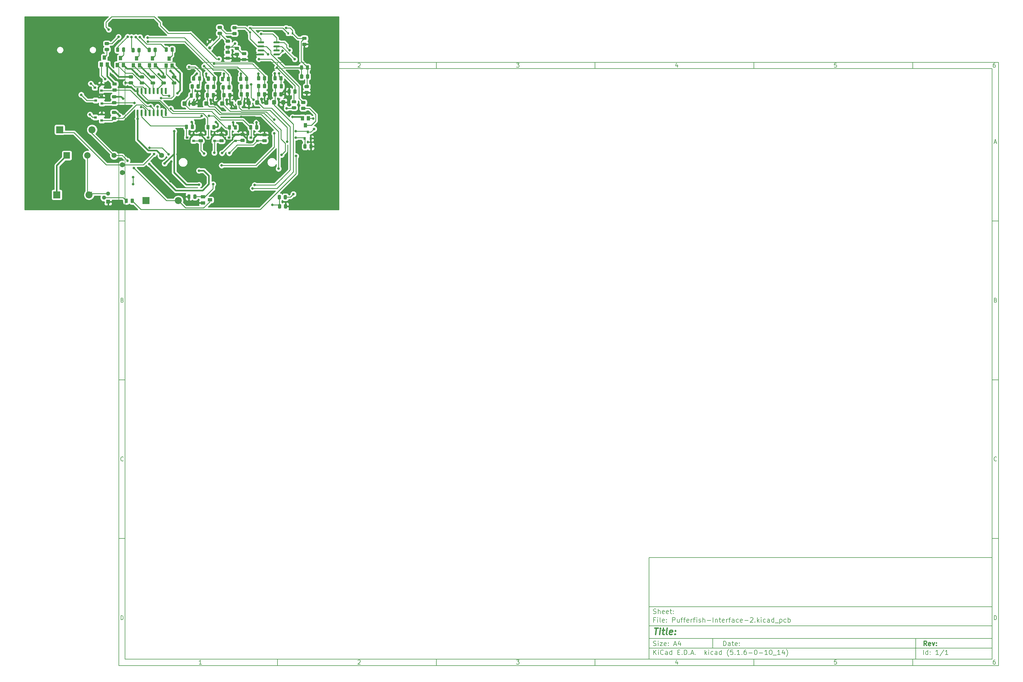
<source format=gbr>
G04 #@! TF.GenerationSoftware,KiCad,Pcbnew,(5.1.6-0-10_14)*
G04 #@! TF.CreationDate,2020-10-01T10:53:29-04:00*
G04 #@! TF.ProjectId,Pufferfish-Interface-2,50756666-6572-4666-9973-682d496e7465,rev?*
G04 #@! TF.SameCoordinates,Original*
G04 #@! TF.FileFunction,Copper,L1,Top*
G04 #@! TF.FilePolarity,Positive*
%FSLAX46Y46*%
G04 Gerber Fmt 4.6, Leading zero omitted, Abs format (unit mm)*
G04 Created by KiCad (PCBNEW (5.1.6-0-10_14)) date 2020-10-01 10:53:29*
%MOMM*%
%LPD*%
G01*
G04 APERTURE LIST*
%ADD10C,0.100000*%
%ADD11C,0.150000*%
%ADD12C,0.300000*%
%ADD13C,0.400000*%
G04 #@! TA.AperFunction,ComponentPad*
%ADD14C,1.600000*%
G04 #@! TD*
G04 #@! TA.AperFunction,SMDPad,CuDef*
%ADD15R,0.800000X0.900000*%
G04 #@! TD*
G04 #@! TA.AperFunction,SMDPad,CuDef*
%ADD16R,1.000000X1.400000*%
G04 #@! TD*
G04 #@! TA.AperFunction,ComponentPad*
%ADD17C,6.350000*%
G04 #@! TD*
G04 #@! TA.AperFunction,ComponentPad*
%ADD18O,2.200000X2.200000*%
G04 #@! TD*
G04 #@! TA.AperFunction,ComponentPad*
%ADD19R,2.200000X2.200000*%
G04 #@! TD*
G04 #@! TA.AperFunction,ComponentPad*
%ADD20R,2.000000X2.000000*%
G04 #@! TD*
G04 #@! TA.AperFunction,ComponentPad*
%ADD21C,2.000000*%
G04 #@! TD*
G04 #@! TA.AperFunction,ComponentPad*
%ADD22C,1.010000*%
G04 #@! TD*
G04 #@! TA.AperFunction,ComponentPad*
%ADD23R,1.300000X1.300000*%
G04 #@! TD*
G04 #@! TA.AperFunction,ComponentPad*
%ADD24C,1.300000*%
G04 #@! TD*
G04 #@! TA.AperFunction,SMDPad,CuDef*
%ADD25R,0.600000X0.700000*%
G04 #@! TD*
G04 #@! TA.AperFunction,SMDPad,CuDef*
%ADD26R,0.700000X0.600000*%
G04 #@! TD*
G04 #@! TA.AperFunction,SMDPad,CuDef*
%ADD27R,1.400000X1.000000*%
G04 #@! TD*
G04 #@! TA.AperFunction,SMDPad,CuDef*
%ADD28R,0.900000X0.800000*%
G04 #@! TD*
G04 #@! TA.AperFunction,ViaPad*
%ADD29C,0.800000*%
G04 #@! TD*
G04 #@! TA.AperFunction,Conductor*
%ADD30C,0.250000*%
G04 #@! TD*
G04 #@! TA.AperFunction,Conductor*
%ADD31C,0.508000*%
G04 #@! TD*
G04 #@! TA.AperFunction,Conductor*
%ADD32C,0.254000*%
G04 #@! TD*
G04 APERTURE END LIST*
D10*
D11*
X177002200Y-166007200D02*
X177002200Y-198007200D01*
X285002200Y-198007200D01*
X285002200Y-166007200D01*
X177002200Y-166007200D01*
D10*
D11*
X10000000Y-10000000D02*
X10000000Y-200007200D01*
X287002200Y-200007200D01*
X287002200Y-10000000D01*
X10000000Y-10000000D01*
D10*
D11*
X12000000Y-12000000D02*
X12000000Y-198007200D01*
X285002200Y-198007200D01*
X285002200Y-12000000D01*
X12000000Y-12000000D01*
D10*
D11*
X60000000Y-12000000D02*
X60000000Y-10000000D01*
D10*
D11*
X110000000Y-12000000D02*
X110000000Y-10000000D01*
D10*
D11*
X160000000Y-12000000D02*
X160000000Y-10000000D01*
D10*
D11*
X210000000Y-12000000D02*
X210000000Y-10000000D01*
D10*
D11*
X260000000Y-12000000D02*
X260000000Y-10000000D01*
D10*
D11*
X36065476Y-11588095D02*
X35322619Y-11588095D01*
X35694047Y-11588095D02*
X35694047Y-10288095D01*
X35570238Y-10473809D01*
X35446428Y-10597619D01*
X35322619Y-10659523D01*
D10*
D11*
X85322619Y-10411904D02*
X85384523Y-10350000D01*
X85508333Y-10288095D01*
X85817857Y-10288095D01*
X85941666Y-10350000D01*
X86003571Y-10411904D01*
X86065476Y-10535714D01*
X86065476Y-10659523D01*
X86003571Y-10845238D01*
X85260714Y-11588095D01*
X86065476Y-11588095D01*
D10*
D11*
X135260714Y-10288095D02*
X136065476Y-10288095D01*
X135632142Y-10783333D01*
X135817857Y-10783333D01*
X135941666Y-10845238D01*
X136003571Y-10907142D01*
X136065476Y-11030952D01*
X136065476Y-11340476D01*
X136003571Y-11464285D01*
X135941666Y-11526190D01*
X135817857Y-11588095D01*
X135446428Y-11588095D01*
X135322619Y-11526190D01*
X135260714Y-11464285D01*
D10*
D11*
X185941666Y-10721428D02*
X185941666Y-11588095D01*
X185632142Y-10226190D02*
X185322619Y-11154761D01*
X186127380Y-11154761D01*
D10*
D11*
X236003571Y-10288095D02*
X235384523Y-10288095D01*
X235322619Y-10907142D01*
X235384523Y-10845238D01*
X235508333Y-10783333D01*
X235817857Y-10783333D01*
X235941666Y-10845238D01*
X236003571Y-10907142D01*
X236065476Y-11030952D01*
X236065476Y-11340476D01*
X236003571Y-11464285D01*
X235941666Y-11526190D01*
X235817857Y-11588095D01*
X235508333Y-11588095D01*
X235384523Y-11526190D01*
X235322619Y-11464285D01*
D10*
D11*
X285941666Y-10288095D02*
X285694047Y-10288095D01*
X285570238Y-10350000D01*
X285508333Y-10411904D01*
X285384523Y-10597619D01*
X285322619Y-10845238D01*
X285322619Y-11340476D01*
X285384523Y-11464285D01*
X285446428Y-11526190D01*
X285570238Y-11588095D01*
X285817857Y-11588095D01*
X285941666Y-11526190D01*
X286003571Y-11464285D01*
X286065476Y-11340476D01*
X286065476Y-11030952D01*
X286003571Y-10907142D01*
X285941666Y-10845238D01*
X285817857Y-10783333D01*
X285570238Y-10783333D01*
X285446428Y-10845238D01*
X285384523Y-10907142D01*
X285322619Y-11030952D01*
D10*
D11*
X60000000Y-198007200D02*
X60000000Y-200007200D01*
D10*
D11*
X110000000Y-198007200D02*
X110000000Y-200007200D01*
D10*
D11*
X160000000Y-198007200D02*
X160000000Y-200007200D01*
D10*
D11*
X210000000Y-198007200D02*
X210000000Y-200007200D01*
D10*
D11*
X260000000Y-198007200D02*
X260000000Y-200007200D01*
D10*
D11*
X36065476Y-199595295D02*
X35322619Y-199595295D01*
X35694047Y-199595295D02*
X35694047Y-198295295D01*
X35570238Y-198481009D01*
X35446428Y-198604819D01*
X35322619Y-198666723D01*
D10*
D11*
X85322619Y-198419104D02*
X85384523Y-198357200D01*
X85508333Y-198295295D01*
X85817857Y-198295295D01*
X85941666Y-198357200D01*
X86003571Y-198419104D01*
X86065476Y-198542914D01*
X86065476Y-198666723D01*
X86003571Y-198852438D01*
X85260714Y-199595295D01*
X86065476Y-199595295D01*
D10*
D11*
X135260714Y-198295295D02*
X136065476Y-198295295D01*
X135632142Y-198790533D01*
X135817857Y-198790533D01*
X135941666Y-198852438D01*
X136003571Y-198914342D01*
X136065476Y-199038152D01*
X136065476Y-199347676D01*
X136003571Y-199471485D01*
X135941666Y-199533390D01*
X135817857Y-199595295D01*
X135446428Y-199595295D01*
X135322619Y-199533390D01*
X135260714Y-199471485D01*
D10*
D11*
X185941666Y-198728628D02*
X185941666Y-199595295D01*
X185632142Y-198233390D02*
X185322619Y-199161961D01*
X186127380Y-199161961D01*
D10*
D11*
X236003571Y-198295295D02*
X235384523Y-198295295D01*
X235322619Y-198914342D01*
X235384523Y-198852438D01*
X235508333Y-198790533D01*
X235817857Y-198790533D01*
X235941666Y-198852438D01*
X236003571Y-198914342D01*
X236065476Y-199038152D01*
X236065476Y-199347676D01*
X236003571Y-199471485D01*
X235941666Y-199533390D01*
X235817857Y-199595295D01*
X235508333Y-199595295D01*
X235384523Y-199533390D01*
X235322619Y-199471485D01*
D10*
D11*
X285941666Y-198295295D02*
X285694047Y-198295295D01*
X285570238Y-198357200D01*
X285508333Y-198419104D01*
X285384523Y-198604819D01*
X285322619Y-198852438D01*
X285322619Y-199347676D01*
X285384523Y-199471485D01*
X285446428Y-199533390D01*
X285570238Y-199595295D01*
X285817857Y-199595295D01*
X285941666Y-199533390D01*
X286003571Y-199471485D01*
X286065476Y-199347676D01*
X286065476Y-199038152D01*
X286003571Y-198914342D01*
X285941666Y-198852438D01*
X285817857Y-198790533D01*
X285570238Y-198790533D01*
X285446428Y-198852438D01*
X285384523Y-198914342D01*
X285322619Y-199038152D01*
D10*
D11*
X10000000Y-60000000D02*
X12000000Y-60000000D01*
D10*
D11*
X10000000Y-110000000D02*
X12000000Y-110000000D01*
D10*
D11*
X10000000Y-160000000D02*
X12000000Y-160000000D01*
D10*
D11*
X10690476Y-35216666D02*
X11309523Y-35216666D01*
X10566666Y-35588095D02*
X11000000Y-34288095D01*
X11433333Y-35588095D01*
D10*
D11*
X11092857Y-84907142D02*
X11278571Y-84969047D01*
X11340476Y-85030952D01*
X11402380Y-85154761D01*
X11402380Y-85340476D01*
X11340476Y-85464285D01*
X11278571Y-85526190D01*
X11154761Y-85588095D01*
X10659523Y-85588095D01*
X10659523Y-84288095D01*
X11092857Y-84288095D01*
X11216666Y-84350000D01*
X11278571Y-84411904D01*
X11340476Y-84535714D01*
X11340476Y-84659523D01*
X11278571Y-84783333D01*
X11216666Y-84845238D01*
X11092857Y-84907142D01*
X10659523Y-84907142D01*
D10*
D11*
X11402380Y-135464285D02*
X11340476Y-135526190D01*
X11154761Y-135588095D01*
X11030952Y-135588095D01*
X10845238Y-135526190D01*
X10721428Y-135402380D01*
X10659523Y-135278571D01*
X10597619Y-135030952D01*
X10597619Y-134845238D01*
X10659523Y-134597619D01*
X10721428Y-134473809D01*
X10845238Y-134350000D01*
X11030952Y-134288095D01*
X11154761Y-134288095D01*
X11340476Y-134350000D01*
X11402380Y-134411904D01*
D10*
D11*
X10659523Y-185588095D02*
X10659523Y-184288095D01*
X10969047Y-184288095D01*
X11154761Y-184350000D01*
X11278571Y-184473809D01*
X11340476Y-184597619D01*
X11402380Y-184845238D01*
X11402380Y-185030952D01*
X11340476Y-185278571D01*
X11278571Y-185402380D01*
X11154761Y-185526190D01*
X10969047Y-185588095D01*
X10659523Y-185588095D01*
D10*
D11*
X287002200Y-60000000D02*
X285002200Y-60000000D01*
D10*
D11*
X287002200Y-110000000D02*
X285002200Y-110000000D01*
D10*
D11*
X287002200Y-160000000D02*
X285002200Y-160000000D01*
D10*
D11*
X285692676Y-35216666D02*
X286311723Y-35216666D01*
X285568866Y-35588095D02*
X286002200Y-34288095D01*
X286435533Y-35588095D01*
D10*
D11*
X286095057Y-84907142D02*
X286280771Y-84969047D01*
X286342676Y-85030952D01*
X286404580Y-85154761D01*
X286404580Y-85340476D01*
X286342676Y-85464285D01*
X286280771Y-85526190D01*
X286156961Y-85588095D01*
X285661723Y-85588095D01*
X285661723Y-84288095D01*
X286095057Y-84288095D01*
X286218866Y-84350000D01*
X286280771Y-84411904D01*
X286342676Y-84535714D01*
X286342676Y-84659523D01*
X286280771Y-84783333D01*
X286218866Y-84845238D01*
X286095057Y-84907142D01*
X285661723Y-84907142D01*
D10*
D11*
X286404580Y-135464285D02*
X286342676Y-135526190D01*
X286156961Y-135588095D01*
X286033152Y-135588095D01*
X285847438Y-135526190D01*
X285723628Y-135402380D01*
X285661723Y-135278571D01*
X285599819Y-135030952D01*
X285599819Y-134845238D01*
X285661723Y-134597619D01*
X285723628Y-134473809D01*
X285847438Y-134350000D01*
X286033152Y-134288095D01*
X286156961Y-134288095D01*
X286342676Y-134350000D01*
X286404580Y-134411904D01*
D10*
D11*
X285661723Y-185588095D02*
X285661723Y-184288095D01*
X285971247Y-184288095D01*
X286156961Y-184350000D01*
X286280771Y-184473809D01*
X286342676Y-184597619D01*
X286404580Y-184845238D01*
X286404580Y-185030952D01*
X286342676Y-185278571D01*
X286280771Y-185402380D01*
X286156961Y-185526190D01*
X285971247Y-185588095D01*
X285661723Y-185588095D01*
D10*
D11*
X200434342Y-193785771D02*
X200434342Y-192285771D01*
X200791485Y-192285771D01*
X201005771Y-192357200D01*
X201148628Y-192500057D01*
X201220057Y-192642914D01*
X201291485Y-192928628D01*
X201291485Y-193142914D01*
X201220057Y-193428628D01*
X201148628Y-193571485D01*
X201005771Y-193714342D01*
X200791485Y-193785771D01*
X200434342Y-193785771D01*
X202577200Y-193785771D02*
X202577200Y-193000057D01*
X202505771Y-192857200D01*
X202362914Y-192785771D01*
X202077200Y-192785771D01*
X201934342Y-192857200D01*
X202577200Y-193714342D02*
X202434342Y-193785771D01*
X202077200Y-193785771D01*
X201934342Y-193714342D01*
X201862914Y-193571485D01*
X201862914Y-193428628D01*
X201934342Y-193285771D01*
X202077200Y-193214342D01*
X202434342Y-193214342D01*
X202577200Y-193142914D01*
X203077200Y-192785771D02*
X203648628Y-192785771D01*
X203291485Y-192285771D02*
X203291485Y-193571485D01*
X203362914Y-193714342D01*
X203505771Y-193785771D01*
X203648628Y-193785771D01*
X204720057Y-193714342D02*
X204577200Y-193785771D01*
X204291485Y-193785771D01*
X204148628Y-193714342D01*
X204077200Y-193571485D01*
X204077200Y-193000057D01*
X204148628Y-192857200D01*
X204291485Y-192785771D01*
X204577200Y-192785771D01*
X204720057Y-192857200D01*
X204791485Y-193000057D01*
X204791485Y-193142914D01*
X204077200Y-193285771D01*
X205434342Y-193642914D02*
X205505771Y-193714342D01*
X205434342Y-193785771D01*
X205362914Y-193714342D01*
X205434342Y-193642914D01*
X205434342Y-193785771D01*
X205434342Y-192857200D02*
X205505771Y-192928628D01*
X205434342Y-193000057D01*
X205362914Y-192928628D01*
X205434342Y-192857200D01*
X205434342Y-193000057D01*
D10*
D11*
X177002200Y-194507200D02*
X285002200Y-194507200D01*
D10*
D11*
X178434342Y-196585771D02*
X178434342Y-195085771D01*
X179291485Y-196585771D02*
X178648628Y-195728628D01*
X179291485Y-195085771D02*
X178434342Y-195942914D01*
X179934342Y-196585771D02*
X179934342Y-195585771D01*
X179934342Y-195085771D02*
X179862914Y-195157200D01*
X179934342Y-195228628D01*
X180005771Y-195157200D01*
X179934342Y-195085771D01*
X179934342Y-195228628D01*
X181505771Y-196442914D02*
X181434342Y-196514342D01*
X181220057Y-196585771D01*
X181077200Y-196585771D01*
X180862914Y-196514342D01*
X180720057Y-196371485D01*
X180648628Y-196228628D01*
X180577200Y-195942914D01*
X180577200Y-195728628D01*
X180648628Y-195442914D01*
X180720057Y-195300057D01*
X180862914Y-195157200D01*
X181077200Y-195085771D01*
X181220057Y-195085771D01*
X181434342Y-195157200D01*
X181505771Y-195228628D01*
X182791485Y-196585771D02*
X182791485Y-195800057D01*
X182720057Y-195657200D01*
X182577200Y-195585771D01*
X182291485Y-195585771D01*
X182148628Y-195657200D01*
X182791485Y-196514342D02*
X182648628Y-196585771D01*
X182291485Y-196585771D01*
X182148628Y-196514342D01*
X182077200Y-196371485D01*
X182077200Y-196228628D01*
X182148628Y-196085771D01*
X182291485Y-196014342D01*
X182648628Y-196014342D01*
X182791485Y-195942914D01*
X184148628Y-196585771D02*
X184148628Y-195085771D01*
X184148628Y-196514342D02*
X184005771Y-196585771D01*
X183720057Y-196585771D01*
X183577200Y-196514342D01*
X183505771Y-196442914D01*
X183434342Y-196300057D01*
X183434342Y-195871485D01*
X183505771Y-195728628D01*
X183577200Y-195657200D01*
X183720057Y-195585771D01*
X184005771Y-195585771D01*
X184148628Y-195657200D01*
X186005771Y-195800057D02*
X186505771Y-195800057D01*
X186720057Y-196585771D02*
X186005771Y-196585771D01*
X186005771Y-195085771D01*
X186720057Y-195085771D01*
X187362914Y-196442914D02*
X187434342Y-196514342D01*
X187362914Y-196585771D01*
X187291485Y-196514342D01*
X187362914Y-196442914D01*
X187362914Y-196585771D01*
X188077200Y-196585771D02*
X188077200Y-195085771D01*
X188434342Y-195085771D01*
X188648628Y-195157200D01*
X188791485Y-195300057D01*
X188862914Y-195442914D01*
X188934342Y-195728628D01*
X188934342Y-195942914D01*
X188862914Y-196228628D01*
X188791485Y-196371485D01*
X188648628Y-196514342D01*
X188434342Y-196585771D01*
X188077200Y-196585771D01*
X189577200Y-196442914D02*
X189648628Y-196514342D01*
X189577200Y-196585771D01*
X189505771Y-196514342D01*
X189577200Y-196442914D01*
X189577200Y-196585771D01*
X190220057Y-196157200D02*
X190934342Y-196157200D01*
X190077200Y-196585771D02*
X190577200Y-195085771D01*
X191077200Y-196585771D01*
X191577200Y-196442914D02*
X191648628Y-196514342D01*
X191577200Y-196585771D01*
X191505771Y-196514342D01*
X191577200Y-196442914D01*
X191577200Y-196585771D01*
X194577200Y-196585771D02*
X194577200Y-195085771D01*
X194720057Y-196014342D02*
X195148628Y-196585771D01*
X195148628Y-195585771D02*
X194577200Y-196157200D01*
X195791485Y-196585771D02*
X195791485Y-195585771D01*
X195791485Y-195085771D02*
X195720057Y-195157200D01*
X195791485Y-195228628D01*
X195862914Y-195157200D01*
X195791485Y-195085771D01*
X195791485Y-195228628D01*
X197148628Y-196514342D02*
X197005771Y-196585771D01*
X196720057Y-196585771D01*
X196577200Y-196514342D01*
X196505771Y-196442914D01*
X196434342Y-196300057D01*
X196434342Y-195871485D01*
X196505771Y-195728628D01*
X196577200Y-195657200D01*
X196720057Y-195585771D01*
X197005771Y-195585771D01*
X197148628Y-195657200D01*
X198434342Y-196585771D02*
X198434342Y-195800057D01*
X198362914Y-195657200D01*
X198220057Y-195585771D01*
X197934342Y-195585771D01*
X197791485Y-195657200D01*
X198434342Y-196514342D02*
X198291485Y-196585771D01*
X197934342Y-196585771D01*
X197791485Y-196514342D01*
X197720057Y-196371485D01*
X197720057Y-196228628D01*
X197791485Y-196085771D01*
X197934342Y-196014342D01*
X198291485Y-196014342D01*
X198434342Y-195942914D01*
X199791485Y-196585771D02*
X199791485Y-195085771D01*
X199791485Y-196514342D02*
X199648628Y-196585771D01*
X199362914Y-196585771D01*
X199220057Y-196514342D01*
X199148628Y-196442914D01*
X199077200Y-196300057D01*
X199077200Y-195871485D01*
X199148628Y-195728628D01*
X199220057Y-195657200D01*
X199362914Y-195585771D01*
X199648628Y-195585771D01*
X199791485Y-195657200D01*
X202077200Y-197157200D02*
X202005771Y-197085771D01*
X201862914Y-196871485D01*
X201791485Y-196728628D01*
X201720057Y-196514342D01*
X201648628Y-196157200D01*
X201648628Y-195871485D01*
X201720057Y-195514342D01*
X201791485Y-195300057D01*
X201862914Y-195157200D01*
X202005771Y-194942914D01*
X202077200Y-194871485D01*
X203362914Y-195085771D02*
X202648628Y-195085771D01*
X202577200Y-195800057D01*
X202648628Y-195728628D01*
X202791485Y-195657200D01*
X203148628Y-195657200D01*
X203291485Y-195728628D01*
X203362914Y-195800057D01*
X203434342Y-195942914D01*
X203434342Y-196300057D01*
X203362914Y-196442914D01*
X203291485Y-196514342D01*
X203148628Y-196585771D01*
X202791485Y-196585771D01*
X202648628Y-196514342D01*
X202577200Y-196442914D01*
X204077200Y-196442914D02*
X204148628Y-196514342D01*
X204077200Y-196585771D01*
X204005771Y-196514342D01*
X204077200Y-196442914D01*
X204077200Y-196585771D01*
X205577200Y-196585771D02*
X204720057Y-196585771D01*
X205148628Y-196585771D02*
X205148628Y-195085771D01*
X205005771Y-195300057D01*
X204862914Y-195442914D01*
X204720057Y-195514342D01*
X206220057Y-196442914D02*
X206291485Y-196514342D01*
X206220057Y-196585771D01*
X206148628Y-196514342D01*
X206220057Y-196442914D01*
X206220057Y-196585771D01*
X207577200Y-195085771D02*
X207291485Y-195085771D01*
X207148628Y-195157200D01*
X207077200Y-195228628D01*
X206934342Y-195442914D01*
X206862914Y-195728628D01*
X206862914Y-196300057D01*
X206934342Y-196442914D01*
X207005771Y-196514342D01*
X207148628Y-196585771D01*
X207434342Y-196585771D01*
X207577200Y-196514342D01*
X207648628Y-196442914D01*
X207720057Y-196300057D01*
X207720057Y-195942914D01*
X207648628Y-195800057D01*
X207577200Y-195728628D01*
X207434342Y-195657200D01*
X207148628Y-195657200D01*
X207005771Y-195728628D01*
X206934342Y-195800057D01*
X206862914Y-195942914D01*
X208362914Y-196014342D02*
X209505771Y-196014342D01*
X210505771Y-195085771D02*
X210648628Y-195085771D01*
X210791485Y-195157200D01*
X210862914Y-195228628D01*
X210934342Y-195371485D01*
X211005771Y-195657200D01*
X211005771Y-196014342D01*
X210934342Y-196300057D01*
X210862914Y-196442914D01*
X210791485Y-196514342D01*
X210648628Y-196585771D01*
X210505771Y-196585771D01*
X210362914Y-196514342D01*
X210291485Y-196442914D01*
X210220057Y-196300057D01*
X210148628Y-196014342D01*
X210148628Y-195657200D01*
X210220057Y-195371485D01*
X210291485Y-195228628D01*
X210362914Y-195157200D01*
X210505771Y-195085771D01*
X211648628Y-196014342D02*
X212791485Y-196014342D01*
X214291485Y-196585771D02*
X213434342Y-196585771D01*
X213862914Y-196585771D02*
X213862914Y-195085771D01*
X213720057Y-195300057D01*
X213577200Y-195442914D01*
X213434342Y-195514342D01*
X215220057Y-195085771D02*
X215362914Y-195085771D01*
X215505771Y-195157200D01*
X215577200Y-195228628D01*
X215648628Y-195371485D01*
X215720057Y-195657200D01*
X215720057Y-196014342D01*
X215648628Y-196300057D01*
X215577200Y-196442914D01*
X215505771Y-196514342D01*
X215362914Y-196585771D01*
X215220057Y-196585771D01*
X215077200Y-196514342D01*
X215005771Y-196442914D01*
X214934342Y-196300057D01*
X214862914Y-196014342D01*
X214862914Y-195657200D01*
X214934342Y-195371485D01*
X215005771Y-195228628D01*
X215077200Y-195157200D01*
X215220057Y-195085771D01*
X216005771Y-196728628D02*
X217148628Y-196728628D01*
X218291485Y-196585771D02*
X217434342Y-196585771D01*
X217862914Y-196585771D02*
X217862914Y-195085771D01*
X217720057Y-195300057D01*
X217577200Y-195442914D01*
X217434342Y-195514342D01*
X219577200Y-195585771D02*
X219577200Y-196585771D01*
X219220057Y-195014342D02*
X218862914Y-196085771D01*
X219791485Y-196085771D01*
X220220057Y-197157200D02*
X220291485Y-197085771D01*
X220434342Y-196871485D01*
X220505771Y-196728628D01*
X220577200Y-196514342D01*
X220648628Y-196157200D01*
X220648628Y-195871485D01*
X220577200Y-195514342D01*
X220505771Y-195300057D01*
X220434342Y-195157200D01*
X220291485Y-194942914D01*
X220220057Y-194871485D01*
D10*
D11*
X177002200Y-191507200D02*
X285002200Y-191507200D01*
D10*
D12*
X264411485Y-193785771D02*
X263911485Y-193071485D01*
X263554342Y-193785771D02*
X263554342Y-192285771D01*
X264125771Y-192285771D01*
X264268628Y-192357200D01*
X264340057Y-192428628D01*
X264411485Y-192571485D01*
X264411485Y-192785771D01*
X264340057Y-192928628D01*
X264268628Y-193000057D01*
X264125771Y-193071485D01*
X263554342Y-193071485D01*
X265625771Y-193714342D02*
X265482914Y-193785771D01*
X265197200Y-193785771D01*
X265054342Y-193714342D01*
X264982914Y-193571485D01*
X264982914Y-193000057D01*
X265054342Y-192857200D01*
X265197200Y-192785771D01*
X265482914Y-192785771D01*
X265625771Y-192857200D01*
X265697200Y-193000057D01*
X265697200Y-193142914D01*
X264982914Y-193285771D01*
X266197200Y-192785771D02*
X266554342Y-193785771D01*
X266911485Y-192785771D01*
X267482914Y-193642914D02*
X267554342Y-193714342D01*
X267482914Y-193785771D01*
X267411485Y-193714342D01*
X267482914Y-193642914D01*
X267482914Y-193785771D01*
X267482914Y-192857200D02*
X267554342Y-192928628D01*
X267482914Y-193000057D01*
X267411485Y-192928628D01*
X267482914Y-192857200D01*
X267482914Y-193000057D01*
D10*
D11*
X178362914Y-193714342D02*
X178577200Y-193785771D01*
X178934342Y-193785771D01*
X179077200Y-193714342D01*
X179148628Y-193642914D01*
X179220057Y-193500057D01*
X179220057Y-193357200D01*
X179148628Y-193214342D01*
X179077200Y-193142914D01*
X178934342Y-193071485D01*
X178648628Y-193000057D01*
X178505771Y-192928628D01*
X178434342Y-192857200D01*
X178362914Y-192714342D01*
X178362914Y-192571485D01*
X178434342Y-192428628D01*
X178505771Y-192357200D01*
X178648628Y-192285771D01*
X179005771Y-192285771D01*
X179220057Y-192357200D01*
X179862914Y-193785771D02*
X179862914Y-192785771D01*
X179862914Y-192285771D02*
X179791485Y-192357200D01*
X179862914Y-192428628D01*
X179934342Y-192357200D01*
X179862914Y-192285771D01*
X179862914Y-192428628D01*
X180434342Y-192785771D02*
X181220057Y-192785771D01*
X180434342Y-193785771D01*
X181220057Y-193785771D01*
X182362914Y-193714342D02*
X182220057Y-193785771D01*
X181934342Y-193785771D01*
X181791485Y-193714342D01*
X181720057Y-193571485D01*
X181720057Y-193000057D01*
X181791485Y-192857200D01*
X181934342Y-192785771D01*
X182220057Y-192785771D01*
X182362914Y-192857200D01*
X182434342Y-193000057D01*
X182434342Y-193142914D01*
X181720057Y-193285771D01*
X183077200Y-193642914D02*
X183148628Y-193714342D01*
X183077200Y-193785771D01*
X183005771Y-193714342D01*
X183077200Y-193642914D01*
X183077200Y-193785771D01*
X183077200Y-192857200D02*
X183148628Y-192928628D01*
X183077200Y-193000057D01*
X183005771Y-192928628D01*
X183077200Y-192857200D01*
X183077200Y-193000057D01*
X184862914Y-193357200D02*
X185577200Y-193357200D01*
X184720057Y-193785771D02*
X185220057Y-192285771D01*
X185720057Y-193785771D01*
X186862914Y-192785771D02*
X186862914Y-193785771D01*
X186505771Y-192214342D02*
X186148628Y-193285771D01*
X187077200Y-193285771D01*
D10*
D11*
X263434342Y-196585771D02*
X263434342Y-195085771D01*
X264791485Y-196585771D02*
X264791485Y-195085771D01*
X264791485Y-196514342D02*
X264648628Y-196585771D01*
X264362914Y-196585771D01*
X264220057Y-196514342D01*
X264148628Y-196442914D01*
X264077200Y-196300057D01*
X264077200Y-195871485D01*
X264148628Y-195728628D01*
X264220057Y-195657200D01*
X264362914Y-195585771D01*
X264648628Y-195585771D01*
X264791485Y-195657200D01*
X265505771Y-196442914D02*
X265577200Y-196514342D01*
X265505771Y-196585771D01*
X265434342Y-196514342D01*
X265505771Y-196442914D01*
X265505771Y-196585771D01*
X265505771Y-195657200D02*
X265577200Y-195728628D01*
X265505771Y-195800057D01*
X265434342Y-195728628D01*
X265505771Y-195657200D01*
X265505771Y-195800057D01*
X268148628Y-196585771D02*
X267291485Y-196585771D01*
X267720057Y-196585771D02*
X267720057Y-195085771D01*
X267577200Y-195300057D01*
X267434342Y-195442914D01*
X267291485Y-195514342D01*
X269862914Y-195014342D02*
X268577200Y-196942914D01*
X271148628Y-196585771D02*
X270291485Y-196585771D01*
X270720057Y-196585771D02*
X270720057Y-195085771D01*
X270577200Y-195300057D01*
X270434342Y-195442914D01*
X270291485Y-195514342D01*
D10*
D11*
X177002200Y-187507200D02*
X285002200Y-187507200D01*
D10*
D13*
X178714580Y-188211961D02*
X179857438Y-188211961D01*
X179036009Y-190211961D02*
X179286009Y-188211961D01*
X180274104Y-190211961D02*
X180440771Y-188878628D01*
X180524104Y-188211961D02*
X180416961Y-188307200D01*
X180500295Y-188402438D01*
X180607438Y-188307200D01*
X180524104Y-188211961D01*
X180500295Y-188402438D01*
X181107438Y-188878628D02*
X181869342Y-188878628D01*
X181476485Y-188211961D02*
X181262200Y-189926247D01*
X181333628Y-190116723D01*
X181512200Y-190211961D01*
X181702676Y-190211961D01*
X182655057Y-190211961D02*
X182476485Y-190116723D01*
X182405057Y-189926247D01*
X182619342Y-188211961D01*
X184190771Y-190116723D02*
X183988390Y-190211961D01*
X183607438Y-190211961D01*
X183428866Y-190116723D01*
X183357438Y-189926247D01*
X183452676Y-189164342D01*
X183571723Y-188973866D01*
X183774104Y-188878628D01*
X184155057Y-188878628D01*
X184333628Y-188973866D01*
X184405057Y-189164342D01*
X184381247Y-189354819D01*
X183405057Y-189545295D01*
X185155057Y-190021485D02*
X185238390Y-190116723D01*
X185131247Y-190211961D01*
X185047914Y-190116723D01*
X185155057Y-190021485D01*
X185131247Y-190211961D01*
X185286009Y-188973866D02*
X185369342Y-189069104D01*
X185262200Y-189164342D01*
X185178866Y-189069104D01*
X185286009Y-188973866D01*
X185262200Y-189164342D01*
D10*
D11*
X178934342Y-185600057D02*
X178434342Y-185600057D01*
X178434342Y-186385771D02*
X178434342Y-184885771D01*
X179148628Y-184885771D01*
X179720057Y-186385771D02*
X179720057Y-185385771D01*
X179720057Y-184885771D02*
X179648628Y-184957200D01*
X179720057Y-185028628D01*
X179791485Y-184957200D01*
X179720057Y-184885771D01*
X179720057Y-185028628D01*
X180648628Y-186385771D02*
X180505771Y-186314342D01*
X180434342Y-186171485D01*
X180434342Y-184885771D01*
X181791485Y-186314342D02*
X181648628Y-186385771D01*
X181362914Y-186385771D01*
X181220057Y-186314342D01*
X181148628Y-186171485D01*
X181148628Y-185600057D01*
X181220057Y-185457200D01*
X181362914Y-185385771D01*
X181648628Y-185385771D01*
X181791485Y-185457200D01*
X181862914Y-185600057D01*
X181862914Y-185742914D01*
X181148628Y-185885771D01*
X182505771Y-186242914D02*
X182577200Y-186314342D01*
X182505771Y-186385771D01*
X182434342Y-186314342D01*
X182505771Y-186242914D01*
X182505771Y-186385771D01*
X182505771Y-185457200D02*
X182577200Y-185528628D01*
X182505771Y-185600057D01*
X182434342Y-185528628D01*
X182505771Y-185457200D01*
X182505771Y-185600057D01*
X184362914Y-186385771D02*
X184362914Y-184885771D01*
X184934342Y-184885771D01*
X185077200Y-184957200D01*
X185148628Y-185028628D01*
X185220057Y-185171485D01*
X185220057Y-185385771D01*
X185148628Y-185528628D01*
X185077200Y-185600057D01*
X184934342Y-185671485D01*
X184362914Y-185671485D01*
X186505771Y-185385771D02*
X186505771Y-186385771D01*
X185862914Y-185385771D02*
X185862914Y-186171485D01*
X185934342Y-186314342D01*
X186077200Y-186385771D01*
X186291485Y-186385771D01*
X186434342Y-186314342D01*
X186505771Y-186242914D01*
X187005771Y-185385771D02*
X187577200Y-185385771D01*
X187220057Y-186385771D02*
X187220057Y-185100057D01*
X187291485Y-184957200D01*
X187434342Y-184885771D01*
X187577200Y-184885771D01*
X187862914Y-185385771D02*
X188434342Y-185385771D01*
X188077200Y-186385771D02*
X188077200Y-185100057D01*
X188148628Y-184957200D01*
X188291485Y-184885771D01*
X188434342Y-184885771D01*
X189505771Y-186314342D02*
X189362914Y-186385771D01*
X189077200Y-186385771D01*
X188934342Y-186314342D01*
X188862914Y-186171485D01*
X188862914Y-185600057D01*
X188934342Y-185457200D01*
X189077200Y-185385771D01*
X189362914Y-185385771D01*
X189505771Y-185457200D01*
X189577200Y-185600057D01*
X189577200Y-185742914D01*
X188862914Y-185885771D01*
X190220057Y-186385771D02*
X190220057Y-185385771D01*
X190220057Y-185671485D02*
X190291485Y-185528628D01*
X190362914Y-185457200D01*
X190505771Y-185385771D01*
X190648628Y-185385771D01*
X190934342Y-185385771D02*
X191505771Y-185385771D01*
X191148628Y-186385771D02*
X191148628Y-185100057D01*
X191220057Y-184957200D01*
X191362914Y-184885771D01*
X191505771Y-184885771D01*
X192005771Y-186385771D02*
X192005771Y-185385771D01*
X192005771Y-184885771D02*
X191934342Y-184957200D01*
X192005771Y-185028628D01*
X192077200Y-184957200D01*
X192005771Y-184885771D01*
X192005771Y-185028628D01*
X192648628Y-186314342D02*
X192791485Y-186385771D01*
X193077200Y-186385771D01*
X193220057Y-186314342D01*
X193291485Y-186171485D01*
X193291485Y-186100057D01*
X193220057Y-185957200D01*
X193077200Y-185885771D01*
X192862914Y-185885771D01*
X192720057Y-185814342D01*
X192648628Y-185671485D01*
X192648628Y-185600057D01*
X192720057Y-185457200D01*
X192862914Y-185385771D01*
X193077200Y-185385771D01*
X193220057Y-185457200D01*
X193934342Y-186385771D02*
X193934342Y-184885771D01*
X194577200Y-186385771D02*
X194577200Y-185600057D01*
X194505771Y-185457200D01*
X194362914Y-185385771D01*
X194148628Y-185385771D01*
X194005771Y-185457200D01*
X193934342Y-185528628D01*
X195291485Y-185814342D02*
X196434342Y-185814342D01*
X197148628Y-186385771D02*
X197148628Y-184885771D01*
X197862914Y-185385771D02*
X197862914Y-186385771D01*
X197862914Y-185528628D02*
X197934342Y-185457200D01*
X198077200Y-185385771D01*
X198291485Y-185385771D01*
X198434342Y-185457200D01*
X198505771Y-185600057D01*
X198505771Y-186385771D01*
X199005771Y-185385771D02*
X199577200Y-185385771D01*
X199220057Y-184885771D02*
X199220057Y-186171485D01*
X199291485Y-186314342D01*
X199434342Y-186385771D01*
X199577200Y-186385771D01*
X200648628Y-186314342D02*
X200505771Y-186385771D01*
X200220057Y-186385771D01*
X200077200Y-186314342D01*
X200005771Y-186171485D01*
X200005771Y-185600057D01*
X200077200Y-185457200D01*
X200220057Y-185385771D01*
X200505771Y-185385771D01*
X200648628Y-185457200D01*
X200720057Y-185600057D01*
X200720057Y-185742914D01*
X200005771Y-185885771D01*
X201362914Y-186385771D02*
X201362914Y-185385771D01*
X201362914Y-185671485D02*
X201434342Y-185528628D01*
X201505771Y-185457200D01*
X201648628Y-185385771D01*
X201791485Y-185385771D01*
X202077200Y-185385771D02*
X202648628Y-185385771D01*
X202291485Y-186385771D02*
X202291485Y-185100057D01*
X202362914Y-184957200D01*
X202505771Y-184885771D01*
X202648628Y-184885771D01*
X203791485Y-186385771D02*
X203791485Y-185600057D01*
X203720057Y-185457200D01*
X203577200Y-185385771D01*
X203291485Y-185385771D01*
X203148628Y-185457200D01*
X203791485Y-186314342D02*
X203648628Y-186385771D01*
X203291485Y-186385771D01*
X203148628Y-186314342D01*
X203077200Y-186171485D01*
X203077200Y-186028628D01*
X203148628Y-185885771D01*
X203291485Y-185814342D01*
X203648628Y-185814342D01*
X203791485Y-185742914D01*
X205148628Y-186314342D02*
X205005771Y-186385771D01*
X204720057Y-186385771D01*
X204577200Y-186314342D01*
X204505771Y-186242914D01*
X204434342Y-186100057D01*
X204434342Y-185671485D01*
X204505771Y-185528628D01*
X204577200Y-185457200D01*
X204720057Y-185385771D01*
X205005771Y-185385771D01*
X205148628Y-185457200D01*
X206362914Y-186314342D02*
X206220057Y-186385771D01*
X205934342Y-186385771D01*
X205791485Y-186314342D01*
X205720057Y-186171485D01*
X205720057Y-185600057D01*
X205791485Y-185457200D01*
X205934342Y-185385771D01*
X206220057Y-185385771D01*
X206362914Y-185457200D01*
X206434342Y-185600057D01*
X206434342Y-185742914D01*
X205720057Y-185885771D01*
X207077200Y-185814342D02*
X208220057Y-185814342D01*
X208862914Y-185028628D02*
X208934342Y-184957200D01*
X209077200Y-184885771D01*
X209434342Y-184885771D01*
X209577200Y-184957200D01*
X209648628Y-185028628D01*
X209720057Y-185171485D01*
X209720057Y-185314342D01*
X209648628Y-185528628D01*
X208791485Y-186385771D01*
X209720057Y-186385771D01*
X210362914Y-186242914D02*
X210434342Y-186314342D01*
X210362914Y-186385771D01*
X210291485Y-186314342D01*
X210362914Y-186242914D01*
X210362914Y-186385771D01*
X211077200Y-186385771D02*
X211077200Y-184885771D01*
X211220057Y-185814342D02*
X211648628Y-186385771D01*
X211648628Y-185385771D02*
X211077200Y-185957200D01*
X212291485Y-186385771D02*
X212291485Y-185385771D01*
X212291485Y-184885771D02*
X212220057Y-184957200D01*
X212291485Y-185028628D01*
X212362914Y-184957200D01*
X212291485Y-184885771D01*
X212291485Y-185028628D01*
X213648628Y-186314342D02*
X213505771Y-186385771D01*
X213220057Y-186385771D01*
X213077200Y-186314342D01*
X213005771Y-186242914D01*
X212934342Y-186100057D01*
X212934342Y-185671485D01*
X213005771Y-185528628D01*
X213077200Y-185457200D01*
X213220057Y-185385771D01*
X213505771Y-185385771D01*
X213648628Y-185457200D01*
X214934342Y-186385771D02*
X214934342Y-185600057D01*
X214862914Y-185457200D01*
X214720057Y-185385771D01*
X214434342Y-185385771D01*
X214291485Y-185457200D01*
X214934342Y-186314342D02*
X214791485Y-186385771D01*
X214434342Y-186385771D01*
X214291485Y-186314342D01*
X214220057Y-186171485D01*
X214220057Y-186028628D01*
X214291485Y-185885771D01*
X214434342Y-185814342D01*
X214791485Y-185814342D01*
X214934342Y-185742914D01*
X216291485Y-186385771D02*
X216291485Y-184885771D01*
X216291485Y-186314342D02*
X216148628Y-186385771D01*
X215862914Y-186385771D01*
X215720057Y-186314342D01*
X215648628Y-186242914D01*
X215577200Y-186100057D01*
X215577200Y-185671485D01*
X215648628Y-185528628D01*
X215720057Y-185457200D01*
X215862914Y-185385771D01*
X216148628Y-185385771D01*
X216291485Y-185457200D01*
X216648628Y-186528628D02*
X217791485Y-186528628D01*
X218148628Y-185385771D02*
X218148628Y-186885771D01*
X218148628Y-185457200D02*
X218291485Y-185385771D01*
X218577200Y-185385771D01*
X218720057Y-185457200D01*
X218791485Y-185528628D01*
X218862914Y-185671485D01*
X218862914Y-186100057D01*
X218791485Y-186242914D01*
X218720057Y-186314342D01*
X218577200Y-186385771D01*
X218291485Y-186385771D01*
X218148628Y-186314342D01*
X220148628Y-186314342D02*
X220005771Y-186385771D01*
X219720057Y-186385771D01*
X219577200Y-186314342D01*
X219505771Y-186242914D01*
X219434342Y-186100057D01*
X219434342Y-185671485D01*
X219505771Y-185528628D01*
X219577200Y-185457200D01*
X219720057Y-185385771D01*
X220005771Y-185385771D01*
X220148628Y-185457200D01*
X220791485Y-186385771D02*
X220791485Y-184885771D01*
X220791485Y-185457200D02*
X220934342Y-185385771D01*
X221220057Y-185385771D01*
X221362914Y-185457200D01*
X221434342Y-185528628D01*
X221505771Y-185671485D01*
X221505771Y-186100057D01*
X221434342Y-186242914D01*
X221362914Y-186314342D01*
X221220057Y-186385771D01*
X220934342Y-186385771D01*
X220791485Y-186314342D01*
D10*
D11*
X177002200Y-181507200D02*
X285002200Y-181507200D01*
D10*
D11*
X178362914Y-183614342D02*
X178577200Y-183685771D01*
X178934342Y-183685771D01*
X179077200Y-183614342D01*
X179148628Y-183542914D01*
X179220057Y-183400057D01*
X179220057Y-183257200D01*
X179148628Y-183114342D01*
X179077200Y-183042914D01*
X178934342Y-182971485D01*
X178648628Y-182900057D01*
X178505771Y-182828628D01*
X178434342Y-182757200D01*
X178362914Y-182614342D01*
X178362914Y-182471485D01*
X178434342Y-182328628D01*
X178505771Y-182257200D01*
X178648628Y-182185771D01*
X179005771Y-182185771D01*
X179220057Y-182257200D01*
X179862914Y-183685771D02*
X179862914Y-182185771D01*
X180505771Y-183685771D02*
X180505771Y-182900057D01*
X180434342Y-182757200D01*
X180291485Y-182685771D01*
X180077200Y-182685771D01*
X179934342Y-182757200D01*
X179862914Y-182828628D01*
X181791485Y-183614342D02*
X181648628Y-183685771D01*
X181362914Y-183685771D01*
X181220057Y-183614342D01*
X181148628Y-183471485D01*
X181148628Y-182900057D01*
X181220057Y-182757200D01*
X181362914Y-182685771D01*
X181648628Y-182685771D01*
X181791485Y-182757200D01*
X181862914Y-182900057D01*
X181862914Y-183042914D01*
X181148628Y-183185771D01*
X183077200Y-183614342D02*
X182934342Y-183685771D01*
X182648628Y-183685771D01*
X182505771Y-183614342D01*
X182434342Y-183471485D01*
X182434342Y-182900057D01*
X182505771Y-182757200D01*
X182648628Y-182685771D01*
X182934342Y-182685771D01*
X183077200Y-182757200D01*
X183148628Y-182900057D01*
X183148628Y-183042914D01*
X182434342Y-183185771D01*
X183577200Y-182685771D02*
X184148628Y-182685771D01*
X183791485Y-182185771D02*
X183791485Y-183471485D01*
X183862914Y-183614342D01*
X184005771Y-183685771D01*
X184148628Y-183685771D01*
X184648628Y-183542914D02*
X184720057Y-183614342D01*
X184648628Y-183685771D01*
X184577200Y-183614342D01*
X184648628Y-183542914D01*
X184648628Y-183685771D01*
X184648628Y-182757200D02*
X184720057Y-182828628D01*
X184648628Y-182900057D01*
X184577200Y-182828628D01*
X184648628Y-182757200D01*
X184648628Y-182900057D01*
D10*
D11*
X197002200Y-191507200D02*
X197002200Y-194507200D01*
D10*
D11*
X261002200Y-191507200D02*
X261002200Y-198007200D01*
G04 #@! TA.AperFunction,SMDPad,CuDef*
G36*
G01*
X49000090Y-8671980D02*
X49912590Y-8671980D01*
G75*
G02*
X50156340Y-8915730I0J-243750D01*
G01*
X50156340Y-9403230D01*
G75*
G02*
X49912590Y-9646980I-243750J0D01*
G01*
X49000090Y-9646980D01*
G75*
G02*
X48756340Y-9403230I0J243750D01*
G01*
X48756340Y-8915730D01*
G75*
G02*
X49000090Y-8671980I243750J0D01*
G01*
G37*
G04 #@! TD.AperFunction*
G04 #@! TA.AperFunction,SMDPad,CuDef*
G36*
G01*
X49000090Y-6796980D02*
X49912590Y-6796980D01*
G75*
G02*
X50156340Y-7040730I0J-243750D01*
G01*
X50156340Y-7528230D01*
G75*
G02*
X49912590Y-7771980I-243750J0D01*
G01*
X49000090Y-7771980D01*
G75*
G02*
X48756340Y-7528230I0J243750D01*
G01*
X48756340Y-7040730D01*
G75*
G02*
X49000090Y-6796980I243750J0D01*
G01*
G37*
G04 #@! TD.AperFunction*
G04 #@! TA.AperFunction,SMDPad,CuDef*
G36*
G01*
X46744570Y-7013600D02*
X47657070Y-7013600D01*
G75*
G02*
X47900820Y-7257350I0J-243750D01*
G01*
X47900820Y-7744850D01*
G75*
G02*
X47657070Y-7988600I-243750J0D01*
G01*
X46744570Y-7988600D01*
G75*
G02*
X46500820Y-7744850I0J243750D01*
G01*
X46500820Y-7257350D01*
G75*
G02*
X46744570Y-7013600I243750J0D01*
G01*
G37*
G04 #@! TD.AperFunction*
G04 #@! TA.AperFunction,SMDPad,CuDef*
G36*
G01*
X46744570Y-5138600D02*
X47657070Y-5138600D01*
G75*
G02*
X47900820Y-5382350I0J-243750D01*
G01*
X47900820Y-5869850D01*
G75*
G02*
X47657070Y-6113600I-243750J0D01*
G01*
X46744570Y-6113600D01*
G75*
G02*
X46500820Y-5869850I0J243750D01*
G01*
X46500820Y-5382350D01*
G75*
G02*
X46744570Y-5138600I243750J0D01*
G01*
G37*
G04 #@! TD.AperFunction*
D14*
X11102000Y-44770000D03*
X11102000Y-42270000D03*
X8502000Y-39370000D03*
X23502000Y-39370000D03*
G04 #@! TA.AperFunction,SMDPad,CuDef*
G36*
G01*
X70012500Y-36956250D02*
X70012500Y-36043750D01*
G75*
G02*
X70256250Y-35800000I243750J0D01*
G01*
X70743750Y-35800000D01*
G75*
G02*
X70987500Y-36043750I0J-243750D01*
G01*
X70987500Y-36956250D01*
G75*
G02*
X70743750Y-37200000I-243750J0D01*
G01*
X70256250Y-37200000D01*
G75*
G02*
X70012500Y-36956250I0J243750D01*
G01*
G37*
G04 #@! TD.AperFunction*
G04 #@! TA.AperFunction,SMDPad,CuDef*
G36*
G01*
X68137500Y-36956250D02*
X68137500Y-36043750D01*
G75*
G02*
X68381250Y-35800000I243750J0D01*
G01*
X68868750Y-35800000D01*
G75*
G02*
X69112500Y-36043750I0J-243750D01*
G01*
X69112500Y-36956250D01*
G75*
G02*
X68868750Y-37200000I-243750J0D01*
G01*
X68381250Y-37200000D01*
G75*
G02*
X68137500Y-36956250I0J243750D01*
G01*
G37*
G04 #@! TD.AperFunction*
D15*
X69500000Y-32000000D03*
X70450000Y-34000000D03*
X68550000Y-34000000D03*
D16*
X68750000Y-29850000D03*
X67800000Y-27650000D03*
X69700000Y-27650000D03*
D17*
X76200000Y-50800000D03*
X76200000Y-1270000D03*
X-16510000Y-50800000D03*
X-16510000Y-1270000D03*
D18*
X645380Y-51745980D03*
D19*
X-9514620Y-51745980D03*
G04 #@! TA.AperFunction,SMDPad,CuDef*
G36*
G01*
X36900000Y-23375000D02*
X36900000Y-22625000D01*
G75*
G02*
X37225000Y-22300000I325000J0D01*
G01*
X37875000Y-22300000D01*
G75*
G02*
X38200000Y-22625000I0J-325000D01*
G01*
X38200000Y-23375000D01*
G75*
G02*
X37875000Y-23700000I-325000J0D01*
G01*
X37225000Y-23700000D01*
G75*
G02*
X36900000Y-23375000I0J325000D01*
G01*
G37*
G04 #@! TD.AperFunction*
G04 #@! TA.AperFunction,SMDPad,CuDef*
G36*
G01*
X39800000Y-23375000D02*
X39800000Y-22625000D01*
G75*
G02*
X40125000Y-22300000I325000J0D01*
G01*
X40775000Y-22300000D01*
G75*
G02*
X41100000Y-22625000I0J-325000D01*
G01*
X41100000Y-23375000D01*
G75*
G02*
X40775000Y-23700000I-325000J0D01*
G01*
X40125000Y-23700000D01*
G75*
G02*
X39800000Y-23375000I0J325000D01*
G01*
G37*
G04 #@! TD.AperFunction*
G04 #@! TA.AperFunction,SMDPad,CuDef*
G36*
G01*
X39280000Y-20846250D02*
X39280000Y-19933750D01*
G75*
G02*
X39523750Y-19690000I243750J0D01*
G01*
X40011250Y-19690000D01*
G75*
G02*
X40255000Y-19933750I0J-243750D01*
G01*
X40255000Y-20846250D01*
G75*
G02*
X40011250Y-21090000I-243750J0D01*
G01*
X39523750Y-21090000D01*
G75*
G02*
X39280000Y-20846250I0J243750D01*
G01*
G37*
G04 #@! TD.AperFunction*
G04 #@! TA.AperFunction,SMDPad,CuDef*
G36*
G01*
X37405000Y-20846250D02*
X37405000Y-19933750D01*
G75*
G02*
X37648750Y-19690000I243750J0D01*
G01*
X38136250Y-19690000D01*
G75*
G02*
X38380000Y-19933750I0J-243750D01*
G01*
X38380000Y-20846250D01*
G75*
G02*
X38136250Y-21090000I-243750J0D01*
G01*
X37648750Y-21090000D01*
G75*
G02*
X37405000Y-20846250I0J243750D01*
G01*
G37*
G04 #@! TD.AperFunction*
G04 #@! TA.AperFunction,SMDPad,CuDef*
G36*
G01*
X38500000Y-17303750D02*
X38500000Y-18216250D01*
G75*
G02*
X38256250Y-18460000I-243750J0D01*
G01*
X37768750Y-18460000D01*
G75*
G02*
X37525000Y-18216250I0J243750D01*
G01*
X37525000Y-17303750D01*
G75*
G02*
X37768750Y-17060000I243750J0D01*
G01*
X38256250Y-17060000D01*
G75*
G02*
X38500000Y-17303750I0J-243750D01*
G01*
G37*
G04 #@! TD.AperFunction*
G04 #@! TA.AperFunction,SMDPad,CuDef*
G36*
G01*
X40375000Y-17303750D02*
X40375000Y-18216250D01*
G75*
G02*
X40131250Y-18460000I-243750J0D01*
G01*
X39643750Y-18460000D01*
G75*
G02*
X39400000Y-18216250I0J243750D01*
G01*
X39400000Y-17303750D01*
G75*
G02*
X39643750Y-17060000I243750J0D01*
G01*
X40131250Y-17060000D01*
G75*
G02*
X40375000Y-17303750I0J-243750D01*
G01*
G37*
G04 #@! TD.AperFunction*
G04 #@! TA.AperFunction,SMDPad,CuDef*
G36*
G01*
X39578700Y-15640370D02*
X39578700Y-14727870D01*
G75*
G02*
X39822450Y-14484120I243750J0D01*
G01*
X40309950Y-14484120D01*
G75*
G02*
X40553700Y-14727870I0J-243750D01*
G01*
X40553700Y-15640370D01*
G75*
G02*
X40309950Y-15884120I-243750J0D01*
G01*
X39822450Y-15884120D01*
G75*
G02*
X39578700Y-15640370I0J243750D01*
G01*
G37*
G04 #@! TD.AperFunction*
G04 #@! TA.AperFunction,SMDPad,CuDef*
G36*
G01*
X37703700Y-15640370D02*
X37703700Y-14727870D01*
G75*
G02*
X37947450Y-14484120I243750J0D01*
G01*
X38434950Y-14484120D01*
G75*
G02*
X38678700Y-14727870I0J-243750D01*
G01*
X38678700Y-15640370D01*
G75*
G02*
X38434950Y-15884120I-243750J0D01*
G01*
X37947450Y-15884120D01*
G75*
G02*
X37703700Y-15640370I0J243750D01*
G01*
G37*
G04 #@! TD.AperFunction*
G04 #@! TA.AperFunction,SMDPad,CuDef*
G36*
G01*
X16085960Y-20021780D02*
X15785960Y-20021780D01*
G75*
G02*
X15635960Y-19871780I0J150000D01*
G01*
X15635960Y-18196780D01*
G75*
G02*
X15785960Y-18046780I150000J0D01*
G01*
X16085960Y-18046780D01*
G75*
G02*
X16235960Y-18196780I0J-150000D01*
G01*
X16235960Y-19871780D01*
G75*
G02*
X16085960Y-20021780I-150000J0D01*
G01*
G37*
G04 #@! TD.AperFunction*
G04 #@! TA.AperFunction,SMDPad,CuDef*
G36*
G01*
X17355960Y-20021780D02*
X17055960Y-20021780D01*
G75*
G02*
X16905960Y-19871780I0J150000D01*
G01*
X16905960Y-18196780D01*
G75*
G02*
X17055960Y-18046780I150000J0D01*
G01*
X17355960Y-18046780D01*
G75*
G02*
X17505960Y-18196780I0J-150000D01*
G01*
X17505960Y-19871780D01*
G75*
G02*
X17355960Y-20021780I-150000J0D01*
G01*
G37*
G04 #@! TD.AperFunction*
G04 #@! TA.AperFunction,SMDPad,CuDef*
G36*
G01*
X18625960Y-20021780D02*
X18325960Y-20021780D01*
G75*
G02*
X18175960Y-19871780I0J150000D01*
G01*
X18175960Y-18196780D01*
G75*
G02*
X18325960Y-18046780I150000J0D01*
G01*
X18625960Y-18046780D01*
G75*
G02*
X18775960Y-18196780I0J-150000D01*
G01*
X18775960Y-19871780D01*
G75*
G02*
X18625960Y-20021780I-150000J0D01*
G01*
G37*
G04 #@! TD.AperFunction*
G04 #@! TA.AperFunction,SMDPad,CuDef*
G36*
G01*
X19895960Y-20021780D02*
X19595960Y-20021780D01*
G75*
G02*
X19445960Y-19871780I0J150000D01*
G01*
X19445960Y-18196780D01*
G75*
G02*
X19595960Y-18046780I150000J0D01*
G01*
X19895960Y-18046780D01*
G75*
G02*
X20045960Y-18196780I0J-150000D01*
G01*
X20045960Y-19871780D01*
G75*
G02*
X19895960Y-20021780I-150000J0D01*
G01*
G37*
G04 #@! TD.AperFunction*
G04 #@! TA.AperFunction,SMDPad,CuDef*
G36*
G01*
X21165960Y-20021780D02*
X20865960Y-20021780D01*
G75*
G02*
X20715960Y-19871780I0J150000D01*
G01*
X20715960Y-18196780D01*
G75*
G02*
X20865960Y-18046780I150000J0D01*
G01*
X21165960Y-18046780D01*
G75*
G02*
X21315960Y-18196780I0J-150000D01*
G01*
X21315960Y-19871780D01*
G75*
G02*
X21165960Y-20021780I-150000J0D01*
G01*
G37*
G04 #@! TD.AperFunction*
G04 #@! TA.AperFunction,SMDPad,CuDef*
G36*
G01*
X22435960Y-20021780D02*
X22135960Y-20021780D01*
G75*
G02*
X21985960Y-19871780I0J150000D01*
G01*
X21985960Y-18196780D01*
G75*
G02*
X22135960Y-18046780I150000J0D01*
G01*
X22435960Y-18046780D01*
G75*
G02*
X22585960Y-18196780I0J-150000D01*
G01*
X22585960Y-19871780D01*
G75*
G02*
X22435960Y-20021780I-150000J0D01*
G01*
G37*
G04 #@! TD.AperFunction*
G04 #@! TA.AperFunction,SMDPad,CuDef*
G36*
G01*
X23705960Y-20021780D02*
X23405960Y-20021780D01*
G75*
G02*
X23255960Y-19871780I0J150000D01*
G01*
X23255960Y-18196780D01*
G75*
G02*
X23405960Y-18046780I150000J0D01*
G01*
X23705960Y-18046780D01*
G75*
G02*
X23855960Y-18196780I0J-150000D01*
G01*
X23855960Y-19871780D01*
G75*
G02*
X23705960Y-20021780I-150000J0D01*
G01*
G37*
G04 #@! TD.AperFunction*
G04 #@! TA.AperFunction,SMDPad,CuDef*
G36*
G01*
X24975960Y-20021780D02*
X24675960Y-20021780D01*
G75*
G02*
X24525960Y-19871780I0J150000D01*
G01*
X24525960Y-18196780D01*
G75*
G02*
X24675960Y-18046780I150000J0D01*
G01*
X24975960Y-18046780D01*
G75*
G02*
X25125960Y-18196780I0J-150000D01*
G01*
X25125960Y-19871780D01*
G75*
G02*
X24975960Y-20021780I-150000J0D01*
G01*
G37*
G04 #@! TD.AperFunction*
G04 #@! TA.AperFunction,SMDPad,CuDef*
G36*
G01*
X24975960Y-26946780D02*
X24675960Y-26946780D01*
G75*
G02*
X24525960Y-26796780I0J150000D01*
G01*
X24525960Y-25121780D01*
G75*
G02*
X24675960Y-24971780I150000J0D01*
G01*
X24975960Y-24971780D01*
G75*
G02*
X25125960Y-25121780I0J-150000D01*
G01*
X25125960Y-26796780D01*
G75*
G02*
X24975960Y-26946780I-150000J0D01*
G01*
G37*
G04 #@! TD.AperFunction*
G04 #@! TA.AperFunction,SMDPad,CuDef*
G36*
G01*
X23705960Y-26946780D02*
X23405960Y-26946780D01*
G75*
G02*
X23255960Y-26796780I0J150000D01*
G01*
X23255960Y-25121780D01*
G75*
G02*
X23405960Y-24971780I150000J0D01*
G01*
X23705960Y-24971780D01*
G75*
G02*
X23855960Y-25121780I0J-150000D01*
G01*
X23855960Y-26796780D01*
G75*
G02*
X23705960Y-26946780I-150000J0D01*
G01*
G37*
G04 #@! TD.AperFunction*
G04 #@! TA.AperFunction,SMDPad,CuDef*
G36*
G01*
X22435960Y-26946780D02*
X22135960Y-26946780D01*
G75*
G02*
X21985960Y-26796780I0J150000D01*
G01*
X21985960Y-25121780D01*
G75*
G02*
X22135960Y-24971780I150000J0D01*
G01*
X22435960Y-24971780D01*
G75*
G02*
X22585960Y-25121780I0J-150000D01*
G01*
X22585960Y-26796780D01*
G75*
G02*
X22435960Y-26946780I-150000J0D01*
G01*
G37*
G04 #@! TD.AperFunction*
G04 #@! TA.AperFunction,SMDPad,CuDef*
G36*
G01*
X21165960Y-26946780D02*
X20865960Y-26946780D01*
G75*
G02*
X20715960Y-26796780I0J150000D01*
G01*
X20715960Y-25121780D01*
G75*
G02*
X20865960Y-24971780I150000J0D01*
G01*
X21165960Y-24971780D01*
G75*
G02*
X21315960Y-25121780I0J-150000D01*
G01*
X21315960Y-26796780D01*
G75*
G02*
X21165960Y-26946780I-150000J0D01*
G01*
G37*
G04 #@! TD.AperFunction*
G04 #@! TA.AperFunction,SMDPad,CuDef*
G36*
G01*
X19895960Y-26946780D02*
X19595960Y-26946780D01*
G75*
G02*
X19445960Y-26796780I0J150000D01*
G01*
X19445960Y-25121780D01*
G75*
G02*
X19595960Y-24971780I150000J0D01*
G01*
X19895960Y-24971780D01*
G75*
G02*
X20045960Y-25121780I0J-150000D01*
G01*
X20045960Y-26796780D01*
G75*
G02*
X19895960Y-26946780I-150000J0D01*
G01*
G37*
G04 #@! TD.AperFunction*
G04 #@! TA.AperFunction,SMDPad,CuDef*
G36*
G01*
X18625960Y-26946780D02*
X18325960Y-26946780D01*
G75*
G02*
X18175960Y-26796780I0J150000D01*
G01*
X18175960Y-25121780D01*
G75*
G02*
X18325960Y-24971780I150000J0D01*
G01*
X18625960Y-24971780D01*
G75*
G02*
X18775960Y-25121780I0J-150000D01*
G01*
X18775960Y-26796780D01*
G75*
G02*
X18625960Y-26946780I-150000J0D01*
G01*
G37*
G04 #@! TD.AperFunction*
G04 #@! TA.AperFunction,SMDPad,CuDef*
G36*
G01*
X17355960Y-26946780D02*
X17055960Y-26946780D01*
G75*
G02*
X16905960Y-26796780I0J150000D01*
G01*
X16905960Y-25121780D01*
G75*
G02*
X17055960Y-24971780I150000J0D01*
G01*
X17355960Y-24971780D01*
G75*
G02*
X17505960Y-25121780I0J-150000D01*
G01*
X17505960Y-26796780D01*
G75*
G02*
X17355960Y-26946780I-150000J0D01*
G01*
G37*
G04 #@! TD.AperFunction*
G04 #@! TA.AperFunction,SMDPad,CuDef*
G36*
G01*
X16085960Y-26946780D02*
X15785960Y-26946780D01*
G75*
G02*
X15635960Y-26796780I0J150000D01*
G01*
X15635960Y-25121780D01*
G75*
G02*
X15785960Y-24971780I150000J0D01*
G01*
X16085960Y-24971780D01*
G75*
G02*
X16235960Y-25121780I0J-150000D01*
G01*
X16235960Y-26796780D01*
G75*
G02*
X16085960Y-26946780I-150000J0D01*
G01*
G37*
G04 #@! TD.AperFunction*
G04 #@! TA.AperFunction,SMDPad,CuDef*
G36*
G01*
X33610000Y-17173750D02*
X33610000Y-18086250D01*
G75*
G02*
X33366250Y-18330000I-243750J0D01*
G01*
X32878750Y-18330000D01*
G75*
G02*
X32635000Y-18086250I0J243750D01*
G01*
X32635000Y-17173750D01*
G75*
G02*
X32878750Y-16930000I243750J0D01*
G01*
X33366250Y-16930000D01*
G75*
G02*
X33610000Y-17173750I0J-243750D01*
G01*
G37*
G04 #@! TD.AperFunction*
G04 #@! TA.AperFunction,SMDPad,CuDef*
G36*
G01*
X35485000Y-17173750D02*
X35485000Y-18086250D01*
G75*
G02*
X35241250Y-18330000I-243750J0D01*
G01*
X34753750Y-18330000D01*
G75*
G02*
X34510000Y-18086250I0J243750D01*
G01*
X34510000Y-17173750D01*
G75*
G02*
X34753750Y-16930000I243750J0D01*
G01*
X35241250Y-16930000D01*
G75*
G02*
X35485000Y-17173750I0J-243750D01*
G01*
G37*
G04 #@! TD.AperFunction*
G04 #@! TA.AperFunction,SMDPad,CuDef*
G36*
G01*
X34957500Y-15596250D02*
X34957500Y-14683750D01*
G75*
G02*
X35201250Y-14440000I243750J0D01*
G01*
X35688750Y-14440000D01*
G75*
G02*
X35932500Y-14683750I0J-243750D01*
G01*
X35932500Y-15596250D01*
G75*
G02*
X35688750Y-15840000I-243750J0D01*
G01*
X35201250Y-15840000D01*
G75*
G02*
X34957500Y-15596250I0J243750D01*
G01*
G37*
G04 #@! TD.AperFunction*
G04 #@! TA.AperFunction,SMDPad,CuDef*
G36*
G01*
X33082500Y-15596250D02*
X33082500Y-14683750D01*
G75*
G02*
X33326250Y-14440000I243750J0D01*
G01*
X33813750Y-14440000D01*
G75*
G02*
X34057500Y-14683750I0J-243750D01*
G01*
X34057500Y-15596250D01*
G75*
G02*
X33813750Y-15840000I-243750J0D01*
G01*
X33326250Y-15840000D01*
G75*
G02*
X33082500Y-15596250I0J243750D01*
G01*
G37*
G04 #@! TD.AperFunction*
G04 #@! TA.AperFunction,SMDPad,CuDef*
G36*
G01*
X67623750Y-24040000D02*
X68536250Y-24040000D01*
G75*
G02*
X68780000Y-24283750I0J-243750D01*
G01*
X68780000Y-24771250D01*
G75*
G02*
X68536250Y-25015000I-243750J0D01*
G01*
X67623750Y-25015000D01*
G75*
G02*
X67380000Y-24771250I0J243750D01*
G01*
X67380000Y-24283750D01*
G75*
G02*
X67623750Y-24040000I243750J0D01*
G01*
G37*
G04 #@! TD.AperFunction*
G04 #@! TA.AperFunction,SMDPad,CuDef*
G36*
G01*
X67623750Y-22165000D02*
X68536250Y-22165000D01*
G75*
G02*
X68780000Y-22408750I0J-243750D01*
G01*
X68780000Y-22896250D01*
G75*
G02*
X68536250Y-23140000I-243750J0D01*
G01*
X67623750Y-23140000D01*
G75*
G02*
X67380000Y-22896250I0J243750D01*
G01*
X67380000Y-22408750D01*
G75*
G02*
X67623750Y-22165000I243750J0D01*
G01*
G37*
G04 #@! TD.AperFunction*
G04 #@! TA.AperFunction,SMDPad,CuDef*
G36*
G01*
X5774370Y-5504360D02*
X6686870Y-5504360D01*
G75*
G02*
X6930620Y-5748110I0J-243750D01*
G01*
X6930620Y-6235610D01*
G75*
G02*
X6686870Y-6479360I-243750J0D01*
G01*
X5774370Y-6479360D01*
G75*
G02*
X5530620Y-6235610I0J243750D01*
G01*
X5530620Y-5748110D01*
G75*
G02*
X5774370Y-5504360I243750J0D01*
G01*
G37*
G04 #@! TD.AperFunction*
G04 #@! TA.AperFunction,SMDPad,CuDef*
G36*
G01*
X5774370Y-3629360D02*
X6686870Y-3629360D01*
G75*
G02*
X6930620Y-3873110I0J-243750D01*
G01*
X6930620Y-4360610D01*
G75*
G02*
X6686870Y-4604360I-243750J0D01*
G01*
X5774370Y-4604360D01*
G75*
G02*
X5530620Y-4360610I0J243750D01*
G01*
X5530620Y-3873110D01*
G75*
G02*
X5774370Y-3629360I243750J0D01*
G01*
G37*
G04 #@! TD.AperFunction*
G04 #@! TA.AperFunction,SMDPad,CuDef*
G36*
G01*
X30040000Y-23395000D02*
X30040000Y-22645000D01*
G75*
G02*
X30365000Y-22320000I325000J0D01*
G01*
X31015000Y-22320000D01*
G75*
G02*
X31340000Y-22645000I0J-325000D01*
G01*
X31340000Y-23395000D01*
G75*
G02*
X31015000Y-23720000I-325000J0D01*
G01*
X30365000Y-23720000D01*
G75*
G02*
X30040000Y-23395000I0J325000D01*
G01*
G37*
G04 #@! TD.AperFunction*
G04 #@! TA.AperFunction,SMDPad,CuDef*
G36*
G01*
X32940000Y-23395000D02*
X32940000Y-22645000D01*
G75*
G02*
X33265000Y-22320000I325000J0D01*
G01*
X33915000Y-22320000D01*
G75*
G02*
X34240000Y-22645000I0J-325000D01*
G01*
X34240000Y-23395000D01*
G75*
G02*
X33915000Y-23720000I-325000J0D01*
G01*
X33265000Y-23720000D01*
G75*
G02*
X32940000Y-23395000I0J325000D01*
G01*
G37*
G04 #@! TD.AperFunction*
G04 #@! TA.AperFunction,SMDPad,CuDef*
G36*
G01*
X34235480Y-20957750D02*
X34235480Y-20045250D01*
G75*
G02*
X34479230Y-19801500I243750J0D01*
G01*
X34966730Y-19801500D01*
G75*
G02*
X35210480Y-20045250I0J-243750D01*
G01*
X35210480Y-20957750D01*
G75*
G02*
X34966730Y-21201500I-243750J0D01*
G01*
X34479230Y-21201500D01*
G75*
G02*
X34235480Y-20957750I0J243750D01*
G01*
G37*
G04 #@! TD.AperFunction*
G04 #@! TA.AperFunction,SMDPad,CuDef*
G36*
G01*
X32360480Y-20957750D02*
X32360480Y-20045250D01*
G75*
G02*
X32604230Y-19801500I243750J0D01*
G01*
X33091730Y-19801500D01*
G75*
G02*
X33335480Y-20045250I0J-243750D01*
G01*
X33335480Y-20957750D01*
G75*
G02*
X33091730Y-21201500I-243750J0D01*
G01*
X32604230Y-21201500D01*
G75*
G02*
X32360480Y-20957750I0J243750D01*
G01*
G37*
G04 #@! TD.AperFunction*
D20*
X-6370000Y-39370000D03*
D21*
X130000Y-39370000D03*
D22*
X38650000Y-3550000D03*
X38650000Y-5450000D03*
G04 #@! TA.AperFunction,SMDPad,CuDef*
G36*
G01*
X58720000Y-3885000D02*
X58720000Y-3585000D01*
G75*
G02*
X58870000Y-3435000I150000J0D01*
G01*
X60520000Y-3435000D01*
G75*
G02*
X60670000Y-3585000I0J-150000D01*
G01*
X60670000Y-3885000D01*
G75*
G02*
X60520000Y-4035000I-150000J0D01*
G01*
X58870000Y-4035000D01*
G75*
G02*
X58720000Y-3885000I0J150000D01*
G01*
G37*
G04 #@! TD.AperFunction*
G04 #@! TA.AperFunction,SMDPad,CuDef*
G36*
G01*
X58720000Y-5155000D02*
X58720000Y-4855000D01*
G75*
G02*
X58870000Y-4705000I150000J0D01*
G01*
X60520000Y-4705000D01*
G75*
G02*
X60670000Y-4855000I0J-150000D01*
G01*
X60670000Y-5155000D01*
G75*
G02*
X60520000Y-5305000I-150000J0D01*
G01*
X58870000Y-5305000D01*
G75*
G02*
X58720000Y-5155000I0J150000D01*
G01*
G37*
G04 #@! TD.AperFunction*
G04 #@! TA.AperFunction,SMDPad,CuDef*
G36*
G01*
X58720000Y-6425000D02*
X58720000Y-6125000D01*
G75*
G02*
X58870000Y-5975000I150000J0D01*
G01*
X60520000Y-5975000D01*
G75*
G02*
X60670000Y-6125000I0J-150000D01*
G01*
X60670000Y-6425000D01*
G75*
G02*
X60520000Y-6575000I-150000J0D01*
G01*
X58870000Y-6575000D01*
G75*
G02*
X58720000Y-6425000I0J150000D01*
G01*
G37*
G04 #@! TD.AperFunction*
G04 #@! TA.AperFunction,SMDPad,CuDef*
G36*
G01*
X58720000Y-7695000D02*
X58720000Y-7395000D01*
G75*
G02*
X58870000Y-7245000I150000J0D01*
G01*
X60520000Y-7245000D01*
G75*
G02*
X60670000Y-7395000I0J-150000D01*
G01*
X60670000Y-7695000D01*
G75*
G02*
X60520000Y-7845000I-150000J0D01*
G01*
X58870000Y-7845000D01*
G75*
G02*
X58720000Y-7695000I0J150000D01*
G01*
G37*
G04 #@! TD.AperFunction*
G04 #@! TA.AperFunction,SMDPad,CuDef*
G36*
G01*
X53770000Y-7695000D02*
X53770000Y-7395000D01*
G75*
G02*
X53920000Y-7245000I150000J0D01*
G01*
X55570000Y-7245000D01*
G75*
G02*
X55720000Y-7395000I0J-150000D01*
G01*
X55720000Y-7695000D01*
G75*
G02*
X55570000Y-7845000I-150000J0D01*
G01*
X53920000Y-7845000D01*
G75*
G02*
X53770000Y-7695000I0J150000D01*
G01*
G37*
G04 #@! TD.AperFunction*
G04 #@! TA.AperFunction,SMDPad,CuDef*
G36*
G01*
X53770000Y-6425000D02*
X53770000Y-6125000D01*
G75*
G02*
X53920000Y-5975000I150000J0D01*
G01*
X55570000Y-5975000D01*
G75*
G02*
X55720000Y-6125000I0J-150000D01*
G01*
X55720000Y-6425000D01*
G75*
G02*
X55570000Y-6575000I-150000J0D01*
G01*
X53920000Y-6575000D01*
G75*
G02*
X53770000Y-6425000I0J150000D01*
G01*
G37*
G04 #@! TD.AperFunction*
G04 #@! TA.AperFunction,SMDPad,CuDef*
G36*
G01*
X53770000Y-5155000D02*
X53770000Y-4855000D01*
G75*
G02*
X53920000Y-4705000I150000J0D01*
G01*
X55570000Y-4705000D01*
G75*
G02*
X55720000Y-4855000I0J-150000D01*
G01*
X55720000Y-5155000D01*
G75*
G02*
X55570000Y-5305000I-150000J0D01*
G01*
X53920000Y-5305000D01*
G75*
G02*
X53770000Y-5155000I0J150000D01*
G01*
G37*
G04 #@! TD.AperFunction*
G04 #@! TA.AperFunction,SMDPad,CuDef*
G36*
G01*
X53770000Y-3885000D02*
X53770000Y-3585000D01*
G75*
G02*
X53920000Y-3435000I150000J0D01*
G01*
X55570000Y-3435000D01*
G75*
G02*
X55720000Y-3585000I0J-150000D01*
G01*
X55720000Y-3885000D01*
G75*
G02*
X55570000Y-4035000I-150000J0D01*
G01*
X53920000Y-4035000D01*
G75*
G02*
X53770000Y-3885000I0J150000D01*
G01*
G37*
G04 #@! TD.AperFunction*
G04 #@! TA.AperFunction,SMDPad,CuDef*
G36*
G01*
X13742500Y-54086250D02*
X13742500Y-53173750D01*
G75*
G02*
X13986250Y-52930000I243750J0D01*
G01*
X14473750Y-52930000D01*
G75*
G02*
X14717500Y-53173750I0J-243750D01*
G01*
X14717500Y-54086250D01*
G75*
G02*
X14473750Y-54330000I-243750J0D01*
G01*
X13986250Y-54330000D01*
G75*
G02*
X13742500Y-54086250I0J243750D01*
G01*
G37*
G04 #@! TD.AperFunction*
G04 #@! TA.AperFunction,SMDPad,CuDef*
G36*
G01*
X11867500Y-54086250D02*
X11867500Y-53173750D01*
G75*
G02*
X12111250Y-52930000I243750J0D01*
G01*
X12598750Y-52930000D01*
G75*
G02*
X12842500Y-53173750I0J-243750D01*
G01*
X12842500Y-54086250D01*
G75*
G02*
X12598750Y-54330000I-243750J0D01*
G01*
X12111250Y-54330000D01*
G75*
G02*
X11867500Y-54086250I0J243750D01*
G01*
G37*
G04 #@! TD.AperFunction*
G04 #@! TA.AperFunction,SMDPad,CuDef*
G36*
G01*
X8215310Y-18260720D02*
X9127810Y-18260720D01*
G75*
G02*
X9371560Y-18504470I0J-243750D01*
G01*
X9371560Y-18991970D01*
G75*
G02*
X9127810Y-19235720I-243750J0D01*
G01*
X8215310Y-19235720D01*
G75*
G02*
X7971560Y-18991970I0J243750D01*
G01*
X7971560Y-18504470D01*
G75*
G02*
X8215310Y-18260720I243750J0D01*
G01*
G37*
G04 #@! TD.AperFunction*
G04 #@! TA.AperFunction,SMDPad,CuDef*
G36*
G01*
X8215310Y-16385720D02*
X9127810Y-16385720D01*
G75*
G02*
X9371560Y-16629470I0J-243750D01*
G01*
X9371560Y-17116970D01*
G75*
G02*
X9127810Y-17360720I-243750J0D01*
G01*
X8215310Y-17360720D01*
G75*
G02*
X7971560Y-17116970I0J243750D01*
G01*
X7971560Y-16629470D01*
G75*
G02*
X8215310Y-16385720I243750J0D01*
G01*
G37*
G04 #@! TD.AperFunction*
G04 #@! TA.AperFunction,SMDPad,CuDef*
G36*
G01*
X16838610Y-16020200D02*
X17751110Y-16020200D01*
G75*
G02*
X17994860Y-16263950I0J-243750D01*
G01*
X17994860Y-16751450D01*
G75*
G02*
X17751110Y-16995200I-243750J0D01*
G01*
X16838610Y-16995200D01*
G75*
G02*
X16594860Y-16751450I0J243750D01*
G01*
X16594860Y-16263950D01*
G75*
G02*
X16838610Y-16020200I243750J0D01*
G01*
G37*
G04 #@! TD.AperFunction*
G04 #@! TA.AperFunction,SMDPad,CuDef*
G36*
G01*
X16838610Y-14145200D02*
X17751110Y-14145200D01*
G75*
G02*
X17994860Y-14388950I0J-243750D01*
G01*
X17994860Y-14876450D01*
G75*
G02*
X17751110Y-15120200I-243750J0D01*
G01*
X16838610Y-15120200D01*
G75*
G02*
X16594860Y-14876450I0J243750D01*
G01*
X16594860Y-14388950D01*
G75*
G02*
X16838610Y-14145200I243750J0D01*
G01*
G37*
G04 #@! TD.AperFunction*
G04 #@! TA.AperFunction,SMDPad,CuDef*
G36*
G01*
X8083230Y-22258440D02*
X8995730Y-22258440D01*
G75*
G02*
X9239480Y-22502190I0J-243750D01*
G01*
X9239480Y-22989690D01*
G75*
G02*
X8995730Y-23233440I-243750J0D01*
G01*
X8083230Y-23233440D01*
G75*
G02*
X7839480Y-22989690I0J243750D01*
G01*
X7839480Y-22502190D01*
G75*
G02*
X8083230Y-22258440I243750J0D01*
G01*
G37*
G04 #@! TD.AperFunction*
G04 #@! TA.AperFunction,SMDPad,CuDef*
G36*
G01*
X8083230Y-20383440D02*
X8995730Y-20383440D01*
G75*
G02*
X9239480Y-20627190I0J-243750D01*
G01*
X9239480Y-21114690D01*
G75*
G02*
X8995730Y-21358440I-243750J0D01*
G01*
X8083230Y-21358440D01*
G75*
G02*
X7839480Y-21114690I0J243750D01*
G01*
X7839480Y-20627190D01*
G75*
G02*
X8083230Y-20383440I243750J0D01*
G01*
G37*
G04 #@! TD.AperFunction*
G04 #@! TA.AperFunction,SMDPad,CuDef*
G36*
G01*
X23648350Y-16045600D02*
X24560850Y-16045600D01*
G75*
G02*
X24804600Y-16289350I0J-243750D01*
G01*
X24804600Y-16776850D01*
G75*
G02*
X24560850Y-17020600I-243750J0D01*
G01*
X23648350Y-17020600D01*
G75*
G02*
X23404600Y-16776850I0J243750D01*
G01*
X23404600Y-16289350D01*
G75*
G02*
X23648350Y-16045600I243750J0D01*
G01*
G37*
G04 #@! TD.AperFunction*
G04 #@! TA.AperFunction,SMDPad,CuDef*
G36*
G01*
X23648350Y-14170600D02*
X24560850Y-14170600D01*
G75*
G02*
X24804600Y-14414350I0J-243750D01*
G01*
X24804600Y-14901850D01*
G75*
G02*
X24560850Y-15145600I-243750J0D01*
G01*
X23648350Y-15145600D01*
G75*
G02*
X23404600Y-14901850I0J243750D01*
G01*
X23404600Y-14414350D01*
G75*
G02*
X23648350Y-14170600I243750J0D01*
G01*
G37*
G04 #@! TD.AperFunction*
G04 #@! TA.AperFunction,SMDPad,CuDef*
G36*
G01*
X62027500Y-55836250D02*
X62027500Y-54923750D01*
G75*
G02*
X62271250Y-54680000I243750J0D01*
G01*
X62758750Y-54680000D01*
G75*
G02*
X63002500Y-54923750I0J-243750D01*
G01*
X63002500Y-55836250D01*
G75*
G02*
X62758750Y-56080000I-243750J0D01*
G01*
X62271250Y-56080000D01*
G75*
G02*
X62027500Y-55836250I0J243750D01*
G01*
G37*
G04 #@! TD.AperFunction*
G04 #@! TA.AperFunction,SMDPad,CuDef*
G36*
G01*
X60152500Y-55836250D02*
X60152500Y-54923750D01*
G75*
G02*
X60396250Y-54680000I243750J0D01*
G01*
X60883750Y-54680000D01*
G75*
G02*
X61127500Y-54923750I0J-243750D01*
G01*
X61127500Y-55836250D01*
G75*
G02*
X60883750Y-56080000I-243750J0D01*
G01*
X60396250Y-56080000D01*
G75*
G02*
X60152500Y-55836250I0J243750D01*
G01*
G37*
G04 #@! TD.AperFunction*
G04 #@! TA.AperFunction,SMDPad,CuDef*
G36*
G01*
X61047500Y-52043750D02*
X61047500Y-52956250D01*
G75*
G02*
X60803750Y-53200000I-243750J0D01*
G01*
X60316250Y-53200000D01*
G75*
G02*
X60072500Y-52956250I0J243750D01*
G01*
X60072500Y-52043750D01*
G75*
G02*
X60316250Y-51800000I243750J0D01*
G01*
X60803750Y-51800000D01*
G75*
G02*
X61047500Y-52043750I0J-243750D01*
G01*
G37*
G04 #@! TD.AperFunction*
G04 #@! TA.AperFunction,SMDPad,CuDef*
G36*
G01*
X62922500Y-52043750D02*
X62922500Y-52956250D01*
G75*
G02*
X62678750Y-53200000I-243750J0D01*
G01*
X62191250Y-53200000D01*
G75*
G02*
X61947500Y-52956250I0J243750D01*
G01*
X61947500Y-52043750D01*
G75*
G02*
X62191250Y-51800000I243750J0D01*
G01*
X62678750Y-51800000D01*
G75*
G02*
X62922500Y-52043750I0J-243750D01*
G01*
G37*
G04 #@! TD.AperFunction*
G04 #@! TA.AperFunction,SMDPad,CuDef*
G36*
G01*
X68703750Y-19050000D02*
X69616250Y-19050000D01*
G75*
G02*
X69860000Y-19293750I0J-243750D01*
G01*
X69860000Y-19781250D01*
G75*
G02*
X69616250Y-20025000I-243750J0D01*
G01*
X68703750Y-20025000D01*
G75*
G02*
X68460000Y-19781250I0J243750D01*
G01*
X68460000Y-19293750D01*
G75*
G02*
X68703750Y-19050000I243750J0D01*
G01*
G37*
G04 #@! TD.AperFunction*
G04 #@! TA.AperFunction,SMDPad,CuDef*
G36*
G01*
X68703750Y-17175000D02*
X69616250Y-17175000D01*
G75*
G02*
X69860000Y-17418750I0J-243750D01*
G01*
X69860000Y-17906250D01*
G75*
G02*
X69616250Y-18150000I-243750J0D01*
G01*
X68703750Y-18150000D01*
G75*
G02*
X68460000Y-17906250I0J243750D01*
G01*
X68460000Y-17418750D01*
G75*
G02*
X68703750Y-17175000I243750J0D01*
G01*
G37*
G04 #@! TD.AperFunction*
G04 #@! TA.AperFunction,SMDPad,CuDef*
G36*
G01*
X68932500Y-12096250D02*
X68932500Y-11183750D01*
G75*
G02*
X69176250Y-10940000I243750J0D01*
G01*
X69663750Y-10940000D01*
G75*
G02*
X69907500Y-11183750I0J-243750D01*
G01*
X69907500Y-12096250D01*
G75*
G02*
X69663750Y-12340000I-243750J0D01*
G01*
X69176250Y-12340000D01*
G75*
G02*
X68932500Y-12096250I0J243750D01*
G01*
G37*
G04 #@! TD.AperFunction*
G04 #@! TA.AperFunction,SMDPad,CuDef*
G36*
G01*
X67057500Y-12096250D02*
X67057500Y-11183750D01*
G75*
G02*
X67301250Y-10940000I243750J0D01*
G01*
X67788750Y-10940000D01*
G75*
G02*
X68032500Y-11183750I0J-243750D01*
G01*
X68032500Y-12096250D01*
G75*
G02*
X67788750Y-12340000I-243750J0D01*
G01*
X67301250Y-12340000D01*
G75*
G02*
X67057500Y-12096250I0J243750D01*
G01*
G37*
G04 #@! TD.AperFunction*
G04 #@! TA.AperFunction,SMDPad,CuDef*
G36*
G01*
X64100000Y-18763750D02*
X64100000Y-19676250D01*
G75*
G02*
X63856250Y-19920000I-243750J0D01*
G01*
X63368750Y-19920000D01*
G75*
G02*
X63125000Y-19676250I0J243750D01*
G01*
X63125000Y-18763750D01*
G75*
G02*
X63368750Y-18520000I243750J0D01*
G01*
X63856250Y-18520000D01*
G75*
G02*
X64100000Y-18763750I0J-243750D01*
G01*
G37*
G04 #@! TD.AperFunction*
G04 #@! TA.AperFunction,SMDPad,CuDef*
G36*
G01*
X65975000Y-18763750D02*
X65975000Y-19676250D01*
G75*
G02*
X65731250Y-19920000I-243750J0D01*
G01*
X65243750Y-19920000D01*
G75*
G02*
X65000000Y-19676250I0J243750D01*
G01*
X65000000Y-18763750D01*
G75*
G02*
X65243750Y-18520000I243750J0D01*
G01*
X65731250Y-18520000D01*
G75*
G02*
X65975000Y-18763750I0J-243750D01*
G01*
G37*
G04 #@! TD.AperFunction*
G04 #@! TA.AperFunction,SMDPad,CuDef*
G36*
G01*
X65616250Y-22940000D02*
X64703750Y-22940000D01*
G75*
G02*
X64460000Y-22696250I0J243750D01*
G01*
X64460000Y-22208750D01*
G75*
G02*
X64703750Y-21965000I243750J0D01*
G01*
X65616250Y-21965000D01*
G75*
G02*
X65860000Y-22208750I0J-243750D01*
G01*
X65860000Y-22696250D01*
G75*
G02*
X65616250Y-22940000I-243750J0D01*
G01*
G37*
G04 #@! TD.AperFunction*
G04 #@! TA.AperFunction,SMDPad,CuDef*
G36*
G01*
X65616250Y-24815000D02*
X64703750Y-24815000D01*
G75*
G02*
X64460000Y-24571250I0J243750D01*
G01*
X64460000Y-24083750D01*
G75*
G02*
X64703750Y-23840000I243750J0D01*
G01*
X65616250Y-23840000D01*
G75*
G02*
X65860000Y-24083750I0J-243750D01*
G01*
X65860000Y-24571250D01*
G75*
G02*
X65616250Y-24815000I-243750J0D01*
G01*
G37*
G04 #@! TD.AperFunction*
G04 #@! TA.AperFunction,SMDPad,CuDef*
G36*
G01*
X46896250Y390000D02*
X45983750Y390000D01*
G75*
G02*
X45740000Y633750I0J243750D01*
G01*
X45740000Y1121250D01*
G75*
G02*
X45983750Y1365000I243750J0D01*
G01*
X46896250Y1365000D01*
G75*
G02*
X47140000Y1121250I0J-243750D01*
G01*
X47140000Y633750D01*
G75*
G02*
X46896250Y390000I-243750J0D01*
G01*
G37*
G04 #@! TD.AperFunction*
G04 #@! TA.AperFunction,SMDPad,CuDef*
G36*
G01*
X46896250Y-1485000D02*
X45983750Y-1485000D01*
G75*
G02*
X45740000Y-1241250I0J243750D01*
G01*
X45740000Y-753750D01*
G75*
G02*
X45983750Y-510000I243750J0D01*
G01*
X46896250Y-510000D01*
G75*
G02*
X47140000Y-753750I0J-243750D01*
G01*
X47140000Y-1241250D01*
G75*
G02*
X46896250Y-1485000I-243750J0D01*
G01*
G37*
G04 #@! TD.AperFunction*
G04 #@! TA.AperFunction,SMDPad,CuDef*
G36*
G01*
X44807430Y-3860000D02*
X43894930Y-3860000D01*
G75*
G02*
X43651180Y-3616250I0J243750D01*
G01*
X43651180Y-3128750D01*
G75*
G02*
X43894930Y-2885000I243750J0D01*
G01*
X44807430Y-2885000D01*
G75*
G02*
X45051180Y-3128750I0J-243750D01*
G01*
X45051180Y-3616250D01*
G75*
G02*
X44807430Y-3860000I-243750J0D01*
G01*
G37*
G04 #@! TD.AperFunction*
G04 #@! TA.AperFunction,SMDPad,CuDef*
G36*
G01*
X44807430Y-5735000D02*
X43894930Y-5735000D01*
G75*
G02*
X43651180Y-5491250I0J243750D01*
G01*
X43651180Y-5003750D01*
G75*
G02*
X43894930Y-4760000I243750J0D01*
G01*
X44807430Y-4760000D01*
G75*
G02*
X45051180Y-5003750I0J-243750D01*
G01*
X45051180Y-5491250D01*
G75*
G02*
X44807430Y-5735000I-243750J0D01*
G01*
G37*
G04 #@! TD.AperFunction*
G04 #@! TA.AperFunction,SMDPad,CuDef*
G36*
G01*
X13348650Y-15992260D02*
X14261150Y-15992260D01*
G75*
G02*
X14504900Y-16236010I0J-243750D01*
G01*
X14504900Y-16723510D01*
G75*
G02*
X14261150Y-16967260I-243750J0D01*
G01*
X13348650Y-16967260D01*
G75*
G02*
X13104900Y-16723510I0J243750D01*
G01*
X13104900Y-16236010D01*
G75*
G02*
X13348650Y-15992260I243750J0D01*
G01*
G37*
G04 #@! TD.AperFunction*
G04 #@! TA.AperFunction,SMDPad,CuDef*
G36*
G01*
X13348650Y-14117260D02*
X14261150Y-14117260D01*
G75*
G02*
X14504900Y-14361010I0J-243750D01*
G01*
X14504900Y-14848510D01*
G75*
G02*
X14261150Y-15092260I-243750J0D01*
G01*
X13348650Y-15092260D01*
G75*
G02*
X13104900Y-14848510I0J243750D01*
G01*
X13104900Y-14361010D01*
G75*
G02*
X13348650Y-14117260I243750J0D01*
G01*
G37*
G04 #@! TD.AperFunction*
G04 #@! TA.AperFunction,SMDPad,CuDef*
G36*
G01*
X8045130Y-27183260D02*
X8957630Y-27183260D01*
G75*
G02*
X9201380Y-27427010I0J-243750D01*
G01*
X9201380Y-27914510D01*
G75*
G02*
X8957630Y-28158260I-243750J0D01*
G01*
X8045130Y-28158260D01*
G75*
G02*
X7801380Y-27914510I0J243750D01*
G01*
X7801380Y-27427010D01*
G75*
G02*
X8045130Y-27183260I243750J0D01*
G01*
G37*
G04 #@! TD.AperFunction*
G04 #@! TA.AperFunction,SMDPad,CuDef*
G36*
G01*
X8045130Y-25308260D02*
X8957630Y-25308260D01*
G75*
G02*
X9201380Y-25552010I0J-243750D01*
G01*
X9201380Y-26039510D01*
G75*
G02*
X8957630Y-26283260I-243750J0D01*
G01*
X8045130Y-26283260D01*
G75*
G02*
X7801380Y-26039510I0J243750D01*
G01*
X7801380Y-25552010D01*
G75*
G02*
X8045130Y-25308260I243750J0D01*
G01*
G37*
G04 #@! TD.AperFunction*
G04 #@! TA.AperFunction,SMDPad,CuDef*
G36*
G01*
X20270150Y-16045600D02*
X21182650Y-16045600D01*
G75*
G02*
X21426400Y-16289350I0J-243750D01*
G01*
X21426400Y-16776850D01*
G75*
G02*
X21182650Y-17020600I-243750J0D01*
G01*
X20270150Y-17020600D01*
G75*
G02*
X20026400Y-16776850I0J243750D01*
G01*
X20026400Y-16289350D01*
G75*
G02*
X20270150Y-16045600I243750J0D01*
G01*
G37*
G04 #@! TD.AperFunction*
G04 #@! TA.AperFunction,SMDPad,CuDef*
G36*
G01*
X20270150Y-14170600D02*
X21182650Y-14170600D01*
G75*
G02*
X21426400Y-14414350I0J-243750D01*
G01*
X21426400Y-14901850D01*
G75*
G02*
X21182650Y-15145600I-243750J0D01*
G01*
X20270150Y-15145600D01*
G75*
G02*
X20026400Y-14901850I0J243750D01*
G01*
X20026400Y-14414350D01*
G75*
G02*
X20270150Y-14170600I243750J0D01*
G01*
G37*
G04 #@! TD.AperFunction*
G04 #@! TA.AperFunction,SMDPad,CuDef*
G36*
G01*
X26942730Y-16045600D02*
X27855230Y-16045600D01*
G75*
G02*
X28098980Y-16289350I0J-243750D01*
G01*
X28098980Y-16776850D01*
G75*
G02*
X27855230Y-17020600I-243750J0D01*
G01*
X26942730Y-17020600D01*
G75*
G02*
X26698980Y-16776850I0J243750D01*
G01*
X26698980Y-16289350D01*
G75*
G02*
X26942730Y-16045600I243750J0D01*
G01*
G37*
G04 #@! TD.AperFunction*
G04 #@! TA.AperFunction,SMDPad,CuDef*
G36*
G01*
X26942730Y-14170600D02*
X27855230Y-14170600D01*
G75*
G02*
X28098980Y-14414350I0J-243750D01*
G01*
X28098980Y-14901850D01*
G75*
G02*
X27855230Y-15145600I-243750J0D01*
G01*
X26942730Y-15145600D01*
G75*
G02*
X26698980Y-14901850I0J243750D01*
G01*
X26698980Y-14414350D01*
G75*
G02*
X26942730Y-14170600I243750J0D01*
G01*
G37*
G04 #@! TD.AperFunction*
D16*
X5420360Y-8524060D03*
X6370360Y-10724060D03*
X4470360Y-10724060D03*
X10492740Y-8694240D03*
X11442740Y-10894240D03*
X9542740Y-10894240D03*
X20594320Y-8808540D03*
X21544320Y-11008540D03*
X19644320Y-11008540D03*
X15562580Y-8734880D03*
X16512580Y-10934880D03*
X14612580Y-10934880D03*
X25859740Y-8831400D03*
X26809740Y-11031400D03*
X24909740Y-11031400D03*
D23*
X6630000Y-53920000D03*
D24*
X6630000Y-51380000D03*
X5360000Y-52650000D03*
D25*
X64720000Y-860000D03*
X63320000Y-860000D03*
D26*
X51350000Y810000D03*
X51350000Y-590000D03*
G04 #@! TA.AperFunction,SMDPad,CuDef*
G36*
G01*
X67963750Y-3870000D02*
X68876250Y-3870000D01*
G75*
G02*
X69120000Y-4113750I0J-243750D01*
G01*
X69120000Y-4601250D01*
G75*
G02*
X68876250Y-4845000I-243750J0D01*
G01*
X67963750Y-4845000D01*
G75*
G02*
X67720000Y-4601250I0J243750D01*
G01*
X67720000Y-4113750D01*
G75*
G02*
X67963750Y-3870000I243750J0D01*
G01*
G37*
G04 #@! TD.AperFunction*
G04 #@! TA.AperFunction,SMDPad,CuDef*
G36*
G01*
X67963750Y-1995000D02*
X68876250Y-1995000D01*
G75*
G02*
X69120000Y-2238750I0J-243750D01*
G01*
X69120000Y-2726250D01*
G75*
G02*
X68876250Y-2970000I-243750J0D01*
G01*
X67963750Y-2970000D01*
G75*
G02*
X67720000Y-2726250I0J243750D01*
G01*
X67720000Y-2238750D01*
G75*
G02*
X67963750Y-1995000I243750J0D01*
G01*
G37*
G04 #@! TD.AperFunction*
G04 #@! TA.AperFunction,SMDPad,CuDef*
G36*
G01*
X68072500Y-14043750D02*
X68072500Y-14956250D01*
G75*
G02*
X67828750Y-15200000I-243750J0D01*
G01*
X67341250Y-15200000D01*
G75*
G02*
X67097500Y-14956250I0J243750D01*
G01*
X67097500Y-14043750D01*
G75*
G02*
X67341250Y-13800000I243750J0D01*
G01*
X67828750Y-13800000D01*
G75*
G02*
X68072500Y-14043750I0J-243750D01*
G01*
G37*
G04 #@! TD.AperFunction*
G04 #@! TA.AperFunction,SMDPad,CuDef*
G36*
G01*
X69947500Y-14043750D02*
X69947500Y-14956250D01*
G75*
G02*
X69703750Y-15200000I-243750J0D01*
G01*
X69216250Y-15200000D01*
G75*
G02*
X68972500Y-14956250I0J243750D01*
G01*
X68972500Y-14043750D01*
G75*
G02*
X69216250Y-13800000I243750J0D01*
G01*
X69703750Y-13800000D01*
G75*
G02*
X69947500Y-14043750I0J-243750D01*
G01*
G37*
G04 #@! TD.AperFunction*
G04 #@! TA.AperFunction,SMDPad,CuDef*
G36*
G01*
X42246250Y500000D02*
X41333750Y500000D01*
G75*
G02*
X41090000Y743750I0J243750D01*
G01*
X41090000Y1231250D01*
G75*
G02*
X41333750Y1475000I243750J0D01*
G01*
X42246250Y1475000D01*
G75*
G02*
X42490000Y1231250I0J-243750D01*
G01*
X42490000Y743750D01*
G75*
G02*
X42246250Y500000I-243750J0D01*
G01*
G37*
G04 #@! TD.AperFunction*
G04 #@! TA.AperFunction,SMDPad,CuDef*
G36*
G01*
X42246250Y-1375000D02*
X41333750Y-1375000D01*
G75*
G02*
X41090000Y-1131250I0J243750D01*
G01*
X41090000Y-643750D01*
G75*
G02*
X41333750Y-400000I243750J0D01*
G01*
X42246250Y-400000D01*
G75*
G02*
X42490000Y-643750I0J-243750D01*
G01*
X42490000Y-1131250D01*
G75*
G02*
X42246250Y-1375000I-243750J0D01*
G01*
G37*
G04 #@! TD.AperFunction*
G04 #@! TA.AperFunction,SMDPad,CuDef*
G36*
G01*
X43841590Y-8239800D02*
X44754090Y-8239800D01*
G75*
G02*
X44997840Y-8483550I0J-243750D01*
G01*
X44997840Y-8971050D01*
G75*
G02*
X44754090Y-9214800I-243750J0D01*
G01*
X43841590Y-9214800D01*
G75*
G02*
X43597840Y-8971050I0J243750D01*
G01*
X43597840Y-8483550D01*
G75*
G02*
X43841590Y-8239800I243750J0D01*
G01*
G37*
G04 #@! TD.AperFunction*
G04 #@! TA.AperFunction,SMDPad,CuDef*
G36*
G01*
X43841590Y-6364800D02*
X44754090Y-6364800D01*
G75*
G02*
X44997840Y-6608550I0J-243750D01*
G01*
X44997840Y-7096050D01*
G75*
G02*
X44754090Y-7339800I-243750J0D01*
G01*
X43841590Y-7339800D01*
G75*
G02*
X43597840Y-7096050I0J243750D01*
G01*
X43597840Y-6608550D01*
G75*
G02*
X43841590Y-6364800I243750J0D01*
G01*
G37*
G04 #@! TD.AperFunction*
D27*
X38692000Y-53340000D03*
X36492000Y-54290000D03*
X36492000Y-52390000D03*
G04 #@! TA.AperFunction,SMDPad,CuDef*
G36*
G01*
X43360000Y-17453750D02*
X43360000Y-18366250D01*
G75*
G02*
X43116250Y-18610000I-243750J0D01*
G01*
X42628750Y-18610000D01*
G75*
G02*
X42385000Y-18366250I0J243750D01*
G01*
X42385000Y-17453750D01*
G75*
G02*
X42628750Y-17210000I243750J0D01*
G01*
X43116250Y-17210000D01*
G75*
G02*
X43360000Y-17453750I0J-243750D01*
G01*
G37*
G04 #@! TD.AperFunction*
G04 #@! TA.AperFunction,SMDPad,CuDef*
G36*
G01*
X45235000Y-17453750D02*
X45235000Y-18366250D01*
G75*
G02*
X44991250Y-18610000I-243750J0D01*
G01*
X44503750Y-18610000D01*
G75*
G02*
X44260000Y-18366250I0J243750D01*
G01*
X44260000Y-17453750D01*
G75*
G02*
X44503750Y-17210000I243750J0D01*
G01*
X44991250Y-17210000D01*
G75*
G02*
X45235000Y-17453750I0J-243750D01*
G01*
G37*
G04 #@! TD.AperFunction*
G04 #@! TA.AperFunction,SMDPad,CuDef*
G36*
G01*
X49070000Y-17253750D02*
X49070000Y-18166250D01*
G75*
G02*
X48826250Y-18410000I-243750J0D01*
G01*
X48338750Y-18410000D01*
G75*
G02*
X48095000Y-18166250I0J243750D01*
G01*
X48095000Y-17253750D01*
G75*
G02*
X48338750Y-17010000I243750J0D01*
G01*
X48826250Y-17010000D01*
G75*
G02*
X49070000Y-17253750I0J-243750D01*
G01*
G37*
G04 #@! TD.AperFunction*
G04 #@! TA.AperFunction,SMDPad,CuDef*
G36*
G01*
X50945000Y-17253750D02*
X50945000Y-18166250D01*
G75*
G02*
X50701250Y-18410000I-243750J0D01*
G01*
X50213750Y-18410000D01*
G75*
G02*
X49970000Y-18166250I0J243750D01*
G01*
X49970000Y-17253750D01*
G75*
G02*
X50213750Y-17010000I243750J0D01*
G01*
X50701250Y-17010000D01*
G75*
G02*
X50945000Y-17253750I0J-243750D01*
G01*
G37*
G04 #@! TD.AperFunction*
G04 #@! TA.AperFunction,SMDPad,CuDef*
G36*
G01*
X54520680Y-17043750D02*
X54520680Y-17956250D01*
G75*
G02*
X54276930Y-18200000I-243750J0D01*
G01*
X53789430Y-18200000D01*
G75*
G02*
X53545680Y-17956250I0J243750D01*
G01*
X53545680Y-17043750D01*
G75*
G02*
X53789430Y-16800000I243750J0D01*
G01*
X54276930Y-16800000D01*
G75*
G02*
X54520680Y-17043750I0J-243750D01*
G01*
G37*
G04 #@! TD.AperFunction*
G04 #@! TA.AperFunction,SMDPad,CuDef*
G36*
G01*
X56395680Y-17043750D02*
X56395680Y-17956250D01*
G75*
G02*
X56151930Y-18200000I-243750J0D01*
G01*
X55664430Y-18200000D01*
G75*
G02*
X55420680Y-17956250I0J243750D01*
G01*
X55420680Y-17043750D01*
G75*
G02*
X55664430Y-16800000I243750J0D01*
G01*
X56151930Y-16800000D01*
G75*
G02*
X56395680Y-17043750I0J-243750D01*
G01*
G37*
G04 #@! TD.AperFunction*
G04 #@! TA.AperFunction,SMDPad,CuDef*
G36*
G01*
X59791420Y-17115470D02*
X59791420Y-18027970D01*
G75*
G02*
X59547670Y-18271720I-243750J0D01*
G01*
X59060170Y-18271720D01*
G75*
G02*
X58816420Y-18027970I0J243750D01*
G01*
X58816420Y-17115470D01*
G75*
G02*
X59060170Y-16871720I243750J0D01*
G01*
X59547670Y-16871720D01*
G75*
G02*
X59791420Y-17115470I0J-243750D01*
G01*
G37*
G04 #@! TD.AperFunction*
G04 #@! TA.AperFunction,SMDPad,CuDef*
G36*
G01*
X61666420Y-17115470D02*
X61666420Y-18027970D01*
G75*
G02*
X61422670Y-18271720I-243750J0D01*
G01*
X60935170Y-18271720D01*
G75*
G02*
X60691420Y-18027970I0J243750D01*
G01*
X60691420Y-17115470D01*
G75*
G02*
X60935170Y-16871720I243750J0D01*
G01*
X61422670Y-16871720D01*
G75*
G02*
X61666420Y-17115470I0J-243750D01*
G01*
G37*
G04 #@! TD.AperFunction*
G04 #@! TA.AperFunction,SMDPad,CuDef*
G36*
G01*
X44041240Y-15734350D02*
X44041240Y-14821850D01*
G75*
G02*
X44284990Y-14578100I243750J0D01*
G01*
X44772490Y-14578100D01*
G75*
G02*
X45016240Y-14821850I0J-243750D01*
G01*
X45016240Y-15734350D01*
G75*
G02*
X44772490Y-15978100I-243750J0D01*
G01*
X44284990Y-15978100D01*
G75*
G02*
X44041240Y-15734350I0J243750D01*
G01*
G37*
G04 #@! TD.AperFunction*
G04 #@! TA.AperFunction,SMDPad,CuDef*
G36*
G01*
X42166240Y-15734350D02*
X42166240Y-14821850D01*
G75*
G02*
X42409990Y-14578100I243750J0D01*
G01*
X42897490Y-14578100D01*
G75*
G02*
X43141240Y-14821850I0J-243750D01*
G01*
X43141240Y-15734350D01*
G75*
G02*
X42897490Y-15978100I-243750J0D01*
G01*
X42409990Y-15978100D01*
G75*
G02*
X42166240Y-15734350I0J243750D01*
G01*
G37*
G04 #@! TD.AperFunction*
G04 #@! TA.AperFunction,SMDPad,CuDef*
G36*
G01*
X49743780Y-15673390D02*
X49743780Y-14760890D01*
G75*
G02*
X49987530Y-14517140I243750J0D01*
G01*
X50475030Y-14517140D01*
G75*
G02*
X50718780Y-14760890I0J-243750D01*
G01*
X50718780Y-15673390D01*
G75*
G02*
X50475030Y-15917140I-243750J0D01*
G01*
X49987530Y-15917140D01*
G75*
G02*
X49743780Y-15673390I0J243750D01*
G01*
G37*
G04 #@! TD.AperFunction*
G04 #@! TA.AperFunction,SMDPad,CuDef*
G36*
G01*
X47868780Y-15673390D02*
X47868780Y-14760890D01*
G75*
G02*
X48112530Y-14517140I243750J0D01*
G01*
X48600030Y-14517140D01*
G75*
G02*
X48843780Y-14760890I0J-243750D01*
G01*
X48843780Y-15673390D01*
G75*
G02*
X48600030Y-15917140I-243750J0D01*
G01*
X48112530Y-15917140D01*
G75*
G02*
X47868780Y-15673390I0J243750D01*
G01*
G37*
G04 #@! TD.AperFunction*
G04 #@! TA.AperFunction,SMDPad,CuDef*
G36*
G01*
X55420680Y-15487970D02*
X55420680Y-14575470D01*
G75*
G02*
X55664430Y-14331720I243750J0D01*
G01*
X56151930Y-14331720D01*
G75*
G02*
X56395680Y-14575470I0J-243750D01*
G01*
X56395680Y-15487970D01*
G75*
G02*
X56151930Y-15731720I-243750J0D01*
G01*
X55664430Y-15731720D01*
G75*
G02*
X55420680Y-15487970I0J243750D01*
G01*
G37*
G04 #@! TD.AperFunction*
G04 #@! TA.AperFunction,SMDPad,CuDef*
G36*
G01*
X53545680Y-15487970D02*
X53545680Y-14575470D01*
G75*
G02*
X53789430Y-14331720I243750J0D01*
G01*
X54276930Y-14331720D01*
G75*
G02*
X54520680Y-14575470I0J-243750D01*
G01*
X54520680Y-15487970D01*
G75*
G02*
X54276930Y-15731720I-243750J0D01*
G01*
X53789430Y-15731720D01*
G75*
G02*
X53545680Y-15487970I0J243750D01*
G01*
G37*
G04 #@! TD.AperFunction*
G04 #@! TA.AperFunction,SMDPad,CuDef*
G36*
G01*
X60594420Y-15487970D02*
X60594420Y-14575470D01*
G75*
G02*
X60838170Y-14331720I243750J0D01*
G01*
X61325670Y-14331720D01*
G75*
G02*
X61569420Y-14575470I0J-243750D01*
G01*
X61569420Y-15487970D01*
G75*
G02*
X61325670Y-15731720I-243750J0D01*
G01*
X60838170Y-15731720D01*
G75*
G02*
X60594420Y-15487970I0J243750D01*
G01*
G37*
G04 #@! TD.AperFunction*
G04 #@! TA.AperFunction,SMDPad,CuDef*
G36*
G01*
X58719420Y-15487970D02*
X58719420Y-14575470D01*
G75*
G02*
X58963170Y-14331720I243750J0D01*
G01*
X59450670Y-14331720D01*
G75*
G02*
X59694420Y-14575470I0J-243750D01*
G01*
X59694420Y-15487970D01*
G75*
G02*
X59450670Y-15731720I-243750J0D01*
G01*
X58963170Y-15731720D01*
G75*
G02*
X58719420Y-15487970I0J243750D01*
G01*
G37*
G04 #@! TD.AperFunction*
G04 #@! TA.AperFunction,SMDPad,CuDef*
G36*
G01*
X11024020Y-6496370D02*
X11024020Y-5583870D01*
G75*
G02*
X11267770Y-5340120I243750J0D01*
G01*
X11755270Y-5340120D01*
G75*
G02*
X11999020Y-5583870I0J-243750D01*
G01*
X11999020Y-6496370D01*
G75*
G02*
X11755270Y-6740120I-243750J0D01*
G01*
X11267770Y-6740120D01*
G75*
G02*
X11024020Y-6496370I0J243750D01*
G01*
G37*
G04 #@! TD.AperFunction*
G04 #@! TA.AperFunction,SMDPad,CuDef*
G36*
G01*
X9149020Y-6496370D02*
X9149020Y-5583870D01*
G75*
G02*
X9392770Y-5340120I243750J0D01*
G01*
X9880270Y-5340120D01*
G75*
G02*
X10124020Y-5583870I0J-243750D01*
G01*
X10124020Y-6496370D01*
G75*
G02*
X9880270Y-6740120I-243750J0D01*
G01*
X9392770Y-6740120D01*
G75*
G02*
X9149020Y-6496370I0J243750D01*
G01*
G37*
G04 #@! TD.AperFunction*
G04 #@! TA.AperFunction,SMDPad,CuDef*
G36*
G01*
X15892960Y-6658930D02*
X15892960Y-5746430D01*
G75*
G02*
X16136710Y-5502680I243750J0D01*
G01*
X16624210Y-5502680D01*
G75*
G02*
X16867960Y-5746430I0J-243750D01*
G01*
X16867960Y-6658930D01*
G75*
G02*
X16624210Y-6902680I-243750J0D01*
G01*
X16136710Y-6902680D01*
G75*
G02*
X15892960Y-6658930I0J243750D01*
G01*
G37*
G04 #@! TD.AperFunction*
G04 #@! TA.AperFunction,SMDPad,CuDef*
G36*
G01*
X14017960Y-6658930D02*
X14017960Y-5746430D01*
G75*
G02*
X14261710Y-5502680I243750J0D01*
G01*
X14749210Y-5502680D01*
G75*
G02*
X14992960Y-5746430I0J-243750D01*
G01*
X14992960Y-6658930D01*
G75*
G02*
X14749210Y-6902680I-243750J0D01*
G01*
X14261710Y-6902680D01*
G75*
G02*
X14017960Y-6658930I0J243750D01*
G01*
G37*
G04 #@! TD.AperFunction*
G04 #@! TA.AperFunction,SMDPad,CuDef*
G36*
G01*
X20975740Y-6564950D02*
X20975740Y-5652450D01*
G75*
G02*
X21219490Y-5408700I243750J0D01*
G01*
X21706990Y-5408700D01*
G75*
G02*
X21950740Y-5652450I0J-243750D01*
G01*
X21950740Y-6564950D01*
G75*
G02*
X21706990Y-6808700I-243750J0D01*
G01*
X21219490Y-6808700D01*
G75*
G02*
X20975740Y-6564950I0J243750D01*
G01*
G37*
G04 #@! TD.AperFunction*
G04 #@! TA.AperFunction,SMDPad,CuDef*
G36*
G01*
X19100740Y-6564950D02*
X19100740Y-5652450D01*
G75*
G02*
X19344490Y-5408700I243750J0D01*
G01*
X19831990Y-5408700D01*
G75*
G02*
X20075740Y-5652450I0J-243750D01*
G01*
X20075740Y-6564950D01*
G75*
G02*
X19831990Y-6808700I-243750J0D01*
G01*
X19344490Y-6808700D01*
G75*
G02*
X19100740Y-6564950I0J243750D01*
G01*
G37*
G04 #@! TD.AperFunction*
G04 #@! TA.AperFunction,SMDPad,CuDef*
G36*
G01*
X26335140Y-6455730D02*
X26335140Y-5543230D01*
G75*
G02*
X26578890Y-5299480I243750J0D01*
G01*
X27066390Y-5299480D01*
G75*
G02*
X27310140Y-5543230I0J-243750D01*
G01*
X27310140Y-6455730D01*
G75*
G02*
X27066390Y-6699480I-243750J0D01*
G01*
X26578890Y-6699480D01*
G75*
G02*
X26335140Y-6455730I0J243750D01*
G01*
G37*
G04 #@! TD.AperFunction*
G04 #@! TA.AperFunction,SMDPad,CuDef*
G36*
G01*
X24460140Y-6455730D02*
X24460140Y-5543230D01*
G75*
G02*
X24703890Y-5299480I243750J0D01*
G01*
X25191390Y-5299480D01*
G75*
G02*
X25435140Y-5543230I0J-243750D01*
G01*
X25435140Y-6455730D01*
G75*
G02*
X25191390Y-6699480I-243750J0D01*
G01*
X24703890Y-6699480D01*
G75*
G02*
X24460140Y-6455730I0J243750D01*
G01*
G37*
G04 #@! TD.AperFunction*
G04 #@! TA.AperFunction,SMDPad,CuDef*
G36*
G01*
X32570000Y-51867750D02*
X32570000Y-52780250D01*
G75*
G02*
X32326250Y-53024000I-243750J0D01*
G01*
X31838750Y-53024000D01*
G75*
G02*
X31595000Y-52780250I0J243750D01*
G01*
X31595000Y-51867750D01*
G75*
G02*
X31838750Y-51624000I243750J0D01*
G01*
X32326250Y-51624000D01*
G75*
G02*
X32570000Y-51867750I0J-243750D01*
G01*
G37*
G04 #@! TD.AperFunction*
G04 #@! TA.AperFunction,SMDPad,CuDef*
G36*
G01*
X34445000Y-51867750D02*
X34445000Y-52780250D01*
G75*
G02*
X34201250Y-53024000I-243750J0D01*
G01*
X33713750Y-53024000D01*
G75*
G02*
X33470000Y-52780250I0J243750D01*
G01*
X33470000Y-51867750D01*
G75*
G02*
X33713750Y-51624000I243750J0D01*
G01*
X34201250Y-51624000D01*
G75*
G02*
X34445000Y-51867750I0J-243750D01*
G01*
G37*
G04 #@! TD.AperFunction*
G04 #@! TA.AperFunction,SMDPad,CuDef*
G36*
G01*
X52049020Y-30023750D02*
X52049020Y-30936250D01*
G75*
G02*
X51805270Y-31180000I-243750J0D01*
G01*
X51317770Y-31180000D01*
G75*
G02*
X51074020Y-30936250I0J243750D01*
G01*
X51074020Y-30023750D01*
G75*
G02*
X51317770Y-29780000I243750J0D01*
G01*
X51805270Y-29780000D01*
G75*
G02*
X52049020Y-30023750I0J-243750D01*
G01*
G37*
G04 #@! TD.AperFunction*
G04 #@! TA.AperFunction,SMDPad,CuDef*
G36*
G01*
X53924020Y-30023750D02*
X53924020Y-30936250D01*
G75*
G02*
X53680270Y-31180000I-243750J0D01*
G01*
X53192770Y-31180000D01*
G75*
G02*
X52949020Y-30936250I0J243750D01*
G01*
X52949020Y-30023750D01*
G75*
G02*
X53192770Y-29780000I243750J0D01*
G01*
X53680270Y-29780000D01*
G75*
G02*
X53924020Y-30023750I0J-243750D01*
G01*
G37*
G04 #@! TD.AperFunction*
G04 #@! TA.AperFunction,SMDPad,CuDef*
G36*
G01*
X45348500Y-30061850D02*
X45348500Y-30974350D01*
G75*
G02*
X45104750Y-31218100I-243750J0D01*
G01*
X44617250Y-31218100D01*
G75*
G02*
X44373500Y-30974350I0J243750D01*
G01*
X44373500Y-30061850D01*
G75*
G02*
X44617250Y-29818100I243750J0D01*
G01*
X45104750Y-29818100D01*
G75*
G02*
X45348500Y-30061850I0J-243750D01*
G01*
G37*
G04 #@! TD.AperFunction*
G04 #@! TA.AperFunction,SMDPad,CuDef*
G36*
G01*
X47223500Y-30061850D02*
X47223500Y-30974350D01*
G75*
G02*
X46979750Y-31218100I-243750J0D01*
G01*
X46492250Y-31218100D01*
G75*
G02*
X46248500Y-30974350I0J243750D01*
G01*
X46248500Y-30061850D01*
G75*
G02*
X46492250Y-29818100I243750J0D01*
G01*
X46979750Y-29818100D01*
G75*
G02*
X47223500Y-30061850I0J-243750D01*
G01*
G37*
G04 #@! TD.AperFunction*
G04 #@! TA.AperFunction,SMDPad,CuDef*
G36*
G01*
X38559320Y-29983110D02*
X38559320Y-30895610D01*
G75*
G02*
X38315570Y-31139360I-243750J0D01*
G01*
X37828070Y-31139360D01*
G75*
G02*
X37584320Y-30895610I0J243750D01*
G01*
X37584320Y-29983110D01*
G75*
G02*
X37828070Y-29739360I243750J0D01*
G01*
X38315570Y-29739360D01*
G75*
G02*
X38559320Y-29983110I0J-243750D01*
G01*
G37*
G04 #@! TD.AperFunction*
G04 #@! TA.AperFunction,SMDPad,CuDef*
G36*
G01*
X40434320Y-29983110D02*
X40434320Y-30895610D01*
G75*
G02*
X40190570Y-31139360I-243750J0D01*
G01*
X39703070Y-31139360D01*
G75*
G02*
X39459320Y-30895610I0J243750D01*
G01*
X39459320Y-29983110D01*
G75*
G02*
X39703070Y-29739360I243750J0D01*
G01*
X40190570Y-29739360D01*
G75*
G02*
X40434320Y-29983110I0J-243750D01*
G01*
G37*
G04 #@! TD.AperFunction*
G04 #@! TA.AperFunction,SMDPad,CuDef*
G36*
G01*
X31798080Y-29904370D02*
X31798080Y-30816870D01*
G75*
G02*
X31554330Y-31060620I-243750J0D01*
G01*
X31066830Y-31060620D01*
G75*
G02*
X30823080Y-30816870I0J243750D01*
G01*
X30823080Y-29904370D01*
G75*
G02*
X31066830Y-29660620I243750J0D01*
G01*
X31554330Y-29660620D01*
G75*
G02*
X31798080Y-29904370I0J-243750D01*
G01*
G37*
G04 #@! TD.AperFunction*
G04 #@! TA.AperFunction,SMDPad,CuDef*
G36*
G01*
X33673080Y-29904370D02*
X33673080Y-30816870D01*
G75*
G02*
X33429330Y-31060620I-243750J0D01*
G01*
X32941830Y-31060620D01*
G75*
G02*
X32698080Y-30816870I0J243750D01*
G01*
X32698080Y-29904370D01*
G75*
G02*
X32941830Y-29660620I243750J0D01*
G01*
X33429330Y-29660620D01*
G75*
G02*
X33673080Y-29904370I0J-243750D01*
G01*
G37*
G04 #@! TD.AperFunction*
G04 #@! TA.AperFunction,SMDPad,CuDef*
G36*
G01*
X56336250Y-33332000D02*
X55423750Y-33332000D01*
G75*
G02*
X55180000Y-33088250I0J243750D01*
G01*
X55180000Y-32600750D01*
G75*
G02*
X55423750Y-32357000I243750J0D01*
G01*
X56336250Y-32357000D01*
G75*
G02*
X56580000Y-32600750I0J-243750D01*
G01*
X56580000Y-33088250D01*
G75*
G02*
X56336250Y-33332000I-243750J0D01*
G01*
G37*
G04 #@! TD.AperFunction*
G04 #@! TA.AperFunction,SMDPad,CuDef*
G36*
G01*
X56336250Y-35207000D02*
X55423750Y-35207000D01*
G75*
G02*
X55180000Y-34963250I0J243750D01*
G01*
X55180000Y-34475750D01*
G75*
G02*
X55423750Y-34232000I243750J0D01*
G01*
X56336250Y-34232000D01*
G75*
G02*
X56580000Y-34475750I0J-243750D01*
G01*
X56580000Y-34963250D01*
G75*
G02*
X56336250Y-35207000I-243750J0D01*
G01*
G37*
G04 #@! TD.AperFunction*
G04 #@! TA.AperFunction,SMDPad,CuDef*
G36*
G01*
X49432530Y-33225320D02*
X48520030Y-33225320D01*
G75*
G02*
X48276280Y-32981570I0J243750D01*
G01*
X48276280Y-32494070D01*
G75*
G02*
X48520030Y-32250320I243750J0D01*
G01*
X49432530Y-32250320D01*
G75*
G02*
X49676280Y-32494070I0J-243750D01*
G01*
X49676280Y-32981570D01*
G75*
G02*
X49432530Y-33225320I-243750J0D01*
G01*
G37*
G04 #@! TD.AperFunction*
G04 #@! TA.AperFunction,SMDPad,CuDef*
G36*
G01*
X49432530Y-35100320D02*
X48520030Y-35100320D01*
G75*
G02*
X48276280Y-34856570I0J243750D01*
G01*
X48276280Y-34369070D01*
G75*
G02*
X48520030Y-34125320I243750J0D01*
G01*
X49432530Y-34125320D01*
G75*
G02*
X49676280Y-34369070I0J-243750D01*
G01*
X49676280Y-34856570D01*
G75*
G02*
X49432530Y-35100320I-243750J0D01*
G01*
G37*
G04 #@! TD.AperFunction*
G04 #@! TA.AperFunction,SMDPad,CuDef*
G36*
G01*
X42798050Y-33332000D02*
X41885550Y-33332000D01*
G75*
G02*
X41641800Y-33088250I0J243750D01*
G01*
X41641800Y-32600750D01*
G75*
G02*
X41885550Y-32357000I243750J0D01*
G01*
X42798050Y-32357000D01*
G75*
G02*
X43041800Y-32600750I0J-243750D01*
G01*
X43041800Y-33088250D01*
G75*
G02*
X42798050Y-33332000I-243750J0D01*
G01*
G37*
G04 #@! TD.AperFunction*
G04 #@! TA.AperFunction,SMDPad,CuDef*
G36*
G01*
X42798050Y-35207000D02*
X41885550Y-35207000D01*
G75*
G02*
X41641800Y-34963250I0J243750D01*
G01*
X41641800Y-34475750D01*
G75*
G02*
X41885550Y-34232000I243750J0D01*
G01*
X42798050Y-34232000D01*
G75*
G02*
X43041800Y-34475750I0J-243750D01*
G01*
X43041800Y-34963250D01*
G75*
G02*
X42798050Y-35207000I-243750J0D01*
G01*
G37*
G04 #@! TD.AperFunction*
G04 #@! TA.AperFunction,SMDPad,CuDef*
G36*
G01*
X36270250Y-33332000D02*
X35357750Y-33332000D01*
G75*
G02*
X35114000Y-33088250I0J243750D01*
G01*
X35114000Y-32600750D01*
G75*
G02*
X35357750Y-32357000I243750J0D01*
G01*
X36270250Y-32357000D01*
G75*
G02*
X36514000Y-32600750I0J-243750D01*
G01*
X36514000Y-33088250D01*
G75*
G02*
X36270250Y-33332000I-243750J0D01*
G01*
G37*
G04 #@! TD.AperFunction*
G04 #@! TA.AperFunction,SMDPad,CuDef*
G36*
G01*
X36270250Y-35207000D02*
X35357750Y-35207000D01*
G75*
G02*
X35114000Y-34963250I0J243750D01*
G01*
X35114000Y-34475750D01*
G75*
G02*
X35357750Y-34232000I243750J0D01*
G01*
X36270250Y-34232000D01*
G75*
G02*
X36514000Y-34475750I0J-243750D01*
G01*
X36514000Y-34963250D01*
G75*
G02*
X36270250Y-35207000I-243750J0D01*
G01*
G37*
G04 #@! TD.AperFunction*
D28*
X2489960Y-17965420D03*
X4489960Y-17015420D03*
X4489960Y-18915420D03*
X2691380Y-22021760D03*
X4691380Y-21071760D03*
X4691380Y-22971760D03*
X2629660Y-27371040D03*
X4629660Y-26421040D03*
X4629660Y-28321040D03*
X51578000Y-33782000D03*
X53578000Y-32832000D03*
X53578000Y-34732000D03*
X44720000Y-33782000D03*
X46720000Y-32832000D03*
X46720000Y-34732000D03*
X38116000Y-33782000D03*
X40116000Y-32832000D03*
X40116000Y-34732000D03*
X31512000Y-33782000D03*
X33512000Y-32832000D03*
X33512000Y-34732000D03*
G04 #@! TA.AperFunction,SMDPad,CuDef*
G36*
G01*
X41900000Y-23375000D02*
X41900000Y-22625000D01*
G75*
G02*
X42225000Y-22300000I325000J0D01*
G01*
X42875000Y-22300000D01*
G75*
G02*
X43200000Y-22625000I0J-325000D01*
G01*
X43200000Y-23375000D01*
G75*
G02*
X42875000Y-23700000I-325000J0D01*
G01*
X42225000Y-23700000D01*
G75*
G02*
X41900000Y-23375000I0J325000D01*
G01*
G37*
G04 #@! TD.AperFunction*
G04 #@! TA.AperFunction,SMDPad,CuDef*
G36*
G01*
X44800000Y-23375000D02*
X44800000Y-22625000D01*
G75*
G02*
X45125000Y-22300000I325000J0D01*
G01*
X45775000Y-22300000D01*
G75*
G02*
X46100000Y-22625000I0J-325000D01*
G01*
X46100000Y-23375000D01*
G75*
G02*
X45775000Y-23700000I-325000J0D01*
G01*
X45125000Y-23700000D01*
G75*
G02*
X44800000Y-23375000I0J325000D01*
G01*
G37*
G04 #@! TD.AperFunction*
G04 #@! TA.AperFunction,SMDPad,CuDef*
G36*
G01*
X47370000Y-23195000D02*
X47370000Y-22445000D01*
G75*
G02*
X47695000Y-22120000I325000J0D01*
G01*
X48345000Y-22120000D01*
G75*
G02*
X48670000Y-22445000I0J-325000D01*
G01*
X48670000Y-23195000D01*
G75*
G02*
X48345000Y-23520000I-325000J0D01*
G01*
X47695000Y-23520000D01*
G75*
G02*
X47370000Y-23195000I0J325000D01*
G01*
G37*
G04 #@! TD.AperFunction*
G04 #@! TA.AperFunction,SMDPad,CuDef*
G36*
G01*
X50270000Y-23195000D02*
X50270000Y-22445000D01*
G75*
G02*
X50595000Y-22120000I325000J0D01*
G01*
X51245000Y-22120000D01*
G75*
G02*
X51570000Y-22445000I0J-325000D01*
G01*
X51570000Y-23195000D01*
G75*
G02*
X51245000Y-23520000I-325000J0D01*
G01*
X50595000Y-23520000D01*
G75*
G02*
X50270000Y-23195000I0J325000D01*
G01*
G37*
G04 #@! TD.AperFunction*
G04 #@! TA.AperFunction,SMDPad,CuDef*
G36*
G01*
X52910980Y-23085140D02*
X52910980Y-22335140D01*
G75*
G02*
X53235980Y-22010140I325000J0D01*
G01*
X53885980Y-22010140D01*
G75*
G02*
X54210980Y-22335140I0J-325000D01*
G01*
X54210980Y-23085140D01*
G75*
G02*
X53885980Y-23410140I-325000J0D01*
G01*
X53235980Y-23410140D01*
G75*
G02*
X52910980Y-23085140I0J325000D01*
G01*
G37*
G04 #@! TD.AperFunction*
G04 #@! TA.AperFunction,SMDPad,CuDef*
G36*
G01*
X55810980Y-23085140D02*
X55810980Y-22335140D01*
G75*
G02*
X56135980Y-22010140I325000J0D01*
G01*
X56785980Y-22010140D01*
G75*
G02*
X57110980Y-22335140I0J-325000D01*
G01*
X57110980Y-23085140D01*
G75*
G02*
X56785980Y-23410140I-325000J0D01*
G01*
X56135980Y-23410140D01*
G75*
G02*
X55810980Y-23085140I0J325000D01*
G01*
G37*
G04 #@! TD.AperFunction*
G04 #@! TA.AperFunction,SMDPad,CuDef*
G36*
G01*
X58250740Y-23003860D02*
X58250740Y-22253860D01*
G75*
G02*
X58575740Y-21928860I325000J0D01*
G01*
X59225740Y-21928860D01*
G75*
G02*
X59550740Y-22253860I0J-325000D01*
G01*
X59550740Y-23003860D01*
G75*
G02*
X59225740Y-23328860I-325000J0D01*
G01*
X58575740Y-23328860D01*
G75*
G02*
X58250740Y-23003860I0J325000D01*
G01*
G37*
G04 #@! TD.AperFunction*
G04 #@! TA.AperFunction,SMDPad,CuDef*
G36*
G01*
X61150740Y-23003860D02*
X61150740Y-22253860D01*
G75*
G02*
X61475740Y-21928860I325000J0D01*
G01*
X62125740Y-21928860D01*
G75*
G02*
X62450740Y-22253860I0J-325000D01*
G01*
X62450740Y-23003860D01*
G75*
G02*
X62125740Y-23328860I-325000J0D01*
G01*
X61475740Y-23328860D01*
G75*
G02*
X61150740Y-23003860I0J325000D01*
G01*
G37*
G04 #@! TD.AperFunction*
D18*
X1550000Y-31250000D03*
D19*
X-8610000Y-31250000D03*
D18*
X28702000Y-53594000D03*
D19*
X18542000Y-53594000D03*
G04 #@! TA.AperFunction,SMDPad,CuDef*
G36*
G01*
X44510000Y-20826250D02*
X44510000Y-19913750D01*
G75*
G02*
X44753750Y-19670000I243750J0D01*
G01*
X45241250Y-19670000D01*
G75*
G02*
X45485000Y-19913750I0J-243750D01*
G01*
X45485000Y-20826250D01*
G75*
G02*
X45241250Y-21070000I-243750J0D01*
G01*
X44753750Y-21070000D01*
G75*
G02*
X44510000Y-20826250I0J243750D01*
G01*
G37*
G04 #@! TD.AperFunction*
G04 #@! TA.AperFunction,SMDPad,CuDef*
G36*
G01*
X42635000Y-20826250D02*
X42635000Y-19913750D01*
G75*
G02*
X42878750Y-19670000I243750J0D01*
G01*
X43366250Y-19670000D01*
G75*
G02*
X43610000Y-19913750I0J-243750D01*
G01*
X43610000Y-20826250D01*
G75*
G02*
X43366250Y-21070000I-243750J0D01*
G01*
X42878750Y-21070000D01*
G75*
G02*
X42635000Y-20826250I0J243750D01*
G01*
G37*
G04 #@! TD.AperFunction*
G04 #@! TA.AperFunction,SMDPad,CuDef*
G36*
G01*
X49982500Y-20576250D02*
X49982500Y-19663750D01*
G75*
G02*
X50226250Y-19420000I243750J0D01*
G01*
X50713750Y-19420000D01*
G75*
G02*
X50957500Y-19663750I0J-243750D01*
G01*
X50957500Y-20576250D01*
G75*
G02*
X50713750Y-20820000I-243750J0D01*
G01*
X50226250Y-20820000D01*
G75*
G02*
X49982500Y-20576250I0J243750D01*
G01*
G37*
G04 #@! TD.AperFunction*
G04 #@! TA.AperFunction,SMDPad,CuDef*
G36*
G01*
X48107500Y-20576250D02*
X48107500Y-19663750D01*
G75*
G02*
X48351250Y-19420000I243750J0D01*
G01*
X48838750Y-19420000D01*
G75*
G02*
X49082500Y-19663750I0J-243750D01*
G01*
X49082500Y-20576250D01*
G75*
G02*
X48838750Y-20820000I-243750J0D01*
G01*
X48351250Y-20820000D01*
G75*
G02*
X48107500Y-20576250I0J243750D01*
G01*
G37*
G04 #@! TD.AperFunction*
G04 #@! TA.AperFunction,SMDPad,CuDef*
G36*
G01*
X55420680Y-20567970D02*
X55420680Y-19655470D01*
G75*
G02*
X55664430Y-19411720I243750J0D01*
G01*
X56151930Y-19411720D01*
G75*
G02*
X56395680Y-19655470I0J-243750D01*
G01*
X56395680Y-20567970D01*
G75*
G02*
X56151930Y-20811720I-243750J0D01*
G01*
X55664430Y-20811720D01*
G75*
G02*
X55420680Y-20567970I0J243750D01*
G01*
G37*
G04 #@! TD.AperFunction*
G04 #@! TA.AperFunction,SMDPad,CuDef*
G36*
G01*
X53545680Y-20567970D02*
X53545680Y-19655470D01*
G75*
G02*
X53789430Y-19411720I243750J0D01*
G01*
X54276930Y-19411720D01*
G75*
G02*
X54520680Y-19655470I0J-243750D01*
G01*
X54520680Y-20567970D01*
G75*
G02*
X54276930Y-20811720I-243750J0D01*
G01*
X53789430Y-20811720D01*
G75*
G02*
X53545680Y-20567970I0J243750D01*
G01*
G37*
G04 #@! TD.AperFunction*
G04 #@! TA.AperFunction,SMDPad,CuDef*
G36*
G01*
X60594420Y-20567970D02*
X60594420Y-19655470D01*
G75*
G02*
X60838170Y-19411720I243750J0D01*
G01*
X61325670Y-19411720D01*
G75*
G02*
X61569420Y-19655470I0J-243750D01*
G01*
X61569420Y-20567970D01*
G75*
G02*
X61325670Y-20811720I-243750J0D01*
G01*
X60838170Y-20811720D01*
G75*
G02*
X60594420Y-20567970I0J243750D01*
G01*
G37*
G04 #@! TD.AperFunction*
G04 #@! TA.AperFunction,SMDPad,CuDef*
G36*
G01*
X58719420Y-20567970D02*
X58719420Y-19655470D01*
G75*
G02*
X58963170Y-19411720I243750J0D01*
G01*
X59450670Y-19411720D01*
G75*
G02*
X59694420Y-19655470I0J-243750D01*
G01*
X59694420Y-20567970D01*
G75*
G02*
X59450670Y-20811720I-243750J0D01*
G01*
X58963170Y-20811720D01*
G75*
G02*
X58719420Y-20567970I0J243750D01*
G01*
G37*
G04 #@! TD.AperFunction*
D29*
X12702540Y-40987980D03*
X14734540Y-43299380D03*
X45974000Y-28956000D03*
X53340000Y-28956000D03*
X32992060Y-28821380D03*
X15905480Y-27795220D03*
X40604440Y-28823920D03*
X28430220Y-19766280D03*
X26271220Y-12730480D03*
X15684500Y-13771880D03*
X19235420Y-13708380D03*
X22585680Y-13731240D03*
X8210000Y-12830000D03*
X11350000Y-21460000D03*
X10300000Y-26930000D03*
X64750000Y-27250000D03*
X21066000Y-38934900D03*
X15000000Y-37000000D03*
X42500000Y-25000000D03*
X29500000Y-31000000D03*
X4500000Y-15500000D03*
X7500000Y-14000000D03*
X51000000Y-24403220D03*
X46750000Y-24250000D03*
X48500000Y-27243480D03*
X28500000Y-39000000D03*
X26500000Y-41250000D03*
X35500000Y-23000000D03*
X26250000Y-47500000D03*
X62500000Y-16500000D03*
X70500000Y-7500000D03*
X66500000Y-6500000D03*
X57500000Y-21250000D03*
X24546560Y2473960D03*
X26863040Y99060D03*
X19865340Y-45684440D03*
X41602660Y-21485860D03*
X52123340Y-49723040D03*
X42392600Y-42504360D03*
X58961020Y-32382460D03*
X58964830Y-28104000D03*
X35265360Y-44135040D03*
X19608800Y-42080180D03*
X27432000Y-31750000D03*
X37531040Y-13634720D03*
X43119040Y-13634720D03*
X48453040Y-13634720D03*
X53947060Y-13634720D03*
X59159140Y-13538200D03*
X34550000Y-13630000D03*
X24420000Y-41890000D03*
X35265360Y-48592740D03*
X39695120Y-48402240D03*
X19702780Y-36974780D03*
X25654000Y-38973760D03*
X14488160Y-46217840D03*
X14488160Y-48407320D03*
X1181100Y-16733520D03*
X-1833880Y-20246340D03*
X906780Y-26482040D03*
X36068000Y-26924000D03*
X38358653Y-26919347D03*
X25806400Y-20616080D03*
X26357580Y-24571960D03*
X52763420Y-48686720D03*
X63000000Y-35000000D03*
X62860000Y-24540000D03*
X54800000Y-1080000D03*
X46600000Y-4090000D03*
X63760000Y-6210000D03*
X61610000Y-6440000D03*
X62682653Y802653D03*
X36817300Y-38742620D03*
X40068500Y-38501320D03*
X58341260Y-54955440D03*
X42491660Y-38597840D03*
X44772580Y-38597840D03*
X60294950Y-43517390D03*
X61224160Y-39161720D03*
X65830000Y-39540000D03*
X19161760Y-3502660D03*
X19037300Y-2273300D03*
X40000000Y-10500000D03*
X60500000Y-13500000D03*
X17020540Y-24132540D03*
X14935200Y-22801580D03*
X19987260Y-23881080D03*
X22166580Y-24030940D03*
X23347680Y-21341080D03*
X57000000Y-7500000D03*
X59782347Y-11717653D03*
X65410000Y-9060000D03*
X64980000Y-51540000D03*
X5666740Y-15321280D03*
X12152203Y-16514237D03*
X54090000Y-9020000D03*
X41512653Y-8987347D03*
X6830060Y271780D03*
X9890760Y-2009140D03*
X12768580Y-1960880D03*
X13975080Y-2054860D03*
X32125920Y-11490960D03*
X36839760Y-11257680D03*
X65750000Y-33750000D03*
X15369540Y-2054860D03*
X16624300Y-2059940D03*
X65750000Y-31750000D03*
X71250000Y-27750000D03*
X71500000Y-31000000D03*
X52395120Y-21849080D03*
X51650900Y-16984980D03*
D30*
X28702000Y-53594000D02*
X30988000Y-55880000D01*
X36702000Y-55880000D02*
X38592000Y-53990000D01*
X38592000Y-53990000D02*
X38592000Y-53340000D01*
X30988000Y-55880000D02*
X36702000Y-55880000D01*
X8502000Y-39370000D02*
X579740Y-31447740D01*
X11084560Y-39370000D02*
X12702540Y-40987980D01*
X8502000Y-39370000D02*
X11084560Y-39370000D01*
X25029160Y-53594000D02*
X14734540Y-43299380D01*
X28702000Y-53594000D02*
X25029160Y-53594000D01*
D31*
X41041320Y-30439360D02*
X39946820Y-30439360D01*
X53340000Y-30558500D02*
X53515500Y-30734000D01*
X53340000Y-28956000D02*
X53340000Y-30558500D01*
X33088580Y-28836620D02*
X33088580Y-30263620D01*
X41295320Y-30185360D02*
X41041320Y-30439360D01*
X46144180Y-30017720D02*
X46906180Y-30779720D01*
X46116240Y-28973780D02*
X46116240Y-29989780D01*
X41295320Y-29514800D02*
X41295320Y-30185360D01*
X40604440Y-28823920D02*
X41295320Y-29514800D01*
X28430220Y-19766280D02*
X29331920Y-18864580D01*
X29331920Y-16591040D02*
X27398980Y-14658100D01*
X29331920Y-18864580D02*
X29331920Y-16591040D01*
X29331920Y-13553580D02*
X26809740Y-11031400D01*
X29331920Y-16591040D02*
X29331920Y-13553580D01*
X27398980Y-14658100D02*
X27398980Y-13858240D01*
X27398980Y-13858240D02*
X26271220Y-12730480D01*
X17160480Y-14498320D02*
X17294860Y-14632700D01*
X16410940Y-14498320D02*
X17160480Y-14498320D01*
X20185140Y-14658100D02*
X19235420Y-13708380D01*
X20726400Y-14658100D02*
X20185140Y-14658100D01*
X23512540Y-14658100D02*
X22585680Y-13731240D01*
X24104600Y-14658100D02*
X23512540Y-14658100D01*
X24104600Y-13568820D02*
X21544320Y-11008540D01*
X24104600Y-14658100D02*
X24104600Y-13568820D01*
X16512580Y-10985540D02*
X20185140Y-14658100D01*
X16512580Y-10934880D02*
X16512580Y-10985540D01*
X14001501Y-12088881D02*
X16080740Y-14168120D01*
X12637381Y-12088881D02*
X14001501Y-12088881D01*
X16080740Y-14168120D02*
X16410940Y-14498320D01*
X11442740Y-10894240D02*
X12637381Y-12088881D01*
X15684500Y-13771880D02*
X16080740Y-14168120D01*
X6713220Y-11066920D02*
X6370360Y-10724060D01*
X6370360Y-10990360D02*
X8210000Y-12830000D01*
X6370360Y-10724060D02*
X6370360Y-10990360D01*
X10760940Y-20870940D02*
X11350000Y-21460000D01*
X8539480Y-20870940D02*
X10760940Y-20870940D01*
X10300000Y-26930000D02*
X9200000Y-25830000D01*
X8535620Y-25830000D02*
X8501380Y-25795760D01*
X9200000Y-25830000D02*
X8535620Y-25830000D01*
X6370360Y-10724060D02*
X6370360Y-14429640D01*
X8671560Y-16730840D02*
X8671560Y-16873220D01*
X6370360Y-14429640D02*
X8671560Y-16730840D01*
X9984760Y-14604760D02*
X13804900Y-14604760D01*
X8210000Y-12830000D02*
X9984760Y-14604760D01*
X67800000Y-27650000D02*
X67800000Y-27700000D01*
X67350000Y-27250000D02*
X66750000Y-27250000D01*
X67800000Y-27700000D02*
X67350000Y-27250000D01*
X66750000Y-27250000D02*
X64750000Y-27250000D01*
X67117202Y-27250000D02*
X66750000Y-27250000D01*
X15905480Y-25989760D02*
X15935960Y-25959280D01*
X15935960Y-27764740D02*
X15905480Y-27795220D01*
X15935960Y-25959280D02*
X15935960Y-27764740D01*
X19292859Y-37828781D02*
X15905480Y-34441402D01*
X15905480Y-34441402D02*
X15905480Y-27795220D01*
X21960781Y-37828781D02*
X19292859Y-37828781D01*
X23502000Y-39370000D02*
X21960781Y-37828781D01*
D30*
X7472000Y-42270000D02*
X11102000Y-42270000D01*
X17730900Y-42270000D02*
X21066000Y-38934900D01*
X11102000Y-42270000D02*
X17730900Y-42270000D01*
X11096240Y-42275760D02*
X11102000Y-42270000D01*
X-8610000Y-32130000D02*
X-4120000Y-32130000D01*
X-4120000Y-32130000D02*
X6020000Y-42270000D01*
X6020000Y-42270000D02*
X11102000Y-42270000D01*
D31*
X70450000Y-36237500D02*
X70437500Y-36250000D01*
X52482001Y-34545201D02*
X52482001Y-33927999D01*
X52391201Y-34636001D02*
X52482001Y-34545201D01*
X52482001Y-33927999D02*
X53578000Y-32832000D01*
X46928280Y-32725320D02*
X49169078Y-32725320D01*
X39211999Y-33736001D02*
X40116000Y-32832000D01*
X38769999Y-34636001D02*
X39211999Y-34194001D01*
X39211999Y-34194001D02*
X39211999Y-33736001D01*
X37302799Y-34636001D02*
X38769999Y-34636001D01*
X37211999Y-34545201D02*
X37302799Y-34636001D01*
X37211999Y-34242499D02*
X37211999Y-34545201D01*
X35814000Y-32844500D02*
X37211999Y-34242499D01*
X4629660Y-26421040D02*
X4704120Y-26421040D01*
X15935960Y-20021780D02*
X15935960Y-19034280D01*
X18481970Y-22567790D02*
X15935960Y-20021780D01*
X24825960Y-25959280D02*
X24825960Y-24731363D01*
X43495810Y-33998510D02*
X43495810Y-34138450D01*
X42341800Y-32844500D02*
X43495810Y-33998510D01*
X45815999Y-33736001D02*
X46720000Y-32832000D01*
X45815999Y-34353203D02*
X45815999Y-33736001D01*
X45533201Y-34636001D02*
X45815999Y-34353203D01*
X43993361Y-34636001D02*
X45533201Y-34636001D01*
X43495810Y-34138450D02*
X43993361Y-34636001D01*
X48976280Y-32737820D02*
X50426620Y-34188160D01*
X50426620Y-34188160D02*
X50426620Y-34978340D01*
X50426620Y-34978340D02*
X50802540Y-35354260D01*
X51672942Y-35354260D02*
X52482001Y-34545201D01*
X50802540Y-35354260D02*
X51672942Y-35354260D01*
X22662387Y-22567790D02*
X18481970Y-22567790D01*
X24668789Y-24574191D02*
X22662387Y-22567790D01*
X24825960Y-24731363D02*
X24668789Y-24574191D01*
X53590500Y-32844500D02*
X53578000Y-32832000D01*
X55880000Y-32844500D02*
X53590500Y-32844500D01*
X33222980Y-22652980D02*
X33590000Y-23020000D01*
X39767500Y-22317500D02*
X40450000Y-23000000D01*
X39767500Y-20390000D02*
X39767500Y-22317500D01*
X3585959Y-19966339D02*
X4691380Y-21071760D01*
X3585959Y-17919421D02*
X3585959Y-19966339D01*
X4489960Y-17015420D02*
X3585959Y-17919421D01*
X64747500Y-4570000D02*
X64747500Y-4747500D01*
X44997500Y-22547500D02*
X45450000Y-23000000D01*
X44997500Y-20370000D02*
X44997500Y-22547500D01*
X50470000Y-22370000D02*
X50920000Y-22820000D01*
X50470000Y-20120000D02*
X50470000Y-22370000D01*
X32325201Y-34636001D02*
X30698799Y-34636001D01*
X30698799Y-34636001D02*
X29500000Y-33437202D01*
X32416001Y-34545201D02*
X32325201Y-34636001D01*
X29500000Y-33437202D02*
X29500000Y-31000000D01*
X32416001Y-33927999D02*
X32416001Y-34545201D01*
X33512000Y-32832000D02*
X32416001Y-33927999D01*
X4489960Y-15510040D02*
X4500000Y-15500000D01*
X4489960Y-17015420D02*
X4489960Y-15510040D01*
X51000000Y-22900000D02*
X50920000Y-22820000D01*
X51000000Y-24403220D02*
X51000000Y-22900000D01*
X40500000Y-23000000D02*
X42500000Y-25000000D01*
X40450000Y-23000000D02*
X40500000Y-23000000D01*
X46700000Y-24250000D02*
X45450000Y-23000000D01*
X46750000Y-24250000D02*
X46700000Y-24250000D01*
X55880000Y-30232078D02*
X55880000Y-32844500D01*
X52891402Y-27243480D02*
X55880000Y-30232078D01*
X48500000Y-27243480D02*
X52891402Y-27243480D01*
X29500000Y-38000000D02*
X28500000Y-39000000D01*
X29500000Y-33437202D02*
X29500000Y-38000000D01*
X34722980Y-21887020D02*
X33590000Y-23020000D01*
X34722980Y-20501500D02*
X34722980Y-21887020D01*
X35480000Y-23020000D02*
X35500000Y-23000000D01*
X33590000Y-23020000D02*
X35480000Y-23020000D01*
X26250000Y-41500000D02*
X26500000Y-41250000D01*
X26250000Y-47500000D02*
X26250000Y-41500000D01*
X55908180Y-22157340D02*
X56460980Y-22710140D01*
X61081920Y-20111720D02*
X62500000Y-18693640D01*
X62500000Y-18693640D02*
X62500000Y-16500000D01*
X55908180Y-20111720D02*
X55908180Y-22157340D01*
X70357500Y-4357500D02*
X70500000Y-4500000D01*
X70500000Y-4500000D02*
X71000000Y-5000000D01*
X64747500Y-4747500D02*
X66500000Y-6500000D01*
X71500000Y-6500000D02*
X71500000Y-5500000D01*
X68420000Y-4357500D02*
X70357500Y-4357500D01*
X71500000Y-5500000D02*
X70500000Y-4500000D01*
X70500000Y-7500000D02*
X71500000Y-6500000D01*
X56460980Y-22289020D02*
X57500000Y-21250000D01*
X56460980Y-22710140D02*
X56460980Y-22289020D01*
X24546560Y2415540D02*
X26863040Y99060D01*
X24546560Y2473960D02*
X24546560Y2415540D01*
X41602660Y-21847340D02*
X40450000Y-23000000D01*
X41602660Y-21485860D02*
X41602660Y-21847340D01*
D30*
X59303920Y-20014720D02*
X59206920Y-20111720D01*
X59303920Y-17571720D02*
X59303920Y-20014720D01*
X59163740Y-19596100D02*
X59163740Y-22053100D01*
X58900740Y-22628860D02*
X58900740Y-23400740D01*
X58900740Y-23400740D02*
X65000000Y-29500000D01*
X65000000Y-29500000D02*
X65000000Y-44500000D01*
X52123340Y-49723040D02*
X59776960Y-49723040D01*
X59776960Y-49723040D02*
X62389050Y-47110950D01*
X62389050Y-47110950D02*
X62207311Y-47292689D01*
X65000000Y-44500000D02*
X62389050Y-47110950D01*
X42829240Y-17564100D02*
X42829240Y-19850100D01*
X42829240Y-22720760D02*
X42550000Y-23000000D01*
X42829240Y-19850100D02*
X42829240Y-22720760D01*
X42550000Y-23000000D02*
X45025000Y-25475000D01*
X48389470Y-25475000D02*
X48492702Y-25578230D01*
X45025000Y-25475000D02*
X48389470Y-25475000D01*
X42392600Y-42504360D02*
X53157120Y-42504360D01*
X58961020Y-36700460D02*
X58961020Y-32382460D01*
X53157120Y-42504360D02*
X58961020Y-36700460D01*
X58964830Y-28104000D02*
X56439060Y-25578230D01*
X56439060Y-25578230D02*
X56436690Y-25578230D01*
X56436690Y-25578230D02*
X56472250Y-25578230D01*
X48492702Y-25578230D02*
X56436690Y-25578230D01*
D31*
X35265360Y-44135040D02*
X36804600Y-44135040D01*
X36804600Y-44135040D02*
X38409880Y-45740320D01*
X38409880Y-45740320D02*
X38409880Y-48432720D01*
X38409880Y-48432720D02*
X36421060Y-50421540D01*
X36421060Y-50421540D02*
X29489400Y-50421540D01*
X27950160Y-50421540D02*
X19608800Y-42080180D01*
X29489400Y-50421540D02*
X27950160Y-50421540D01*
X37531040Y-14523960D02*
X38191200Y-15184120D01*
X37531040Y-13634720D02*
X37531040Y-14523960D01*
X43119040Y-14812800D02*
X42653740Y-15278100D01*
X43119040Y-13634720D02*
X43119040Y-14812800D01*
X54229000Y-14835900D02*
X54033180Y-15031720D01*
X48453040Y-15120380D02*
X48356280Y-15217140D01*
X48453040Y-13634720D02*
X48453040Y-15120380D01*
X53947060Y-14945600D02*
X54033180Y-15031720D01*
X53947060Y-13634720D02*
X53947060Y-14945600D01*
X59202320Y-15027120D02*
X59206920Y-15031720D01*
X59159140Y-13538200D02*
X59159140Y-14511500D01*
X33570000Y-14610000D02*
X34550000Y-13630000D01*
X33570000Y-15140000D02*
X33570000Y-14610000D01*
X24420000Y-41890000D02*
X27432000Y-38878000D01*
X27432000Y-38878000D02*
X27432000Y-38062000D01*
X27432000Y-31750000D02*
X27432000Y-38062000D01*
X-9514620Y-42514620D02*
X-6370000Y-39370000D01*
X-9514620Y-51745980D02*
X-9514620Y-42514620D01*
X35265360Y-48592740D02*
X31285180Y-48592740D01*
X27432000Y-44739560D02*
X27432000Y-40802560D01*
X31285180Y-48592740D02*
X27432000Y-44739560D01*
X27432000Y-40802560D02*
X27432000Y-41148000D01*
X27432000Y-38062000D02*
X27432000Y-40802560D01*
D30*
X36526000Y-52324000D02*
X36592000Y-52390000D01*
X33957500Y-52324000D02*
X36526000Y-52324000D01*
X37126980Y-52390000D02*
X39666940Y-49850040D01*
X36592000Y-52390000D02*
X37126980Y-52390000D01*
X39666940Y-48430420D02*
X39695120Y-48402240D01*
X39666940Y-49850040D02*
X39666940Y-48430420D01*
X19702780Y-36974780D02*
X22677120Y-36974780D01*
X22677120Y-36974780D02*
X22687280Y-36964620D01*
X23644860Y-36964620D02*
X25654000Y-38973760D01*
X22687280Y-36964620D02*
X23644860Y-36964620D01*
X14488160Y-46217840D02*
X14488160Y-48407320D01*
X2469640Y-17985740D02*
X2489960Y-17965420D01*
X1258060Y-16733520D02*
X2489960Y-17965420D01*
X1181100Y-16733520D02*
X1258060Y-16733520D01*
X-58460Y-22021760D02*
X2691380Y-22021760D01*
X-1833880Y-20246340D02*
X-58460Y-22021760D01*
X906780Y-26482040D02*
X1757680Y-27332940D01*
X2591560Y-27332940D02*
X2629660Y-27371040D01*
X1757680Y-27332940D02*
X2591560Y-27332940D01*
X31496000Y-33766000D02*
X31512000Y-33782000D01*
X17205960Y-26348548D02*
X17205960Y-25959280D01*
X31257240Y-33527240D02*
X31512000Y-33782000D01*
X31257240Y-30040580D02*
X31257240Y-33527240D01*
X20030440Y-30040580D02*
X22405340Y-30040580D01*
X17205960Y-27216100D02*
X20030440Y-30040580D01*
X17205960Y-25959280D02*
X17205960Y-27216100D01*
X22011640Y-30040580D02*
X22405340Y-30040580D01*
X22405340Y-30040580D02*
X31257240Y-30040580D01*
X38178500Y-33719500D02*
X38116000Y-33782000D01*
X38178500Y-30734000D02*
X38178500Y-33719500D01*
X37924500Y-27510500D02*
X37924500Y-30734000D01*
X36576000Y-26162000D02*
X37924500Y-27510500D01*
X25632579Y-24919961D02*
X26874618Y-26162000D01*
X22905720Y-21988780D02*
X25632579Y-24715639D01*
X19172960Y-21988780D02*
X22905720Y-21988780D01*
X17205960Y-20021780D02*
X19172960Y-21988780D01*
X25632579Y-24715639D02*
X25632579Y-24919961D01*
X26874618Y-26162000D02*
X36576000Y-26162000D01*
X17205960Y-19034280D02*
X17205960Y-20021780D01*
X44861000Y-33641000D02*
X44720000Y-33782000D01*
X44861000Y-30734000D02*
X44861000Y-33641000D01*
X23555960Y-25959280D02*
X23555960Y-24971780D01*
X44507002Y-30518100D02*
X44861000Y-30518100D01*
X39930349Y-26919347D02*
X43745002Y-30734000D01*
X38358653Y-26919347D02*
X39930349Y-26919347D01*
X43745002Y-30734000D02*
X44861000Y-30734000D01*
X35668001Y-27323999D02*
X36068000Y-26924000D01*
X23933179Y-27323999D02*
X35668001Y-27323999D01*
X23555960Y-26946780D02*
X23933179Y-27323999D01*
X23555960Y-25959280D02*
X23555960Y-26946780D01*
X51640500Y-33719500D02*
X51578000Y-33782000D01*
X51640500Y-30734000D02*
X51640500Y-33719500D01*
X23555960Y-19034280D02*
X23555960Y-20021780D01*
X41910000Y-28194000D02*
X49100500Y-28194000D01*
X49100500Y-28194000D02*
X51640500Y-30734000D01*
X23555960Y-20021780D02*
X24006580Y-20472400D01*
X25662720Y-20472400D02*
X25806400Y-20616080D01*
X24006580Y-20472400D02*
X25662720Y-20472400D01*
X39676070Y-25960070D02*
X41910000Y-28194000D01*
X39153000Y-25437000D02*
X39532560Y-25816560D01*
X39532560Y-25816560D02*
X39676070Y-25960070D01*
X39370000Y-25654000D02*
X39532560Y-25816560D01*
X32254360Y-25437000D02*
X39153000Y-25437000D01*
X27222620Y-25437000D02*
X32254360Y-25437000D01*
X26357580Y-24571960D02*
X27222620Y-25437000D01*
X31983783Y-25437000D02*
X32254360Y-25437000D01*
X25702260Y-8673920D02*
X25859740Y-8831400D01*
X26822640Y-7868500D02*
X25859740Y-8831400D01*
X26822640Y-5999480D02*
X26822640Y-7868500D01*
X20439380Y-8653600D02*
X20594320Y-8808540D01*
X21463240Y-7939620D02*
X20594320Y-8808540D01*
X21463240Y-6108700D02*
X21463240Y-7939620D01*
X15885160Y-8412300D02*
X15562580Y-8734880D01*
X16380460Y-7917000D02*
X15562580Y-8734880D01*
X16380460Y-6202680D02*
X16380460Y-7917000D01*
X10878820Y-8308160D02*
X10492740Y-8694240D01*
X11511520Y-7675460D02*
X10492740Y-8694240D01*
X11511520Y-6040120D02*
X11511520Y-7675460D01*
X54033180Y-17571720D02*
X54033180Y-20111720D01*
X53751240Y-19596100D02*
X53751240Y-22057600D01*
X55537100Y-24401780D02*
X58117740Y-24401780D01*
X53525420Y-22390100D02*
X55537100Y-24401780D01*
X63954660Y-30238700D02*
X63954660Y-43947080D01*
X58117740Y-24401780D02*
X63954660Y-30238700D01*
X53560980Y-22710140D02*
X53667660Y-22710140D01*
X59215020Y-48686720D02*
X61294010Y-46607730D01*
X61294010Y-46607730D02*
X61059060Y-46842680D01*
X52763420Y-48686720D02*
X59215020Y-48686720D01*
X63954660Y-43947080D02*
X61294010Y-46607730D01*
X48435020Y-17289780D02*
X48435020Y-19829780D01*
X48671240Y-21776000D02*
X47765040Y-22682200D01*
X48671240Y-19596100D02*
X48671240Y-21776000D01*
X57628220Y-25128220D02*
X60500000Y-28000000D01*
X48679101Y-25128221D02*
X57628220Y-25128220D01*
X47830740Y-24279860D02*
X48679101Y-25128221D01*
X47830740Y-22390100D02*
X47830740Y-24279860D01*
X60500000Y-28000000D02*
X63000000Y-30500000D01*
X63000000Y-30500000D02*
X63000000Y-35000000D01*
X64947500Y-24540000D02*
X65160000Y-24327500D01*
X62860000Y-24540000D02*
X64947500Y-24540000D01*
X59695000Y-3735000D02*
X59695000Y-2345000D01*
X58430000Y-1080000D02*
X54800000Y-1080000D01*
X59695000Y-2345000D02*
X58430000Y-1080000D01*
X45442500Y-5247500D02*
X45147500Y-5247500D01*
X46600000Y-4090000D02*
X45442500Y-5247500D01*
X44351180Y-5247500D02*
X45147500Y-5247500D01*
X62037500Y-3735000D02*
X62872500Y-4570000D01*
X59695000Y-3735000D02*
X62037500Y-3735000D01*
X62872500Y-5322500D02*
X63760000Y-6210000D01*
X62872500Y-4570000D02*
X62872500Y-5322500D01*
X44351180Y-6798960D02*
X44297840Y-6852300D01*
X44351180Y-5247500D02*
X44351180Y-6798960D01*
X43775000Y-997500D02*
X41790000Y987500D01*
X46440000Y-997500D02*
X43775000Y-997500D01*
X41790000Y-887500D02*
X44600000Y-3697500D01*
X41790000Y-2310000D02*
X38650000Y-5450000D01*
X41790000Y-887500D02*
X41790000Y-2310000D01*
X53770000Y-5005000D02*
X54745000Y-5005000D01*
X51350000Y-2585000D02*
X53770000Y-5005000D01*
X51350000Y-590000D02*
X51350000Y-2585000D01*
X49882500Y877500D02*
X51350000Y-590000D01*
X46440000Y877500D02*
X49882500Y877500D01*
X54745000Y-5005000D02*
X56465000Y-5005000D01*
X56465000Y-5005000D02*
X57860000Y-6400000D01*
X62163232Y-11660000D02*
X67985000Y-11660000D01*
X57860000Y-7356768D02*
X62163232Y-11660000D01*
X57860000Y-6400000D02*
X57860000Y-7356768D01*
X67985000Y-14315000D02*
X67860000Y-14440000D01*
X67545000Y-14460000D02*
X67585000Y-14500000D01*
X67545000Y-11640000D02*
X67545000Y-14460000D01*
X69420000Y-14460000D02*
X69460000Y-14500000D01*
X69420000Y-11640000D02*
X69420000Y-14460000D01*
X69537500Y-14577500D02*
X69460000Y-14500000D01*
X69310000Y-14660000D02*
X69310000Y-18042500D01*
X66342500Y-2482500D02*
X64720000Y-860000D01*
X68420000Y-2482500D02*
X66342500Y-2482500D01*
X60505000Y-7545000D02*
X61610000Y-6440000D01*
X59695000Y-7545000D02*
X60505000Y-7545000D01*
X62682653Y802653D02*
X63917347Y802653D01*
X64720000Y0D02*
X64720000Y-860000D01*
X63917347Y802653D02*
X64720000Y0D01*
X67394990Y-9614990D02*
X69420000Y-11640000D01*
X67394990Y-3507510D02*
X67394990Y-9614990D01*
X68420000Y-2482500D02*
X67394990Y-3507510D01*
X35801500Y-34732000D02*
X35814000Y-34719500D01*
X33512000Y-34732000D02*
X35801500Y-34732000D01*
X35814000Y-37739320D02*
X36817300Y-38742620D01*
X35814000Y-34719500D02*
X35814000Y-37739320D01*
X42329300Y-34732000D02*
X42341800Y-34719500D01*
X40293800Y-34732000D02*
X42329300Y-34732000D01*
X40116000Y-38453820D02*
X40068500Y-38501320D01*
X40116000Y-34732000D02*
X40116000Y-38453820D01*
X60560000Y-55300000D02*
X60640000Y-55380000D01*
X60560000Y-52500000D02*
X60560000Y-55300000D01*
X60215440Y-54955440D02*
X60640000Y-55380000D01*
X58341260Y-54955440D02*
X60215440Y-54955440D01*
X46732500Y-34719500D02*
X46720000Y-34732000D01*
X48976280Y-34612820D02*
X46940780Y-34612820D01*
X46357500Y-34732000D02*
X42491660Y-38597840D01*
X46720000Y-34732000D02*
X46357500Y-34732000D01*
X55867500Y-34732000D02*
X55880000Y-34719500D01*
X53590500Y-34719500D02*
X53578000Y-34732000D01*
X55880000Y-34719500D02*
X53590500Y-34719500D01*
X53578000Y-34732000D02*
X52234380Y-36075620D01*
X52234380Y-36075620D02*
X47246540Y-36075620D01*
X44772580Y-38549580D02*
X44772580Y-38597840D01*
X47246540Y-36075620D02*
X44772580Y-38549580D01*
X60342350Y-31922290D02*
X60342350Y-43517390D01*
X60342350Y-43517390D02*
X60294950Y-43517390D01*
X31347980Y-22362020D02*
X30690000Y-23020000D01*
X33122500Y-20226980D02*
X32847980Y-20501500D01*
X33122500Y-17630000D02*
X33122500Y-20226980D01*
X31050000Y-23550000D02*
X32295480Y-24795480D01*
X31050000Y-23000000D02*
X31050000Y-23550000D01*
X55710030Y-27289970D02*
X60342350Y-31922290D01*
X55661560Y-27241500D02*
X55710030Y-27289970D01*
X41750000Y-26500000D02*
X49250000Y-26500000D01*
X40045480Y-24795480D02*
X41750000Y-26500000D01*
X49250000Y-26500000D02*
X49271750Y-26478250D01*
X49271750Y-26478250D02*
X54898310Y-26478250D01*
X55210030Y-26789970D02*
X55710030Y-27289970D01*
X54898310Y-26478250D02*
X55210030Y-26789970D01*
X55174740Y-26754680D02*
X55210030Y-26789970D01*
X30690000Y-22659480D02*
X30690000Y-23020000D01*
X32847980Y-20501500D02*
X30690000Y-22659480D01*
X33954520Y-24795480D02*
X32295480Y-24795480D01*
X33795480Y-24795480D02*
X33954520Y-24795480D01*
X33954520Y-24795480D02*
X40045480Y-24795480D01*
X38012500Y-20270000D02*
X37892500Y-20390000D01*
X38012500Y-17760000D02*
X38012500Y-20270000D01*
X37892500Y-22657500D02*
X37550000Y-23000000D01*
X37892500Y-20390000D02*
X37892500Y-22657500D01*
X38575010Y-24025010D02*
X40275010Y-24025010D01*
X37550000Y-23000000D02*
X38575010Y-24025010D01*
X55733540Y-26028240D02*
X56102650Y-26397350D01*
X42000000Y-25750000D02*
X42278240Y-26028240D01*
X40275010Y-24025010D02*
X42000000Y-25750000D01*
X56009970Y-26304670D02*
X56102650Y-26397350D01*
X42278240Y-26028240D02*
X55733540Y-26028240D01*
X61038740Y-31333440D02*
X61089540Y-31333440D01*
X56102650Y-26397350D02*
X61038740Y-31333440D01*
X61038740Y-31333440D02*
X61147960Y-31442660D01*
X61224160Y-39161720D02*
X62407800Y-37978080D01*
X61038740Y-34180780D02*
X62407800Y-35549840D01*
X62407800Y-35549840D02*
X62407800Y-35480802D01*
X61038740Y-31333440D02*
X61038740Y-34180780D01*
X62407800Y-37978080D02*
X62407800Y-35549840D01*
X14230000Y-53630000D02*
X16930010Y-56330010D01*
X39340010Y-56330010D02*
X54559990Y-56330010D01*
X16930010Y-56330010D02*
X39340010Y-56330010D01*
X39340010Y-56330010D02*
X39509990Y-56330010D01*
X54559990Y-56330010D02*
X65770000Y-45120000D01*
X65770000Y-39600000D02*
X65830000Y-39540000D01*
X65770000Y-45120000D02*
X65770000Y-39600000D01*
X68080000Y-24527500D02*
X68780000Y-24527500D01*
X69500000Y-29850000D02*
X68750000Y-29850000D01*
X70650000Y-29850000D02*
X68750000Y-29850000D01*
X68080000Y-24527500D02*
X70027500Y-24527500D01*
X70027500Y-24527500D02*
X72000000Y-26500000D01*
X72000000Y-28500000D02*
X70650000Y-29850000D01*
X72000000Y-26500000D02*
X72000000Y-28500000D01*
X54745000Y-2585000D02*
X54745000Y-3735000D01*
X51350000Y810000D02*
X54745000Y-2585000D01*
X61650000Y810000D02*
X63320000Y-860000D01*
X51350000Y810000D02*
X61650000Y810000D01*
X1501360Y-50890000D02*
X645380Y-51745980D01*
X1011360Y-51380000D02*
X645380Y-51745980D01*
X6630000Y-51380000D02*
X1011360Y-51380000D01*
X130000Y-51230600D02*
X645380Y-51745980D01*
X130000Y-39370000D02*
X130000Y-40870000D01*
X130000Y-40870000D02*
X130000Y-51230600D01*
X130000Y-40660000D02*
X130000Y-40870000D01*
X44704240Y-15453600D02*
X44528740Y-15278100D01*
X44704240Y-17564100D02*
X44704240Y-15453600D01*
X44528740Y-13971418D02*
X44528740Y-15278100D01*
X42967762Y-12410440D02*
X44528740Y-13971418D01*
X39589560Y-12410440D02*
X42967762Y-12410440D01*
X39154335Y-11845665D02*
X39808670Y-12500000D01*
X39154335Y-11845665D02*
X39589560Y-12280890D01*
X30865515Y-3502095D02*
X31117540Y-3754120D01*
X30810765Y-3502095D02*
X30865515Y-3502095D01*
X30811330Y-3502660D02*
X30964435Y-3655765D01*
X19161760Y-3502660D02*
X30811330Y-3502660D01*
X30964435Y-3655765D02*
X39154335Y-11845665D01*
X30810765Y-3502095D02*
X30964435Y-3655765D01*
X50276760Y-15217140D02*
X50310020Y-15183880D01*
X50231280Y-15217140D02*
X50276760Y-15217140D01*
X50310020Y-15183880D02*
X50310020Y-14828280D01*
X50310020Y-17289780D02*
X50310020Y-15183880D01*
X50231280Y-14692242D02*
X50231280Y-15217140D01*
X50407422Y-14516100D02*
X50231280Y-14692242D01*
X47394982Y-11503660D02*
X50407422Y-14516100D01*
X39930658Y-11503660D02*
X47394982Y-11503660D01*
X30700298Y-2273300D02*
X38168239Y-9741241D01*
X19037300Y-2273300D02*
X30700298Y-2273300D01*
X38168239Y-9741241D02*
X39930658Y-11503660D01*
X38000000Y-9573002D02*
X38168239Y-9741241D01*
X55908180Y-15031720D02*
X55908180Y-17571720D01*
X55908180Y-14331720D02*
X52076460Y-10500000D01*
X55908180Y-15031720D02*
X55908180Y-14331720D01*
X52076460Y-10500000D02*
X40000000Y-10500000D01*
X61081920Y-17474720D02*
X61178920Y-17571720D01*
X61081920Y-15031720D02*
X61081920Y-17474720D01*
X60500000Y-14449800D02*
X61081920Y-15031720D01*
X60500000Y-13500000D02*
X60500000Y-14449800D01*
X19745960Y-25163780D02*
X19745960Y-25959280D01*
X19745960Y-24971780D02*
X19745960Y-25959280D01*
X18351584Y-24175636D02*
X19745960Y-25570012D01*
X19745960Y-25570012D02*
X19745960Y-25959280D01*
X8501380Y-27670760D02*
X11244580Y-27670760D01*
X15507801Y-23407539D02*
X17583487Y-23407539D01*
X17583487Y-23407539D02*
X17898194Y-23722246D01*
X11244580Y-27670760D02*
X15507801Y-23407539D01*
X17898194Y-23722246D02*
X19745960Y-25570012D01*
X7851100Y-28321040D02*
X8501380Y-27670760D01*
X4629660Y-28321040D02*
X7851100Y-28321040D01*
X18475960Y-24971780D02*
X18475960Y-25959280D01*
X18475960Y-25022275D02*
X18475960Y-25959280D01*
X17586225Y-24132540D02*
X18475960Y-25022275D01*
X17020540Y-24132540D02*
X17586225Y-24132540D01*
X14879560Y-22745940D02*
X14935200Y-22801580D01*
X8539480Y-22745940D02*
X14879560Y-22745940D01*
X8313660Y-22971760D02*
X8539480Y-22745940D01*
X4691380Y-22971760D02*
X8313660Y-22971760D01*
X21015960Y-25570012D02*
X21015960Y-25959280D01*
X21015960Y-24909780D02*
X21015960Y-25959280D01*
X20835620Y-24729440D02*
X21015960Y-24909780D01*
X19987260Y-23881080D02*
X20835620Y-24729440D01*
X18693438Y-23881080D02*
X19987260Y-23881080D01*
X13560578Y-18748220D02*
X15338579Y-20526221D01*
X8671560Y-18748220D02*
X13560578Y-18748220D01*
X15338579Y-20526221D02*
X18693438Y-23881080D01*
X15159148Y-20346790D02*
X15338579Y-20526221D01*
X8504360Y-18915420D02*
X8671560Y-18748220D01*
X4489960Y-18915420D02*
X8504360Y-18915420D01*
X11375000Y-52650000D02*
X12355000Y-53630000D01*
X5360000Y-52650000D02*
X11375000Y-52650000D01*
X22166580Y-25839900D02*
X22285960Y-25959280D01*
X22166580Y-24030940D02*
X22166580Y-25839900D01*
X23347680Y-21341080D02*
X26555700Y-21341080D01*
X27292300Y-20604480D02*
X27292300Y-18658840D01*
X26555700Y-21341080D02*
X27292300Y-20604480D01*
X27292300Y-18658840D02*
X27292300Y-18839180D01*
X27284680Y-16525240D02*
X27284680Y-19201920D01*
X27398980Y-16162450D02*
X27398980Y-16533100D01*
X24909740Y-13673210D02*
X27398980Y-16162450D01*
X24909740Y-11031400D02*
X24909740Y-13673210D01*
X20726400Y-18744720D02*
X21015960Y-19034280D01*
X20726400Y-16533100D02*
X20726400Y-18744720D01*
X14612580Y-10934880D02*
X17081280Y-13403580D01*
X17596880Y-13403580D02*
X20726400Y-16533100D01*
X17081280Y-13403580D02*
X17596880Y-13403580D01*
X22285960Y-18351740D02*
X22285960Y-19034280D01*
X24104600Y-16533100D02*
X22285960Y-18351740D01*
X24104600Y-16418820D02*
X24104600Y-16533100D01*
X19644320Y-11958540D02*
X24104600Y-16418820D01*
X19644320Y-11008540D02*
X19644320Y-11958540D01*
X6230620Y-7713800D02*
X5420360Y-8524060D01*
X6230620Y-5991860D02*
X6230620Y-7713800D01*
X19618960Y-18907280D02*
X19745960Y-19034280D01*
X19745960Y-18258800D02*
X19745960Y-19034280D01*
X17994860Y-16507700D02*
X19745960Y-18258800D01*
X17294860Y-16507700D02*
X17994860Y-16507700D01*
X9542740Y-10894240D02*
X12090180Y-13441680D01*
X14228840Y-13441680D02*
X17294860Y-16507700D01*
X12090180Y-13441680D02*
X14228840Y-13441680D01*
X65160000Y-19547500D02*
X65487500Y-19220000D01*
X65160000Y-22452500D02*
X65160000Y-19547500D01*
X54745000Y-6275000D02*
X53805000Y-6275000D01*
X65487500Y-17414498D02*
X65487500Y-19220000D01*
X60373002Y-12300000D02*
X65487500Y-17414498D01*
X54745000Y-6275000D02*
X53770000Y-6275000D01*
X54745000Y-6275000D02*
X55775000Y-6275000D01*
X55775000Y-6275000D02*
X57000000Y-7500000D01*
X60364694Y-12300000D02*
X60373002Y-12300000D01*
X59782347Y-11717653D02*
X60364694Y-12300000D01*
X61355000Y-5005000D02*
X65410000Y-9060000D01*
X59695000Y-5005000D02*
X61355000Y-5005000D01*
X64020000Y-52500000D02*
X62435000Y-52500000D01*
X64980000Y-51540000D02*
X64020000Y-52500000D01*
X59695000Y-5005000D02*
X59695000Y-6275000D01*
X17552718Y-17721770D02*
X18475960Y-18645012D01*
X15046910Y-17721770D02*
X17552718Y-17721770D01*
X18475960Y-18645012D02*
X18475960Y-19034280D01*
X13804900Y-16479760D02*
X15046910Y-17721770D01*
X4470360Y-14124900D02*
X5666740Y-15321280D01*
X4470360Y-10724060D02*
X4470360Y-14124900D01*
X13770423Y-16514237D02*
X13804900Y-16479760D01*
X12152203Y-16514237D02*
X13770423Y-16514237D01*
X68080000Y-22652500D02*
X67400000Y-21972500D01*
X66772490Y-21344990D02*
X66772490Y-17682490D01*
X67400000Y-21972500D02*
X66772490Y-21344990D01*
X58110000Y-9020000D02*
X54090000Y-9020000D01*
X66772490Y-17682490D02*
X58110000Y-9020000D01*
X40716345Y-8987347D02*
X41512653Y-8987347D01*
X32503998Y-775000D02*
X32464040Y-775000D01*
X32599289Y-870291D02*
X25531151Y-870291D01*
X32503998Y-775000D02*
X32599289Y-870291D01*
X32599289Y-870291D02*
X40716345Y-8987347D01*
X25531151Y-870291D02*
X23070820Y1590040D01*
X23070820Y1590040D02*
X23070820Y2489200D01*
X23070820Y2489200D02*
X21231860Y4328160D01*
X21231860Y4328160D02*
X7726680Y4328160D01*
X7726680Y4328160D02*
X5963920Y2565400D01*
X5963920Y1137920D02*
X6830060Y271780D01*
X5963920Y2565400D02*
X5963920Y1137920D01*
X7783040Y-4116860D02*
X9890760Y-2009140D01*
X6230620Y-4116860D02*
X7783040Y-4116860D01*
X11132820Y-3596640D02*
X12768580Y-1960880D01*
X11132820Y-3596640D02*
X11132820Y-3611880D01*
X9636520Y-5108180D02*
X9636520Y-6040120D01*
X11132820Y-3611880D02*
X9636520Y-5108180D01*
X13975080Y-5672300D02*
X14505460Y-6202680D01*
X13975080Y-2054860D02*
X13975080Y-5672300D01*
X35445000Y-17182500D02*
X34997500Y-17630000D01*
X35445000Y-15140000D02*
X35445000Y-17182500D01*
X35550080Y-13058380D02*
X35550080Y-14978380D01*
X33982660Y-11490960D02*
X35550080Y-13058380D01*
X32125920Y-11490960D02*
X33982660Y-11490960D01*
X40066200Y-17581300D02*
X39887500Y-17760000D01*
X40066200Y-15184120D02*
X40066200Y-17581300D01*
X40066200Y-14484120D02*
X40066200Y-15184120D01*
X36839760Y-11257680D02*
X40066200Y-14484120D01*
X68450000Y-33750000D02*
X68550000Y-33850000D01*
X65750000Y-33750000D02*
X68450000Y-33750000D01*
X68562500Y-33862500D02*
X68550000Y-33850000D01*
X68562500Y-36250000D02*
X68562500Y-33862500D01*
X19423380Y-6108700D02*
X19588240Y-6108700D01*
X15369540Y-2054860D02*
X19423380Y-6108700D01*
X16624300Y-2059940D02*
X18859500Y-4295140D01*
X23243300Y-4295140D02*
X24947640Y-5999480D01*
X18859500Y-4295140D02*
X23243300Y-4295140D01*
X69250000Y-31750000D02*
X69500000Y-32000000D01*
X65750000Y-31750000D02*
X69250000Y-31750000D01*
X71150000Y-27650000D02*
X71250000Y-27750000D01*
X69700000Y-27650000D02*
X71150000Y-27650000D01*
X71500000Y-31000000D02*
X70500000Y-32000000D01*
X70500000Y-32000000D02*
X69500000Y-32000000D01*
X51650900Y-21104860D02*
X51650900Y-16984980D01*
X52395120Y-21849080D02*
X51650900Y-21104860D01*
X46822220Y-5247500D02*
X47200820Y-5626100D01*
X44351180Y-5247500D02*
X46822220Y-5247500D01*
X48859200Y-7284480D02*
X49456340Y-7284480D01*
X47200820Y-5626100D02*
X48859200Y-7284480D01*
D32*
G36*
X5452923Y3129204D02*
G01*
X5423919Y3105401D01*
X5368791Y3038226D01*
X5328946Y2989676D01*
X5288217Y2913477D01*
X5258374Y2857646D01*
X5214917Y2714385D01*
X5203920Y2602732D01*
X5203920Y2602722D01*
X5200244Y2565400D01*
X5203920Y2528077D01*
X5203921Y1175252D01*
X5200244Y1137920D01*
X5203921Y1100587D01*
X5214918Y988934D01*
X5224003Y958985D01*
X5258374Y845674D01*
X5328946Y713644D01*
X5393510Y634974D01*
X5423920Y597919D01*
X5452918Y574121D01*
X5795060Y231979D01*
X5795060Y169841D01*
X5834834Y-30118D01*
X5912855Y-218476D01*
X6026123Y-387994D01*
X6170286Y-532157D01*
X6339804Y-645425D01*
X6528162Y-723446D01*
X6728121Y-763220D01*
X6931999Y-763220D01*
X7131958Y-723446D01*
X7320316Y-645425D01*
X7489834Y-532157D01*
X7633997Y-387994D01*
X7747265Y-218476D01*
X7825286Y-30118D01*
X7865060Y169841D01*
X7865060Y373719D01*
X7825286Y573678D01*
X7747265Y762036D01*
X7633997Y931554D01*
X7489834Y1075717D01*
X7320316Y1188985D01*
X7131958Y1267006D01*
X6931999Y1306780D01*
X6869861Y1306780D01*
X6723920Y1452721D01*
X6723920Y2250599D01*
X8041482Y3568160D01*
X20917059Y3568160D01*
X22310820Y2174398D01*
X22310820Y1627362D01*
X22307144Y1590040D01*
X22310820Y1552718D01*
X22310820Y1552708D01*
X22321817Y1441055D01*
X22351666Y1342654D01*
X22365274Y1297794D01*
X22435846Y1165764D01*
X22459875Y1136485D01*
X22530819Y1050039D01*
X22559823Y1026236D01*
X24967356Y-1381299D01*
X24991150Y-1410292D01*
X25020143Y-1434086D01*
X25020147Y-1434090D01*
X25076755Y-1480546D01*
X25106875Y-1505265D01*
X25121907Y-1513300D01*
X19741011Y-1513300D01*
X19697074Y-1469363D01*
X19527556Y-1356095D01*
X19339198Y-1278074D01*
X19139239Y-1238300D01*
X18935361Y-1238300D01*
X18735402Y-1278074D01*
X18547044Y-1356095D01*
X18377526Y-1469363D01*
X18233363Y-1613526D01*
X18120095Y-1783044D01*
X18042074Y-1971402D01*
X18002300Y-2171361D01*
X18002300Y-2363139D01*
X17659300Y-2020139D01*
X17659300Y-1958001D01*
X17619526Y-1758042D01*
X17541505Y-1569684D01*
X17428237Y-1400166D01*
X17284074Y-1256003D01*
X17114556Y-1142735D01*
X16926198Y-1064714D01*
X16726239Y-1024940D01*
X16522361Y-1024940D01*
X16322402Y-1064714D01*
X16134044Y-1142735D01*
X16000721Y-1231818D01*
X15859796Y-1137655D01*
X15671438Y-1059634D01*
X15471479Y-1019860D01*
X15267601Y-1019860D01*
X15067642Y-1059634D01*
X14879284Y-1137655D01*
X14709766Y-1250923D01*
X14672310Y-1288379D01*
X14634854Y-1250923D01*
X14465336Y-1137655D01*
X14276978Y-1059634D01*
X14077019Y-1019860D01*
X13873141Y-1019860D01*
X13673182Y-1059634D01*
X13484824Y-1137655D01*
X13439410Y-1167999D01*
X13428354Y-1156943D01*
X13258836Y-1043675D01*
X13070478Y-965654D01*
X12870519Y-925880D01*
X12666641Y-925880D01*
X12466682Y-965654D01*
X12278324Y-1043675D01*
X12108806Y-1156943D01*
X11964643Y-1301106D01*
X11851375Y-1470624D01*
X11773354Y-1658982D01*
X11733580Y-1858941D01*
X11733580Y-1921078D01*
X10621823Y-3032836D01*
X10592819Y-3056639D01*
X10537691Y-3123814D01*
X10499274Y-3170624D01*
X9125523Y-4544376D01*
X9096519Y-4568179D01*
X9060125Y-4612526D01*
X9001546Y-4683904D01*
X8955191Y-4770628D01*
X8930974Y-4815934D01*
X8923842Y-4839445D01*
X8902856Y-4850662D01*
X8769228Y-4960328D01*
X8659562Y-5093956D01*
X8578073Y-5246411D01*
X8527892Y-5411835D01*
X8510948Y-5583870D01*
X8510948Y-6496370D01*
X8527892Y-6668405D01*
X8578073Y-6833829D01*
X8659562Y-6986284D01*
X8769228Y-7119912D01*
X8902856Y-7229578D01*
X9055311Y-7311067D01*
X9220735Y-7361248D01*
X9392770Y-7378192D01*
X9836070Y-7378192D01*
X9748560Y-7404738D01*
X9638246Y-7463703D01*
X9541555Y-7543055D01*
X9462203Y-7639746D01*
X9403238Y-7750060D01*
X9366928Y-7869758D01*
X9354668Y-7994240D01*
X9354668Y-9394240D01*
X9366928Y-9518722D01*
X9378287Y-9556168D01*
X9042740Y-9556168D01*
X8918258Y-9568428D01*
X8798560Y-9604738D01*
X8688246Y-9663703D01*
X8591555Y-9743055D01*
X8512203Y-9839746D01*
X8453238Y-9950060D01*
X8416928Y-10069758D01*
X8404668Y-10194240D01*
X8404668Y-11594240D01*
X8416928Y-11718722D01*
X8443477Y-11806241D01*
X7595854Y-10958618D01*
X7589356Y-10892644D01*
X7538522Y-10725067D01*
X7508432Y-10668774D01*
X7508432Y-10024060D01*
X7496172Y-9899578D01*
X7459862Y-9779880D01*
X7400897Y-9669566D01*
X7321545Y-9572875D01*
X7224854Y-9493523D01*
X7114540Y-9434558D01*
X6994842Y-9398248D01*
X6870360Y-9385988D01*
X6534813Y-9385988D01*
X6546172Y-9348542D01*
X6558432Y-9224060D01*
X6558432Y-8460790D01*
X6741622Y-8277599D01*
X6770621Y-8253801D01*
X6865594Y-8138076D01*
X6936166Y-8006047D01*
X6979623Y-7862786D01*
X6990620Y-7751133D01*
X6990620Y-7751125D01*
X6994296Y-7713800D01*
X6990620Y-7676475D01*
X6990620Y-7060533D01*
X7024329Y-7050307D01*
X7176784Y-6968818D01*
X7310412Y-6859152D01*
X7420078Y-6725524D01*
X7501567Y-6573069D01*
X7551748Y-6407645D01*
X7568692Y-6235610D01*
X7568692Y-5748110D01*
X7551748Y-5576075D01*
X7501567Y-5410651D01*
X7420078Y-5258196D01*
X7310412Y-5124568D01*
X7224864Y-5054360D01*
X7310412Y-4984152D01*
X7398465Y-4876860D01*
X7745718Y-4876860D01*
X7783040Y-4880536D01*
X7820362Y-4876860D01*
X7820373Y-4876860D01*
X7932026Y-4865863D01*
X8075287Y-4822406D01*
X8207316Y-4751834D01*
X8323041Y-4656861D01*
X8346844Y-4627857D01*
X9930562Y-3044140D01*
X9992699Y-3044140D01*
X10192658Y-3004366D01*
X10381016Y-2926345D01*
X10550534Y-2813077D01*
X10694697Y-2668914D01*
X10807965Y-2499396D01*
X10885986Y-2311038D01*
X10925760Y-2111079D01*
X10925760Y-1907201D01*
X10885986Y-1707242D01*
X10807965Y-1518884D01*
X10694697Y-1349366D01*
X10550534Y-1205203D01*
X10381016Y-1091935D01*
X10192658Y-1013914D01*
X9992699Y-974140D01*
X9788821Y-974140D01*
X9588862Y-1013914D01*
X9400504Y-1091935D01*
X9230986Y-1205203D01*
X9086823Y-1349366D01*
X8973555Y-1518884D01*
X8895534Y-1707242D01*
X8855760Y-1907201D01*
X8855760Y-1969338D01*
X7468239Y-3356860D01*
X7398465Y-3356860D01*
X7310412Y-3249568D01*
X7176784Y-3139902D01*
X7024329Y-3058413D01*
X6858905Y-3008232D01*
X6686870Y-2991288D01*
X5774370Y-2991288D01*
X5602335Y-3008232D01*
X5436911Y-3058413D01*
X5284456Y-3139902D01*
X5150828Y-3249568D01*
X5041162Y-3383196D01*
X4959673Y-3535651D01*
X4909492Y-3701075D01*
X4892548Y-3873110D01*
X4892548Y-4360610D01*
X4909492Y-4532645D01*
X4959673Y-4698069D01*
X5041162Y-4850524D01*
X5150828Y-4984152D01*
X5236376Y-5054360D01*
X5150828Y-5124568D01*
X5041162Y-5258196D01*
X4959673Y-5410651D01*
X4909492Y-5576075D01*
X4892548Y-5748110D01*
X4892548Y-6235610D01*
X4909492Y-6407645D01*
X4959673Y-6573069D01*
X5041162Y-6725524D01*
X5150828Y-6859152D01*
X5284456Y-6968818D01*
X5436911Y-7050307D01*
X5470621Y-7060533D01*
X5470621Y-7185988D01*
X4920360Y-7185988D01*
X4795878Y-7198248D01*
X4676180Y-7234558D01*
X4565866Y-7293523D01*
X4469175Y-7372875D01*
X4389823Y-7469566D01*
X4330858Y-7579880D01*
X4294548Y-7699578D01*
X4282288Y-7824060D01*
X4282288Y-9224060D01*
X4294548Y-9348542D01*
X4305907Y-9385988D01*
X3970360Y-9385988D01*
X3845878Y-9398248D01*
X3726180Y-9434558D01*
X3615866Y-9493523D01*
X3519175Y-9572875D01*
X3439823Y-9669566D01*
X3380858Y-9779880D01*
X3344548Y-9899578D01*
X3332288Y-10024060D01*
X3332288Y-11424060D01*
X3344548Y-11548542D01*
X3380858Y-11668240D01*
X3439823Y-11778554D01*
X3519175Y-11875245D01*
X3615866Y-11954597D01*
X3710360Y-12005106D01*
X3710361Y-14087568D01*
X3706684Y-14124900D01*
X3710361Y-14162233D01*
X3721358Y-14273886D01*
X3729527Y-14300815D01*
X3764814Y-14417146D01*
X3835386Y-14549176D01*
X3904266Y-14633105D01*
X3930360Y-14664901D01*
X3959358Y-14688699D01*
X4631740Y-15361082D01*
X4631740Y-15423219D01*
X4671514Y-15623178D01*
X4749535Y-15811536D01*
X4861310Y-15978819D01*
X4775710Y-15980420D01*
X4616960Y-16139170D01*
X4616960Y-16888420D01*
X5416210Y-16888420D01*
X5574960Y-16729670D01*
X5578032Y-16615420D01*
X5565772Y-16490938D01*
X5529462Y-16371240D01*
X5516310Y-16346635D01*
X5564801Y-16356280D01*
X5768679Y-16356280D01*
X5968638Y-16316506D01*
X6156996Y-16238485D01*
X6326514Y-16125217D01*
X6470677Y-15981054D01*
X6548327Y-15864842D01*
X7333488Y-16650003D01*
X7333488Y-17116970D01*
X7350432Y-17289005D01*
X7400613Y-17454429D01*
X7482102Y-17606884D01*
X7591768Y-17740512D01*
X7677316Y-17810720D01*
X7591768Y-17880928D01*
X7482102Y-18014556D01*
X7406809Y-18155420D01*
X5465978Y-18155420D01*
X5391145Y-18064235D01*
X5294454Y-17984883D01*
X5258042Y-17965420D01*
X5294454Y-17945957D01*
X5391145Y-17866605D01*
X5470497Y-17769914D01*
X5529462Y-17659600D01*
X5565772Y-17539902D01*
X5578032Y-17415420D01*
X5574960Y-17301170D01*
X5416210Y-17142420D01*
X4616960Y-17142420D01*
X4616960Y-17162420D01*
X4362960Y-17162420D01*
X4362960Y-17142420D01*
X3563710Y-17142420D01*
X3479103Y-17227027D01*
X3470497Y-17210926D01*
X3391145Y-17114235D01*
X3294454Y-17034883D01*
X3184140Y-16975918D01*
X3064442Y-16939608D01*
X2939960Y-16927348D01*
X2526690Y-16927348D01*
X2214762Y-16615420D01*
X3401888Y-16615420D01*
X3404960Y-16729670D01*
X3563710Y-16888420D01*
X4362960Y-16888420D01*
X4362960Y-16139170D01*
X4204210Y-15980420D01*
X4039960Y-15977348D01*
X3915478Y-15989608D01*
X3795780Y-16025918D01*
X3685466Y-16084883D01*
X3588775Y-16164235D01*
X3509423Y-16260926D01*
X3450458Y-16371240D01*
X3414148Y-16490938D01*
X3401888Y-16615420D01*
X2214762Y-16615420D01*
X2212420Y-16613078D01*
X2176326Y-16431622D01*
X2098305Y-16243264D01*
X1985037Y-16073746D01*
X1840874Y-15929583D01*
X1671356Y-15816315D01*
X1482998Y-15738294D01*
X1283039Y-15698520D01*
X1079161Y-15698520D01*
X879202Y-15738294D01*
X690844Y-15816315D01*
X521326Y-15929583D01*
X377163Y-16073746D01*
X263895Y-16243264D01*
X185874Y-16431622D01*
X146100Y-16631581D01*
X146100Y-16835459D01*
X185874Y-17035418D01*
X263895Y-17223776D01*
X377163Y-17393294D01*
X521326Y-17537457D01*
X690844Y-17650725D01*
X879202Y-17728746D01*
X1079161Y-17768520D01*
X1218259Y-17768520D01*
X1401888Y-17952150D01*
X1401888Y-18365420D01*
X1414148Y-18489902D01*
X1450458Y-18609600D01*
X1509423Y-18719914D01*
X1588775Y-18816605D01*
X1685466Y-18895957D01*
X1795780Y-18954922D01*
X1915478Y-18991232D01*
X2039960Y-19003492D01*
X2939960Y-19003492D01*
X3064442Y-18991232D01*
X3184140Y-18954922D01*
X3294454Y-18895957D01*
X3391145Y-18816605D01*
X3401888Y-18803515D01*
X3401888Y-19315420D01*
X3414148Y-19439902D01*
X3450458Y-19559600D01*
X3509423Y-19669914D01*
X3588775Y-19766605D01*
X3685466Y-19845957D01*
X3795780Y-19904922D01*
X3915478Y-19941232D01*
X4039960Y-19953492D01*
X4939960Y-19953492D01*
X5064442Y-19941232D01*
X5184140Y-19904922D01*
X5294454Y-19845957D01*
X5391145Y-19766605D01*
X5465978Y-19675420D01*
X7664766Y-19675420D01*
X7725396Y-19725178D01*
X7836985Y-19784824D01*
X7745771Y-19812493D01*
X7593316Y-19893982D01*
X7459688Y-20003648D01*
X7350022Y-20137276D01*
X7268533Y-20289731D01*
X7218352Y-20455155D01*
X7201408Y-20627190D01*
X7201408Y-21114690D01*
X7218352Y-21286725D01*
X7268533Y-21452149D01*
X7350022Y-21604604D01*
X7459688Y-21738232D01*
X7545236Y-21808440D01*
X7459688Y-21878648D01*
X7350022Y-22012276D01*
X7268533Y-22164731D01*
X7254267Y-22211760D01*
X5667398Y-22211760D01*
X5592565Y-22120575D01*
X5495874Y-22041223D01*
X5459462Y-22021760D01*
X5495874Y-22002297D01*
X5592565Y-21922945D01*
X5671917Y-21826254D01*
X5730882Y-21715940D01*
X5767192Y-21596242D01*
X5779452Y-21471760D01*
X5776380Y-21357510D01*
X5617630Y-21198760D01*
X4818380Y-21198760D01*
X4818380Y-21218760D01*
X4564380Y-21218760D01*
X4564380Y-21198760D01*
X3765130Y-21198760D01*
X3680523Y-21283367D01*
X3671917Y-21267266D01*
X3592565Y-21170575D01*
X3495874Y-21091223D01*
X3385560Y-21032258D01*
X3265862Y-20995948D01*
X3141380Y-20983688D01*
X2241380Y-20983688D01*
X2116898Y-20995948D01*
X1997200Y-21032258D01*
X1886886Y-21091223D01*
X1790195Y-21170575D01*
X1715362Y-21261760D01*
X256342Y-21261760D01*
X-333658Y-20671760D01*
X3603308Y-20671760D01*
X3606380Y-20786010D01*
X3765130Y-20944760D01*
X4564380Y-20944760D01*
X4564380Y-20195510D01*
X4818380Y-20195510D01*
X4818380Y-20944760D01*
X5617630Y-20944760D01*
X5776380Y-20786010D01*
X5779452Y-20671760D01*
X5767192Y-20547278D01*
X5730882Y-20427580D01*
X5671917Y-20317266D01*
X5592565Y-20220575D01*
X5495874Y-20141223D01*
X5385560Y-20082258D01*
X5265862Y-20045948D01*
X5141380Y-20033688D01*
X4977130Y-20036760D01*
X4818380Y-20195510D01*
X4564380Y-20195510D01*
X4405630Y-20036760D01*
X4241380Y-20033688D01*
X4116898Y-20045948D01*
X3997200Y-20082258D01*
X3886886Y-20141223D01*
X3790195Y-20220575D01*
X3710843Y-20317266D01*
X3651878Y-20427580D01*
X3615568Y-20547278D01*
X3603308Y-20671760D01*
X-333658Y-20671760D01*
X-798880Y-20206539D01*
X-798880Y-20144401D01*
X-838654Y-19944442D01*
X-916675Y-19756084D01*
X-1029943Y-19586566D01*
X-1174106Y-19442403D01*
X-1343624Y-19329135D01*
X-1531982Y-19251114D01*
X-1731941Y-19211340D01*
X-1935819Y-19211340D01*
X-2135778Y-19251114D01*
X-2324136Y-19329135D01*
X-2493654Y-19442403D01*
X-2637817Y-19586566D01*
X-2751085Y-19756084D01*
X-2829106Y-19944442D01*
X-2868880Y-20144401D01*
X-2868880Y-20348279D01*
X-2829106Y-20548238D01*
X-2751085Y-20736596D01*
X-2637817Y-20906114D01*
X-2493654Y-21050277D01*
X-2324136Y-21163545D01*
X-2135778Y-21241566D01*
X-1935819Y-21281340D01*
X-1873681Y-21281340D01*
X-622259Y-22532763D01*
X-598461Y-22561761D01*
X-569463Y-22585559D01*
X-482737Y-22656734D01*
X-408808Y-22696250D01*
X-350707Y-22727306D01*
X-207446Y-22770763D01*
X-95793Y-22781760D01*
X-95784Y-22781760D01*
X-58461Y-22785436D01*
X-21138Y-22781760D01*
X1715362Y-22781760D01*
X1790195Y-22872945D01*
X1886886Y-22952297D01*
X1997200Y-23011262D01*
X2116898Y-23047572D01*
X2241380Y-23059832D01*
X3141380Y-23059832D01*
X3265862Y-23047572D01*
X3385560Y-23011262D01*
X3495874Y-22952297D01*
X3592565Y-22872945D01*
X3603308Y-22859855D01*
X3603308Y-23371760D01*
X3615568Y-23496242D01*
X3651878Y-23615940D01*
X3710843Y-23726254D01*
X3790195Y-23822945D01*
X3886886Y-23902297D01*
X3997200Y-23961262D01*
X4116898Y-23997572D01*
X4241380Y-24009832D01*
X5141380Y-24009832D01*
X5265862Y-23997572D01*
X5385560Y-23961262D01*
X5495874Y-23902297D01*
X5592565Y-23822945D01*
X5667398Y-23731760D01*
X7609896Y-23731760D01*
X7745771Y-23804387D01*
X7911195Y-23854568D01*
X8083230Y-23871512D01*
X8995730Y-23871512D01*
X9167765Y-23854568D01*
X9333189Y-23804387D01*
X9485644Y-23722898D01*
X9619272Y-23613232D01*
X9707325Y-23505940D01*
X14175849Y-23505940D01*
X14255224Y-23585315D01*
X11270977Y-26569561D01*
X11217205Y-26439744D01*
X11103937Y-26270226D01*
X10959774Y-26126063D01*
X10790256Y-26012795D01*
X10601898Y-25934774D01*
X10552105Y-25924870D01*
X9859499Y-25232264D01*
X9831659Y-25198341D01*
X9710526Y-25098929D01*
X9690838Y-25062096D01*
X9581172Y-24928468D01*
X9447544Y-24818802D01*
X9295089Y-24737313D01*
X9129665Y-24687132D01*
X8957630Y-24670188D01*
X8045130Y-24670188D01*
X7873095Y-24687132D01*
X7707671Y-24737313D01*
X7555216Y-24818802D01*
X7421588Y-24928468D01*
X7311922Y-25062096D01*
X7230433Y-25214551D01*
X7180252Y-25379975D01*
X7163308Y-25552010D01*
X7163308Y-26039510D01*
X7180252Y-26211545D01*
X7230433Y-26376969D01*
X7311922Y-26529424D01*
X7421588Y-26663052D01*
X7507136Y-26733260D01*
X7421588Y-26803468D01*
X7311922Y-26937096D01*
X7230433Y-27089551D01*
X7180252Y-27254975D01*
X7163308Y-27427010D01*
X7163308Y-27561040D01*
X5605678Y-27561040D01*
X5530845Y-27469855D01*
X5434154Y-27390503D01*
X5397742Y-27371040D01*
X5434154Y-27351577D01*
X5530845Y-27272225D01*
X5610197Y-27175534D01*
X5669162Y-27065220D01*
X5705472Y-26945522D01*
X5717732Y-26821040D01*
X5714660Y-26706790D01*
X5555910Y-26548040D01*
X4756660Y-26548040D01*
X4756660Y-26568040D01*
X4502660Y-26568040D01*
X4502660Y-26548040D01*
X3703410Y-26548040D01*
X3618803Y-26632647D01*
X3610197Y-26616546D01*
X3530845Y-26519855D01*
X3434154Y-26440503D01*
X3323840Y-26381538D01*
X3204142Y-26345228D01*
X3079660Y-26332968D01*
X2179660Y-26332968D01*
X2055178Y-26345228D01*
X1941691Y-26379654D01*
X1902006Y-26180142D01*
X1836104Y-26021040D01*
X3541588Y-26021040D01*
X3544660Y-26135290D01*
X3703410Y-26294040D01*
X4502660Y-26294040D01*
X4502660Y-25544790D01*
X4756660Y-25544790D01*
X4756660Y-26294040D01*
X5555910Y-26294040D01*
X5714660Y-26135290D01*
X5717732Y-26021040D01*
X5705472Y-25896558D01*
X5669162Y-25776860D01*
X5610197Y-25666546D01*
X5530845Y-25569855D01*
X5434154Y-25490503D01*
X5323840Y-25431538D01*
X5204142Y-25395228D01*
X5079660Y-25382968D01*
X4915410Y-25386040D01*
X4756660Y-25544790D01*
X4502660Y-25544790D01*
X4343910Y-25386040D01*
X4179660Y-25382968D01*
X4055178Y-25395228D01*
X3935480Y-25431538D01*
X3825166Y-25490503D01*
X3728475Y-25569855D01*
X3649123Y-25666546D01*
X3590158Y-25776860D01*
X3553848Y-25896558D01*
X3541588Y-26021040D01*
X1836104Y-26021040D01*
X1823985Y-25991784D01*
X1710717Y-25822266D01*
X1566554Y-25678103D01*
X1397036Y-25564835D01*
X1208678Y-25486814D01*
X1008719Y-25447040D01*
X804841Y-25447040D01*
X604882Y-25486814D01*
X416524Y-25564835D01*
X247006Y-25678103D01*
X102843Y-25822266D01*
X-10425Y-25991784D01*
X-88446Y-26180142D01*
X-128220Y-26380101D01*
X-128220Y-26583979D01*
X-88446Y-26783938D01*
X-10425Y-26972296D01*
X102843Y-27141814D01*
X247006Y-27285977D01*
X416524Y-27399245D01*
X604882Y-27477266D01*
X804841Y-27517040D01*
X866978Y-27517040D01*
X1193880Y-27843942D01*
X1217679Y-27872941D01*
X1333404Y-27967914D01*
X1465433Y-28038486D01*
X1608694Y-28081943D01*
X1626775Y-28083724D01*
X1649123Y-28125534D01*
X1728475Y-28222225D01*
X1825166Y-28301577D01*
X1935480Y-28360542D01*
X2055178Y-28396852D01*
X2179660Y-28409112D01*
X3079660Y-28409112D01*
X3204142Y-28396852D01*
X3323840Y-28360542D01*
X3434154Y-28301577D01*
X3530845Y-28222225D01*
X3541588Y-28209135D01*
X3541588Y-28721040D01*
X3553848Y-28845522D01*
X3590158Y-28965220D01*
X3649123Y-29075534D01*
X3728475Y-29172225D01*
X3825166Y-29251577D01*
X3935480Y-29310542D01*
X4055178Y-29346852D01*
X4179660Y-29359112D01*
X5079660Y-29359112D01*
X5204142Y-29346852D01*
X5323840Y-29310542D01*
X5434154Y-29251577D01*
X5530845Y-29172225D01*
X5605678Y-29081040D01*
X7813778Y-29081040D01*
X7851100Y-29084716D01*
X7888422Y-29081040D01*
X7888433Y-29081040D01*
X8000086Y-29070043D01*
X8143347Y-29026586D01*
X8275376Y-28956014D01*
X8391101Y-28861041D01*
X8414903Y-28832038D01*
X8450609Y-28796332D01*
X8957630Y-28796332D01*
X9129665Y-28779388D01*
X9295089Y-28729207D01*
X9447544Y-28647718D01*
X9581172Y-28538052D01*
X9669225Y-28430760D01*
X11207258Y-28430760D01*
X11244580Y-28434436D01*
X11281902Y-28430760D01*
X11281913Y-28430760D01*
X11393566Y-28419763D01*
X11536827Y-28376306D01*
X11668856Y-28305734D01*
X11784581Y-28210761D01*
X11808384Y-28181757D01*
X15012039Y-24978102D01*
X14997888Y-25121780D01*
X14997888Y-26796780D01*
X15013031Y-26950525D01*
X15046961Y-27062378D01*
X15046961Y-27217134D01*
X14988275Y-27304964D01*
X14910254Y-27493322D01*
X14870480Y-27693281D01*
X14870480Y-27897159D01*
X14910254Y-28097118D01*
X14988275Y-28285476D01*
X15016481Y-28327689D01*
X15016480Y-34397742D01*
X15012180Y-34441402D01*
X15016480Y-34485062D01*
X15016480Y-34485068D01*
X15021545Y-34536494D01*
X15029344Y-34615676D01*
X15044975Y-34667205D01*
X15080177Y-34783252D01*
X15162727Y-34937692D01*
X15273821Y-35073061D01*
X15307744Y-35100901D01*
X18633360Y-38426517D01*
X18661200Y-38460440D01*
X18796568Y-38571534D01*
X18951008Y-38654084D01*
X19008303Y-38671464D01*
X19118583Y-38704917D01*
X19151783Y-38708187D01*
X19249192Y-38717781D01*
X19249198Y-38717781D01*
X19292858Y-38722081D01*
X19336518Y-38717781D01*
X20053911Y-38717781D01*
X20031000Y-38832961D01*
X20031000Y-38895098D01*
X17416099Y-41510000D01*
X13598521Y-41510000D01*
X13619745Y-41478236D01*
X13697766Y-41289878D01*
X13737540Y-41089919D01*
X13737540Y-40886041D01*
X13697766Y-40686082D01*
X13619745Y-40497724D01*
X13506477Y-40328206D01*
X13362314Y-40184043D01*
X13192796Y-40070775D01*
X13004438Y-39992754D01*
X12804479Y-39952980D01*
X12742342Y-39952980D01*
X11648364Y-38859003D01*
X11624561Y-38829999D01*
X11508836Y-38735026D01*
X11376807Y-38664454D01*
X11233546Y-38620997D01*
X11121893Y-38610000D01*
X11121882Y-38610000D01*
X11084560Y-38606324D01*
X11047238Y-38610000D01*
X9720043Y-38610000D01*
X9616637Y-38455241D01*
X9416759Y-38255363D01*
X9181727Y-38098320D01*
X8920574Y-37990147D01*
X8643335Y-37935000D01*
X8360665Y-37935000D01*
X8178114Y-37971312D01*
X2730231Y-32523430D01*
X2897663Y-32355998D01*
X3087537Y-32071831D01*
X3218325Y-31756081D01*
X3285000Y-31420883D01*
X3285000Y-31079117D01*
X3218325Y-30743919D01*
X3087537Y-30428169D01*
X2897663Y-30144002D01*
X2655998Y-29902337D01*
X2371831Y-29712463D01*
X2056081Y-29581675D01*
X1720883Y-29515000D01*
X1379117Y-29515000D01*
X1043919Y-29581675D01*
X728169Y-29712463D01*
X444002Y-29902337D01*
X202337Y-30144002D01*
X12463Y-30428169D01*
X-118325Y-30743919D01*
X-185000Y-31079117D01*
X-185000Y-31420883D01*
X-182519Y-31433355D01*
X-183936Y-31447740D01*
X-169262Y-31596725D01*
X-125806Y-31739986D01*
X-118990Y-31752738D01*
X-118325Y-31756081D01*
X12463Y-32071831D01*
X202337Y-32355998D01*
X444002Y-32597663D01*
X728169Y-32787537D01*
X927161Y-32869962D01*
X7103312Y-39046114D01*
X7067000Y-39228665D01*
X7067000Y-39511335D01*
X7122147Y-39788574D01*
X7230320Y-40049727D01*
X7387363Y-40284759D01*
X7587241Y-40484637D01*
X7822273Y-40641680D01*
X8083426Y-40749853D01*
X8360665Y-40805000D01*
X8643335Y-40805000D01*
X8920574Y-40749853D01*
X9181727Y-40641680D01*
X9416759Y-40484637D01*
X9616637Y-40284759D01*
X9720043Y-40130000D01*
X10769759Y-40130000D01*
X11536504Y-40896745D01*
X11520574Y-40890147D01*
X11243335Y-40835000D01*
X10960665Y-40835000D01*
X10683426Y-40890147D01*
X10422273Y-40998320D01*
X10187241Y-41155363D01*
X9987363Y-41355241D01*
X9883957Y-41510000D01*
X6334802Y-41510000D01*
X-3556196Y-31619003D01*
X-3579999Y-31589999D01*
X-3695724Y-31495026D01*
X-3827753Y-31424454D01*
X-3971014Y-31380997D01*
X-4082667Y-31370000D01*
X-4082678Y-31370000D01*
X-4120000Y-31366324D01*
X-4157322Y-31370000D01*
X-6871928Y-31370000D01*
X-6871928Y-30150000D01*
X-6884188Y-30025518D01*
X-6920498Y-29905820D01*
X-6979463Y-29795506D01*
X-7058815Y-29698815D01*
X-7155506Y-29619463D01*
X-7265820Y-29560498D01*
X-7385518Y-29524188D01*
X-7510000Y-29511928D01*
X-9710000Y-29511928D01*
X-9834482Y-29524188D01*
X-9954180Y-29560498D01*
X-10064494Y-29619463D01*
X-10161185Y-29698815D01*
X-10240537Y-29795506D01*
X-10299502Y-29905820D01*
X-10335812Y-30025518D01*
X-10348072Y-30150000D01*
X-10348072Y-32350000D01*
X-10335812Y-32474482D01*
X-10299502Y-32594180D01*
X-10240537Y-32704494D01*
X-10161185Y-32801185D01*
X-10064494Y-32880537D01*
X-9954180Y-32939502D01*
X-9834482Y-32975812D01*
X-9710000Y-32988072D01*
X-7510000Y-32988072D01*
X-7385518Y-32975812D01*
X-7265820Y-32939502D01*
X-7173210Y-32890000D01*
X-4434801Y-32890000D01*
X439787Y-37764589D01*
X291033Y-37735000D01*
X-31033Y-37735000D01*
X-346912Y-37797832D01*
X-644463Y-37921082D01*
X-912252Y-38100013D01*
X-1139987Y-38327748D01*
X-1318918Y-38595537D01*
X-1442168Y-38893088D01*
X-1505000Y-39208967D01*
X-1505000Y-39531033D01*
X-1442168Y-39846912D01*
X-1318918Y-40144463D01*
X-1139987Y-40412252D01*
X-912252Y-40639987D01*
X-644463Y-40818918D01*
X-630000Y-40824909D01*
X-630000Y-40832668D01*
X-629999Y-50567698D01*
X-702283Y-50639982D01*
X-892157Y-50924149D01*
X-1022945Y-51239899D01*
X-1089620Y-51575097D01*
X-1089620Y-51916863D01*
X-1022945Y-52252061D01*
X-892157Y-52567811D01*
X-702283Y-52851978D01*
X-460618Y-53093643D01*
X-176451Y-53283517D01*
X139299Y-53414305D01*
X474497Y-53480980D01*
X816263Y-53480980D01*
X1151461Y-53414305D01*
X1467211Y-53283517D01*
X1751378Y-53093643D01*
X1993043Y-52851978D01*
X2182917Y-52567811D01*
X2313705Y-52252061D01*
X2335995Y-52140000D01*
X4180374Y-52140000D01*
X4124381Y-52275179D01*
X4075000Y-52523439D01*
X4075000Y-52776561D01*
X4124381Y-53024821D01*
X4221247Y-53258676D01*
X4361875Y-53469140D01*
X4540860Y-53648125D01*
X4751324Y-53788753D01*
X4985179Y-53885619D01*
X5233439Y-53935000D01*
X5345000Y-53935000D01*
X5345000Y-54047002D01*
X5503748Y-54047002D01*
X5345000Y-54205750D01*
X5341928Y-54570000D01*
X5354188Y-54694482D01*
X5390498Y-54814180D01*
X5449463Y-54924494D01*
X5528815Y-55021185D01*
X5625506Y-55100537D01*
X5735820Y-55159502D01*
X5855518Y-55195812D01*
X5980000Y-55208072D01*
X6344250Y-55205000D01*
X6503000Y-55046250D01*
X6503000Y-54047000D01*
X6757000Y-54047000D01*
X6757000Y-55046250D01*
X6915750Y-55205000D01*
X7280000Y-55208072D01*
X7404482Y-55195812D01*
X7524180Y-55159502D01*
X7634494Y-55100537D01*
X7731185Y-55021185D01*
X7810537Y-54924494D01*
X7869502Y-54814180D01*
X7905812Y-54694482D01*
X7918072Y-54570000D01*
X7915000Y-54205750D01*
X7756250Y-54047000D01*
X6757000Y-54047000D01*
X6503000Y-54047000D01*
X6483000Y-54047000D01*
X6483000Y-53793000D01*
X6503000Y-53793000D01*
X6503000Y-53773000D01*
X6757000Y-53773000D01*
X6757000Y-53793000D01*
X7756250Y-53793000D01*
X7915000Y-53634250D01*
X7916891Y-53410000D01*
X11060199Y-53410000D01*
X11229428Y-53579229D01*
X11229428Y-54086250D01*
X11246372Y-54258285D01*
X11296553Y-54423709D01*
X11378042Y-54576164D01*
X11487708Y-54709792D01*
X11621336Y-54819458D01*
X11773791Y-54900947D01*
X11939215Y-54951128D01*
X12111250Y-54968072D01*
X12598750Y-54968072D01*
X12770785Y-54951128D01*
X12936209Y-54900947D01*
X13088664Y-54819458D01*
X13222292Y-54709792D01*
X13292500Y-54624244D01*
X13362708Y-54709792D01*
X13496336Y-54819458D01*
X13648791Y-54900947D01*
X13814215Y-54951128D01*
X13986250Y-54968072D01*
X14473750Y-54968072D01*
X14491520Y-54966322D01*
X15965198Y-56440000D01*
X-19610000Y-56440000D01*
X-19610000Y-50645980D01*
X-11252692Y-50645980D01*
X-11252692Y-52845980D01*
X-11240432Y-52970462D01*
X-11204122Y-53090160D01*
X-11145157Y-53200474D01*
X-11065805Y-53297165D01*
X-10969114Y-53376517D01*
X-10858800Y-53435482D01*
X-10739102Y-53471792D01*
X-10614620Y-53484052D01*
X-8414620Y-53484052D01*
X-8290138Y-53471792D01*
X-8170440Y-53435482D01*
X-8060126Y-53376517D01*
X-7963435Y-53297165D01*
X-7884083Y-53200474D01*
X-7825118Y-53090160D01*
X-7788808Y-52970462D01*
X-7776548Y-52845980D01*
X-7776548Y-50645980D01*
X-7788808Y-50521498D01*
X-7825118Y-50401800D01*
X-7884083Y-50291486D01*
X-7963435Y-50194795D01*
X-8060126Y-50115443D01*
X-8170440Y-50056478D01*
X-8290138Y-50020168D01*
X-8414620Y-50007908D01*
X-8625620Y-50007908D01*
X-8625620Y-42882855D01*
X-6750837Y-41008072D01*
X-5370000Y-41008072D01*
X-5245518Y-40995812D01*
X-5125820Y-40959502D01*
X-5015506Y-40900537D01*
X-4918815Y-40821185D01*
X-4839463Y-40724494D01*
X-4780498Y-40614180D01*
X-4744188Y-40494482D01*
X-4731928Y-40370000D01*
X-4731928Y-38370000D01*
X-4744188Y-38245518D01*
X-4780498Y-38125820D01*
X-4839463Y-38015506D01*
X-4918815Y-37918815D01*
X-5015506Y-37839463D01*
X-5125820Y-37780498D01*
X-5245518Y-37744188D01*
X-5370000Y-37731928D01*
X-7370000Y-37731928D01*
X-7494482Y-37744188D01*
X-7614180Y-37780498D01*
X-7724494Y-37839463D01*
X-7821185Y-37918815D01*
X-7900537Y-38015506D01*
X-7959502Y-38125820D01*
X-7995812Y-38245518D01*
X-8008072Y-38370000D01*
X-8008072Y-39750837D01*
X-10112361Y-41855126D01*
X-10146278Y-41882961D01*
X-10174113Y-41916878D01*
X-10174115Y-41916880D01*
X-10257372Y-42018329D01*
X-10339922Y-42172768D01*
X-10390756Y-42340346D01*
X-10407920Y-42514620D01*
X-10403619Y-42558290D01*
X-10403620Y-50007908D01*
X-10614620Y-50007908D01*
X-10739102Y-50020168D01*
X-10858800Y-50056478D01*
X-10969114Y-50115443D01*
X-11065805Y-50194795D01*
X-11145157Y-50291486D01*
X-11204122Y-50401800D01*
X-11240432Y-50521498D01*
X-11252692Y-50645980D01*
X-19610000Y-50645980D01*
X-19610000Y-6013267D01*
X-9617837Y-6013267D01*
X-9617837Y-6235917D01*
X-9574400Y-6454288D01*
X-9489196Y-6659990D01*
X-9365498Y-6845116D01*
X-9208061Y-7002553D01*
X-9022935Y-7126251D01*
X-8817233Y-7211455D01*
X-8598862Y-7254892D01*
X-8376212Y-7254892D01*
X-8157841Y-7211455D01*
X-7952139Y-7126251D01*
X-7767013Y-7002553D01*
X-7609576Y-6845116D01*
X-7485878Y-6659990D01*
X-7400674Y-6454288D01*
X-7357237Y-6235917D01*
X-7357237Y-6013267D01*
X682117Y-6013267D01*
X682117Y-6235917D01*
X725554Y-6454288D01*
X810758Y-6659990D01*
X934456Y-6845116D01*
X1091893Y-7002553D01*
X1277019Y-7126251D01*
X1482721Y-7211455D01*
X1701092Y-7254892D01*
X1923742Y-7254892D01*
X2142113Y-7211455D01*
X2347815Y-7126251D01*
X2532941Y-7002553D01*
X2690378Y-6845116D01*
X2814076Y-6659990D01*
X2899280Y-6454288D01*
X2942717Y-6235917D01*
X2942717Y-6013267D01*
X2899280Y-5794896D01*
X2814076Y-5589194D01*
X2690378Y-5404068D01*
X2532941Y-5246631D01*
X2347815Y-5122933D01*
X2142113Y-5037729D01*
X1923742Y-4994292D01*
X1701092Y-4994292D01*
X1482721Y-5037729D01*
X1277019Y-5122933D01*
X1091893Y-5246631D01*
X934456Y-5404068D01*
X810758Y-5589194D01*
X725554Y-5794896D01*
X682117Y-6013267D01*
X-7357237Y-6013267D01*
X-7400674Y-5794896D01*
X-7485878Y-5589194D01*
X-7609576Y-5404068D01*
X-7767013Y-5246631D01*
X-7952139Y-5122933D01*
X-8157841Y-5037729D01*
X-8376212Y-4994292D01*
X-8598862Y-4994292D01*
X-8817233Y-5037729D01*
X-9022935Y-5122933D01*
X-9208061Y-5246631D01*
X-9365498Y-5404068D01*
X-9489196Y-5589194D01*
X-9574400Y-5794896D01*
X-9617837Y-6013267D01*
X-19610000Y-6013267D01*
X-19610000Y4370000D01*
X6693718Y4370000D01*
X5452923Y3129204D01*
G37*
X5452923Y3129204D02*
X5423919Y3105401D01*
X5368791Y3038226D01*
X5328946Y2989676D01*
X5288217Y2913477D01*
X5258374Y2857646D01*
X5214917Y2714385D01*
X5203920Y2602732D01*
X5203920Y2602722D01*
X5200244Y2565400D01*
X5203920Y2528077D01*
X5203921Y1175252D01*
X5200244Y1137920D01*
X5203921Y1100587D01*
X5214918Y988934D01*
X5224003Y958985D01*
X5258374Y845674D01*
X5328946Y713644D01*
X5393510Y634974D01*
X5423920Y597919D01*
X5452918Y574121D01*
X5795060Y231979D01*
X5795060Y169841D01*
X5834834Y-30118D01*
X5912855Y-218476D01*
X6026123Y-387994D01*
X6170286Y-532157D01*
X6339804Y-645425D01*
X6528162Y-723446D01*
X6728121Y-763220D01*
X6931999Y-763220D01*
X7131958Y-723446D01*
X7320316Y-645425D01*
X7489834Y-532157D01*
X7633997Y-387994D01*
X7747265Y-218476D01*
X7825286Y-30118D01*
X7865060Y169841D01*
X7865060Y373719D01*
X7825286Y573678D01*
X7747265Y762036D01*
X7633997Y931554D01*
X7489834Y1075717D01*
X7320316Y1188985D01*
X7131958Y1267006D01*
X6931999Y1306780D01*
X6869861Y1306780D01*
X6723920Y1452721D01*
X6723920Y2250599D01*
X8041482Y3568160D01*
X20917059Y3568160D01*
X22310820Y2174398D01*
X22310820Y1627362D01*
X22307144Y1590040D01*
X22310820Y1552718D01*
X22310820Y1552708D01*
X22321817Y1441055D01*
X22351666Y1342654D01*
X22365274Y1297794D01*
X22435846Y1165764D01*
X22459875Y1136485D01*
X22530819Y1050039D01*
X22559823Y1026236D01*
X24967356Y-1381299D01*
X24991150Y-1410292D01*
X25020143Y-1434086D01*
X25020147Y-1434090D01*
X25076755Y-1480546D01*
X25106875Y-1505265D01*
X25121907Y-1513300D01*
X19741011Y-1513300D01*
X19697074Y-1469363D01*
X19527556Y-1356095D01*
X19339198Y-1278074D01*
X19139239Y-1238300D01*
X18935361Y-1238300D01*
X18735402Y-1278074D01*
X18547044Y-1356095D01*
X18377526Y-1469363D01*
X18233363Y-1613526D01*
X18120095Y-1783044D01*
X18042074Y-1971402D01*
X18002300Y-2171361D01*
X18002300Y-2363139D01*
X17659300Y-2020139D01*
X17659300Y-1958001D01*
X17619526Y-1758042D01*
X17541505Y-1569684D01*
X17428237Y-1400166D01*
X17284074Y-1256003D01*
X17114556Y-1142735D01*
X16926198Y-1064714D01*
X16726239Y-1024940D01*
X16522361Y-1024940D01*
X16322402Y-1064714D01*
X16134044Y-1142735D01*
X16000721Y-1231818D01*
X15859796Y-1137655D01*
X15671438Y-1059634D01*
X15471479Y-1019860D01*
X15267601Y-1019860D01*
X15067642Y-1059634D01*
X14879284Y-1137655D01*
X14709766Y-1250923D01*
X14672310Y-1288379D01*
X14634854Y-1250923D01*
X14465336Y-1137655D01*
X14276978Y-1059634D01*
X14077019Y-1019860D01*
X13873141Y-1019860D01*
X13673182Y-1059634D01*
X13484824Y-1137655D01*
X13439410Y-1167999D01*
X13428354Y-1156943D01*
X13258836Y-1043675D01*
X13070478Y-965654D01*
X12870519Y-925880D01*
X12666641Y-925880D01*
X12466682Y-965654D01*
X12278324Y-1043675D01*
X12108806Y-1156943D01*
X11964643Y-1301106D01*
X11851375Y-1470624D01*
X11773354Y-1658982D01*
X11733580Y-1858941D01*
X11733580Y-1921078D01*
X10621823Y-3032836D01*
X10592819Y-3056639D01*
X10537691Y-3123814D01*
X10499274Y-3170624D01*
X9125523Y-4544376D01*
X9096519Y-4568179D01*
X9060125Y-4612526D01*
X9001546Y-4683904D01*
X8955191Y-4770628D01*
X8930974Y-4815934D01*
X8923842Y-4839445D01*
X8902856Y-4850662D01*
X8769228Y-4960328D01*
X8659562Y-5093956D01*
X8578073Y-5246411D01*
X8527892Y-5411835D01*
X8510948Y-5583870D01*
X8510948Y-6496370D01*
X8527892Y-6668405D01*
X8578073Y-6833829D01*
X8659562Y-6986284D01*
X8769228Y-7119912D01*
X8902856Y-7229578D01*
X9055311Y-7311067D01*
X9220735Y-7361248D01*
X9392770Y-7378192D01*
X9836070Y-7378192D01*
X9748560Y-7404738D01*
X9638246Y-7463703D01*
X9541555Y-7543055D01*
X9462203Y-7639746D01*
X9403238Y-7750060D01*
X9366928Y-7869758D01*
X9354668Y-7994240D01*
X9354668Y-9394240D01*
X9366928Y-9518722D01*
X9378287Y-9556168D01*
X9042740Y-9556168D01*
X8918258Y-9568428D01*
X8798560Y-9604738D01*
X8688246Y-9663703D01*
X8591555Y-9743055D01*
X8512203Y-9839746D01*
X8453238Y-9950060D01*
X8416928Y-10069758D01*
X8404668Y-10194240D01*
X8404668Y-11594240D01*
X8416928Y-11718722D01*
X8443477Y-11806241D01*
X7595854Y-10958618D01*
X7589356Y-10892644D01*
X7538522Y-10725067D01*
X7508432Y-10668774D01*
X7508432Y-10024060D01*
X7496172Y-9899578D01*
X7459862Y-9779880D01*
X7400897Y-9669566D01*
X7321545Y-9572875D01*
X7224854Y-9493523D01*
X7114540Y-9434558D01*
X6994842Y-9398248D01*
X6870360Y-9385988D01*
X6534813Y-9385988D01*
X6546172Y-9348542D01*
X6558432Y-9224060D01*
X6558432Y-8460790D01*
X6741622Y-8277599D01*
X6770621Y-8253801D01*
X6865594Y-8138076D01*
X6936166Y-8006047D01*
X6979623Y-7862786D01*
X6990620Y-7751133D01*
X6990620Y-7751125D01*
X6994296Y-7713800D01*
X6990620Y-7676475D01*
X6990620Y-7060533D01*
X7024329Y-7050307D01*
X7176784Y-6968818D01*
X7310412Y-6859152D01*
X7420078Y-6725524D01*
X7501567Y-6573069D01*
X7551748Y-6407645D01*
X7568692Y-6235610D01*
X7568692Y-5748110D01*
X7551748Y-5576075D01*
X7501567Y-5410651D01*
X7420078Y-5258196D01*
X7310412Y-5124568D01*
X7224864Y-5054360D01*
X7310412Y-4984152D01*
X7398465Y-4876860D01*
X7745718Y-4876860D01*
X7783040Y-4880536D01*
X7820362Y-4876860D01*
X7820373Y-4876860D01*
X7932026Y-4865863D01*
X8075287Y-4822406D01*
X8207316Y-4751834D01*
X8323041Y-4656861D01*
X8346844Y-4627857D01*
X9930562Y-3044140D01*
X9992699Y-3044140D01*
X10192658Y-3004366D01*
X10381016Y-2926345D01*
X10550534Y-2813077D01*
X10694697Y-2668914D01*
X10807965Y-2499396D01*
X10885986Y-2311038D01*
X10925760Y-2111079D01*
X10925760Y-1907201D01*
X10885986Y-1707242D01*
X10807965Y-1518884D01*
X10694697Y-1349366D01*
X10550534Y-1205203D01*
X10381016Y-1091935D01*
X10192658Y-1013914D01*
X9992699Y-974140D01*
X9788821Y-974140D01*
X9588862Y-1013914D01*
X9400504Y-1091935D01*
X9230986Y-1205203D01*
X9086823Y-1349366D01*
X8973555Y-1518884D01*
X8895534Y-1707242D01*
X8855760Y-1907201D01*
X8855760Y-1969338D01*
X7468239Y-3356860D01*
X7398465Y-3356860D01*
X7310412Y-3249568D01*
X7176784Y-3139902D01*
X7024329Y-3058413D01*
X6858905Y-3008232D01*
X6686870Y-2991288D01*
X5774370Y-2991288D01*
X5602335Y-3008232D01*
X5436911Y-3058413D01*
X5284456Y-3139902D01*
X5150828Y-3249568D01*
X5041162Y-3383196D01*
X4959673Y-3535651D01*
X4909492Y-3701075D01*
X4892548Y-3873110D01*
X4892548Y-4360610D01*
X4909492Y-4532645D01*
X4959673Y-4698069D01*
X5041162Y-4850524D01*
X5150828Y-4984152D01*
X5236376Y-5054360D01*
X5150828Y-5124568D01*
X5041162Y-5258196D01*
X4959673Y-5410651D01*
X4909492Y-5576075D01*
X4892548Y-5748110D01*
X4892548Y-6235610D01*
X4909492Y-6407645D01*
X4959673Y-6573069D01*
X5041162Y-6725524D01*
X5150828Y-6859152D01*
X5284456Y-6968818D01*
X5436911Y-7050307D01*
X5470621Y-7060533D01*
X5470621Y-7185988D01*
X4920360Y-7185988D01*
X4795878Y-7198248D01*
X4676180Y-7234558D01*
X4565866Y-7293523D01*
X4469175Y-7372875D01*
X4389823Y-7469566D01*
X4330858Y-7579880D01*
X4294548Y-7699578D01*
X4282288Y-7824060D01*
X4282288Y-9224060D01*
X4294548Y-9348542D01*
X4305907Y-9385988D01*
X3970360Y-9385988D01*
X3845878Y-9398248D01*
X3726180Y-9434558D01*
X3615866Y-9493523D01*
X3519175Y-9572875D01*
X3439823Y-9669566D01*
X3380858Y-9779880D01*
X3344548Y-9899578D01*
X3332288Y-10024060D01*
X3332288Y-11424060D01*
X3344548Y-11548542D01*
X3380858Y-11668240D01*
X3439823Y-11778554D01*
X3519175Y-11875245D01*
X3615866Y-11954597D01*
X3710360Y-12005106D01*
X3710361Y-14087568D01*
X3706684Y-14124900D01*
X3710361Y-14162233D01*
X3721358Y-14273886D01*
X3729527Y-14300815D01*
X3764814Y-14417146D01*
X3835386Y-14549176D01*
X3904266Y-14633105D01*
X3930360Y-14664901D01*
X3959358Y-14688699D01*
X4631740Y-15361082D01*
X4631740Y-15423219D01*
X4671514Y-15623178D01*
X4749535Y-15811536D01*
X4861310Y-15978819D01*
X4775710Y-15980420D01*
X4616960Y-16139170D01*
X4616960Y-16888420D01*
X5416210Y-16888420D01*
X5574960Y-16729670D01*
X5578032Y-16615420D01*
X5565772Y-16490938D01*
X5529462Y-16371240D01*
X5516310Y-16346635D01*
X5564801Y-16356280D01*
X5768679Y-16356280D01*
X5968638Y-16316506D01*
X6156996Y-16238485D01*
X6326514Y-16125217D01*
X6470677Y-15981054D01*
X6548327Y-15864842D01*
X7333488Y-16650003D01*
X7333488Y-17116970D01*
X7350432Y-17289005D01*
X7400613Y-17454429D01*
X7482102Y-17606884D01*
X7591768Y-17740512D01*
X7677316Y-17810720D01*
X7591768Y-17880928D01*
X7482102Y-18014556D01*
X7406809Y-18155420D01*
X5465978Y-18155420D01*
X5391145Y-18064235D01*
X5294454Y-17984883D01*
X5258042Y-17965420D01*
X5294454Y-17945957D01*
X5391145Y-17866605D01*
X5470497Y-17769914D01*
X5529462Y-17659600D01*
X5565772Y-17539902D01*
X5578032Y-17415420D01*
X5574960Y-17301170D01*
X5416210Y-17142420D01*
X4616960Y-17142420D01*
X4616960Y-17162420D01*
X4362960Y-17162420D01*
X4362960Y-17142420D01*
X3563710Y-17142420D01*
X3479103Y-17227027D01*
X3470497Y-17210926D01*
X3391145Y-17114235D01*
X3294454Y-17034883D01*
X3184140Y-16975918D01*
X3064442Y-16939608D01*
X2939960Y-16927348D01*
X2526690Y-16927348D01*
X2214762Y-16615420D01*
X3401888Y-16615420D01*
X3404960Y-16729670D01*
X3563710Y-16888420D01*
X4362960Y-16888420D01*
X4362960Y-16139170D01*
X4204210Y-15980420D01*
X4039960Y-15977348D01*
X3915478Y-15989608D01*
X3795780Y-16025918D01*
X3685466Y-16084883D01*
X3588775Y-16164235D01*
X3509423Y-16260926D01*
X3450458Y-16371240D01*
X3414148Y-16490938D01*
X3401888Y-16615420D01*
X2214762Y-16615420D01*
X2212420Y-16613078D01*
X2176326Y-16431622D01*
X2098305Y-16243264D01*
X1985037Y-16073746D01*
X1840874Y-15929583D01*
X1671356Y-15816315D01*
X1482998Y-15738294D01*
X1283039Y-15698520D01*
X1079161Y-15698520D01*
X879202Y-15738294D01*
X690844Y-15816315D01*
X521326Y-15929583D01*
X377163Y-16073746D01*
X263895Y-16243264D01*
X185874Y-16431622D01*
X146100Y-16631581D01*
X146100Y-16835459D01*
X185874Y-17035418D01*
X263895Y-17223776D01*
X377163Y-17393294D01*
X521326Y-17537457D01*
X690844Y-17650725D01*
X879202Y-17728746D01*
X1079161Y-17768520D01*
X1218259Y-17768520D01*
X1401888Y-17952150D01*
X1401888Y-18365420D01*
X1414148Y-18489902D01*
X1450458Y-18609600D01*
X1509423Y-18719914D01*
X1588775Y-18816605D01*
X1685466Y-18895957D01*
X1795780Y-18954922D01*
X1915478Y-18991232D01*
X2039960Y-19003492D01*
X2939960Y-19003492D01*
X3064442Y-18991232D01*
X3184140Y-18954922D01*
X3294454Y-18895957D01*
X3391145Y-18816605D01*
X3401888Y-18803515D01*
X3401888Y-19315420D01*
X3414148Y-19439902D01*
X3450458Y-19559600D01*
X3509423Y-19669914D01*
X3588775Y-19766605D01*
X3685466Y-19845957D01*
X3795780Y-19904922D01*
X3915478Y-19941232D01*
X4039960Y-19953492D01*
X4939960Y-19953492D01*
X5064442Y-19941232D01*
X5184140Y-19904922D01*
X5294454Y-19845957D01*
X5391145Y-19766605D01*
X5465978Y-19675420D01*
X7664766Y-19675420D01*
X7725396Y-19725178D01*
X7836985Y-19784824D01*
X7745771Y-19812493D01*
X7593316Y-19893982D01*
X7459688Y-20003648D01*
X7350022Y-20137276D01*
X7268533Y-20289731D01*
X7218352Y-20455155D01*
X7201408Y-20627190D01*
X7201408Y-21114690D01*
X7218352Y-21286725D01*
X7268533Y-21452149D01*
X7350022Y-21604604D01*
X7459688Y-21738232D01*
X7545236Y-21808440D01*
X7459688Y-21878648D01*
X7350022Y-22012276D01*
X7268533Y-22164731D01*
X7254267Y-22211760D01*
X5667398Y-22211760D01*
X5592565Y-22120575D01*
X5495874Y-22041223D01*
X5459462Y-22021760D01*
X5495874Y-22002297D01*
X5592565Y-21922945D01*
X5671917Y-21826254D01*
X5730882Y-21715940D01*
X5767192Y-21596242D01*
X5779452Y-21471760D01*
X5776380Y-21357510D01*
X5617630Y-21198760D01*
X4818380Y-21198760D01*
X4818380Y-21218760D01*
X4564380Y-21218760D01*
X4564380Y-21198760D01*
X3765130Y-21198760D01*
X3680523Y-21283367D01*
X3671917Y-21267266D01*
X3592565Y-21170575D01*
X3495874Y-21091223D01*
X3385560Y-21032258D01*
X3265862Y-20995948D01*
X3141380Y-20983688D01*
X2241380Y-20983688D01*
X2116898Y-20995948D01*
X1997200Y-21032258D01*
X1886886Y-21091223D01*
X1790195Y-21170575D01*
X1715362Y-21261760D01*
X256342Y-21261760D01*
X-333658Y-20671760D01*
X3603308Y-20671760D01*
X3606380Y-20786010D01*
X3765130Y-20944760D01*
X4564380Y-20944760D01*
X4564380Y-20195510D01*
X4818380Y-20195510D01*
X4818380Y-20944760D01*
X5617630Y-20944760D01*
X5776380Y-20786010D01*
X5779452Y-20671760D01*
X5767192Y-20547278D01*
X5730882Y-20427580D01*
X5671917Y-20317266D01*
X5592565Y-20220575D01*
X5495874Y-20141223D01*
X5385560Y-20082258D01*
X5265862Y-20045948D01*
X5141380Y-20033688D01*
X4977130Y-20036760D01*
X4818380Y-20195510D01*
X4564380Y-20195510D01*
X4405630Y-20036760D01*
X4241380Y-20033688D01*
X4116898Y-20045948D01*
X3997200Y-20082258D01*
X3886886Y-20141223D01*
X3790195Y-20220575D01*
X3710843Y-20317266D01*
X3651878Y-20427580D01*
X3615568Y-20547278D01*
X3603308Y-20671760D01*
X-333658Y-20671760D01*
X-798880Y-20206539D01*
X-798880Y-20144401D01*
X-838654Y-19944442D01*
X-916675Y-19756084D01*
X-1029943Y-19586566D01*
X-1174106Y-19442403D01*
X-1343624Y-19329135D01*
X-1531982Y-19251114D01*
X-1731941Y-19211340D01*
X-1935819Y-19211340D01*
X-2135778Y-19251114D01*
X-2324136Y-19329135D01*
X-2493654Y-19442403D01*
X-2637817Y-19586566D01*
X-2751085Y-19756084D01*
X-2829106Y-19944442D01*
X-2868880Y-20144401D01*
X-2868880Y-20348279D01*
X-2829106Y-20548238D01*
X-2751085Y-20736596D01*
X-2637817Y-20906114D01*
X-2493654Y-21050277D01*
X-2324136Y-21163545D01*
X-2135778Y-21241566D01*
X-1935819Y-21281340D01*
X-1873681Y-21281340D01*
X-622259Y-22532763D01*
X-598461Y-22561761D01*
X-569463Y-22585559D01*
X-482737Y-22656734D01*
X-408808Y-22696250D01*
X-350707Y-22727306D01*
X-207446Y-22770763D01*
X-95793Y-22781760D01*
X-95784Y-22781760D01*
X-58461Y-22785436D01*
X-21138Y-22781760D01*
X1715362Y-22781760D01*
X1790195Y-22872945D01*
X1886886Y-22952297D01*
X1997200Y-23011262D01*
X2116898Y-23047572D01*
X2241380Y-23059832D01*
X3141380Y-23059832D01*
X3265862Y-23047572D01*
X3385560Y-23011262D01*
X3495874Y-22952297D01*
X3592565Y-22872945D01*
X3603308Y-22859855D01*
X3603308Y-23371760D01*
X3615568Y-23496242D01*
X3651878Y-23615940D01*
X3710843Y-23726254D01*
X3790195Y-23822945D01*
X3886886Y-23902297D01*
X3997200Y-23961262D01*
X4116898Y-23997572D01*
X4241380Y-24009832D01*
X5141380Y-24009832D01*
X5265862Y-23997572D01*
X5385560Y-23961262D01*
X5495874Y-23902297D01*
X5592565Y-23822945D01*
X5667398Y-23731760D01*
X7609896Y-23731760D01*
X7745771Y-23804387D01*
X7911195Y-23854568D01*
X8083230Y-23871512D01*
X8995730Y-23871512D01*
X9167765Y-23854568D01*
X9333189Y-23804387D01*
X9485644Y-23722898D01*
X9619272Y-23613232D01*
X9707325Y-23505940D01*
X14175849Y-23505940D01*
X14255224Y-23585315D01*
X11270977Y-26569561D01*
X11217205Y-26439744D01*
X11103937Y-26270226D01*
X10959774Y-26126063D01*
X10790256Y-26012795D01*
X10601898Y-25934774D01*
X10552105Y-25924870D01*
X9859499Y-25232264D01*
X9831659Y-25198341D01*
X9710526Y-25098929D01*
X9690838Y-25062096D01*
X9581172Y-24928468D01*
X9447544Y-24818802D01*
X9295089Y-24737313D01*
X9129665Y-24687132D01*
X8957630Y-24670188D01*
X8045130Y-24670188D01*
X7873095Y-24687132D01*
X7707671Y-24737313D01*
X7555216Y-24818802D01*
X7421588Y-24928468D01*
X7311922Y-25062096D01*
X7230433Y-25214551D01*
X7180252Y-25379975D01*
X7163308Y-25552010D01*
X7163308Y-26039510D01*
X7180252Y-26211545D01*
X7230433Y-26376969D01*
X7311922Y-26529424D01*
X7421588Y-26663052D01*
X7507136Y-26733260D01*
X7421588Y-26803468D01*
X7311922Y-26937096D01*
X7230433Y-27089551D01*
X7180252Y-27254975D01*
X7163308Y-27427010D01*
X7163308Y-27561040D01*
X5605678Y-27561040D01*
X5530845Y-27469855D01*
X5434154Y-27390503D01*
X5397742Y-27371040D01*
X5434154Y-27351577D01*
X5530845Y-27272225D01*
X5610197Y-27175534D01*
X5669162Y-27065220D01*
X5705472Y-26945522D01*
X5717732Y-26821040D01*
X5714660Y-26706790D01*
X5555910Y-26548040D01*
X4756660Y-26548040D01*
X4756660Y-26568040D01*
X4502660Y-26568040D01*
X4502660Y-26548040D01*
X3703410Y-26548040D01*
X3618803Y-26632647D01*
X3610197Y-26616546D01*
X3530845Y-26519855D01*
X3434154Y-26440503D01*
X3323840Y-26381538D01*
X3204142Y-26345228D01*
X3079660Y-26332968D01*
X2179660Y-26332968D01*
X2055178Y-26345228D01*
X1941691Y-26379654D01*
X1902006Y-26180142D01*
X1836104Y-26021040D01*
X3541588Y-26021040D01*
X3544660Y-26135290D01*
X3703410Y-26294040D01*
X4502660Y-26294040D01*
X4502660Y-25544790D01*
X4756660Y-25544790D01*
X4756660Y-26294040D01*
X5555910Y-26294040D01*
X5714660Y-26135290D01*
X5717732Y-26021040D01*
X5705472Y-25896558D01*
X5669162Y-25776860D01*
X5610197Y-25666546D01*
X5530845Y-25569855D01*
X5434154Y-25490503D01*
X5323840Y-25431538D01*
X5204142Y-25395228D01*
X5079660Y-25382968D01*
X4915410Y-25386040D01*
X4756660Y-25544790D01*
X4502660Y-25544790D01*
X4343910Y-25386040D01*
X4179660Y-25382968D01*
X4055178Y-25395228D01*
X3935480Y-25431538D01*
X3825166Y-25490503D01*
X3728475Y-25569855D01*
X3649123Y-25666546D01*
X3590158Y-25776860D01*
X3553848Y-25896558D01*
X3541588Y-26021040D01*
X1836104Y-26021040D01*
X1823985Y-25991784D01*
X1710717Y-25822266D01*
X1566554Y-25678103D01*
X1397036Y-25564835D01*
X1208678Y-25486814D01*
X1008719Y-25447040D01*
X804841Y-25447040D01*
X604882Y-25486814D01*
X416524Y-25564835D01*
X247006Y-25678103D01*
X102843Y-25822266D01*
X-10425Y-25991784D01*
X-88446Y-26180142D01*
X-128220Y-26380101D01*
X-128220Y-26583979D01*
X-88446Y-26783938D01*
X-10425Y-26972296D01*
X102843Y-27141814D01*
X247006Y-27285977D01*
X416524Y-27399245D01*
X604882Y-27477266D01*
X804841Y-27517040D01*
X866978Y-27517040D01*
X1193880Y-27843942D01*
X1217679Y-27872941D01*
X1333404Y-27967914D01*
X1465433Y-28038486D01*
X1608694Y-28081943D01*
X1626775Y-28083724D01*
X1649123Y-28125534D01*
X1728475Y-28222225D01*
X1825166Y-28301577D01*
X1935480Y-28360542D01*
X2055178Y-28396852D01*
X2179660Y-28409112D01*
X3079660Y-28409112D01*
X3204142Y-28396852D01*
X3323840Y-28360542D01*
X3434154Y-28301577D01*
X3530845Y-28222225D01*
X3541588Y-28209135D01*
X3541588Y-28721040D01*
X3553848Y-28845522D01*
X3590158Y-28965220D01*
X3649123Y-29075534D01*
X3728475Y-29172225D01*
X3825166Y-29251577D01*
X3935480Y-29310542D01*
X4055178Y-29346852D01*
X4179660Y-29359112D01*
X5079660Y-29359112D01*
X5204142Y-29346852D01*
X5323840Y-29310542D01*
X5434154Y-29251577D01*
X5530845Y-29172225D01*
X5605678Y-29081040D01*
X7813778Y-29081040D01*
X7851100Y-29084716D01*
X7888422Y-29081040D01*
X7888433Y-29081040D01*
X8000086Y-29070043D01*
X8143347Y-29026586D01*
X8275376Y-28956014D01*
X8391101Y-28861041D01*
X8414903Y-28832038D01*
X8450609Y-28796332D01*
X8957630Y-28796332D01*
X9129665Y-28779388D01*
X9295089Y-28729207D01*
X9447544Y-28647718D01*
X9581172Y-28538052D01*
X9669225Y-28430760D01*
X11207258Y-28430760D01*
X11244580Y-28434436D01*
X11281902Y-28430760D01*
X11281913Y-28430760D01*
X11393566Y-28419763D01*
X11536827Y-28376306D01*
X11668856Y-28305734D01*
X11784581Y-28210761D01*
X11808384Y-28181757D01*
X15012039Y-24978102D01*
X14997888Y-25121780D01*
X14997888Y-26796780D01*
X15013031Y-26950525D01*
X15046961Y-27062378D01*
X15046961Y-27217134D01*
X14988275Y-27304964D01*
X14910254Y-27493322D01*
X14870480Y-27693281D01*
X14870480Y-27897159D01*
X14910254Y-28097118D01*
X14988275Y-28285476D01*
X15016481Y-28327689D01*
X15016480Y-34397742D01*
X15012180Y-34441402D01*
X15016480Y-34485062D01*
X15016480Y-34485068D01*
X15021545Y-34536494D01*
X15029344Y-34615676D01*
X15044975Y-34667205D01*
X15080177Y-34783252D01*
X15162727Y-34937692D01*
X15273821Y-35073061D01*
X15307744Y-35100901D01*
X18633360Y-38426517D01*
X18661200Y-38460440D01*
X18796568Y-38571534D01*
X18951008Y-38654084D01*
X19008303Y-38671464D01*
X19118583Y-38704917D01*
X19151783Y-38708187D01*
X19249192Y-38717781D01*
X19249198Y-38717781D01*
X19292858Y-38722081D01*
X19336518Y-38717781D01*
X20053911Y-38717781D01*
X20031000Y-38832961D01*
X20031000Y-38895098D01*
X17416099Y-41510000D01*
X13598521Y-41510000D01*
X13619745Y-41478236D01*
X13697766Y-41289878D01*
X13737540Y-41089919D01*
X13737540Y-40886041D01*
X13697766Y-40686082D01*
X13619745Y-40497724D01*
X13506477Y-40328206D01*
X13362314Y-40184043D01*
X13192796Y-40070775D01*
X13004438Y-39992754D01*
X12804479Y-39952980D01*
X12742342Y-39952980D01*
X11648364Y-38859003D01*
X11624561Y-38829999D01*
X11508836Y-38735026D01*
X11376807Y-38664454D01*
X11233546Y-38620997D01*
X11121893Y-38610000D01*
X11121882Y-38610000D01*
X11084560Y-38606324D01*
X11047238Y-38610000D01*
X9720043Y-38610000D01*
X9616637Y-38455241D01*
X9416759Y-38255363D01*
X9181727Y-38098320D01*
X8920574Y-37990147D01*
X8643335Y-37935000D01*
X8360665Y-37935000D01*
X8178114Y-37971312D01*
X2730231Y-32523430D01*
X2897663Y-32355998D01*
X3087537Y-32071831D01*
X3218325Y-31756081D01*
X3285000Y-31420883D01*
X3285000Y-31079117D01*
X3218325Y-30743919D01*
X3087537Y-30428169D01*
X2897663Y-30144002D01*
X2655998Y-29902337D01*
X2371831Y-29712463D01*
X2056081Y-29581675D01*
X1720883Y-29515000D01*
X1379117Y-29515000D01*
X1043919Y-29581675D01*
X728169Y-29712463D01*
X444002Y-29902337D01*
X202337Y-30144002D01*
X12463Y-30428169D01*
X-118325Y-30743919D01*
X-185000Y-31079117D01*
X-185000Y-31420883D01*
X-182519Y-31433355D01*
X-183936Y-31447740D01*
X-169262Y-31596725D01*
X-125806Y-31739986D01*
X-118990Y-31752738D01*
X-118325Y-31756081D01*
X12463Y-32071831D01*
X202337Y-32355998D01*
X444002Y-32597663D01*
X728169Y-32787537D01*
X927161Y-32869962D01*
X7103312Y-39046114D01*
X7067000Y-39228665D01*
X7067000Y-39511335D01*
X7122147Y-39788574D01*
X7230320Y-40049727D01*
X7387363Y-40284759D01*
X7587241Y-40484637D01*
X7822273Y-40641680D01*
X8083426Y-40749853D01*
X8360665Y-40805000D01*
X8643335Y-40805000D01*
X8920574Y-40749853D01*
X9181727Y-40641680D01*
X9416759Y-40484637D01*
X9616637Y-40284759D01*
X9720043Y-40130000D01*
X10769759Y-40130000D01*
X11536504Y-40896745D01*
X11520574Y-40890147D01*
X11243335Y-40835000D01*
X10960665Y-40835000D01*
X10683426Y-40890147D01*
X10422273Y-40998320D01*
X10187241Y-41155363D01*
X9987363Y-41355241D01*
X9883957Y-41510000D01*
X6334802Y-41510000D01*
X-3556196Y-31619003D01*
X-3579999Y-31589999D01*
X-3695724Y-31495026D01*
X-3827753Y-31424454D01*
X-3971014Y-31380997D01*
X-4082667Y-31370000D01*
X-4082678Y-31370000D01*
X-4120000Y-31366324D01*
X-4157322Y-31370000D01*
X-6871928Y-31370000D01*
X-6871928Y-30150000D01*
X-6884188Y-30025518D01*
X-6920498Y-29905820D01*
X-6979463Y-29795506D01*
X-7058815Y-29698815D01*
X-7155506Y-29619463D01*
X-7265820Y-29560498D01*
X-7385518Y-29524188D01*
X-7510000Y-29511928D01*
X-9710000Y-29511928D01*
X-9834482Y-29524188D01*
X-9954180Y-29560498D01*
X-10064494Y-29619463D01*
X-10161185Y-29698815D01*
X-10240537Y-29795506D01*
X-10299502Y-29905820D01*
X-10335812Y-30025518D01*
X-10348072Y-30150000D01*
X-10348072Y-32350000D01*
X-10335812Y-32474482D01*
X-10299502Y-32594180D01*
X-10240537Y-32704494D01*
X-10161185Y-32801185D01*
X-10064494Y-32880537D01*
X-9954180Y-32939502D01*
X-9834482Y-32975812D01*
X-9710000Y-32988072D01*
X-7510000Y-32988072D01*
X-7385518Y-32975812D01*
X-7265820Y-32939502D01*
X-7173210Y-32890000D01*
X-4434801Y-32890000D01*
X439787Y-37764589D01*
X291033Y-37735000D01*
X-31033Y-37735000D01*
X-346912Y-37797832D01*
X-644463Y-37921082D01*
X-912252Y-38100013D01*
X-1139987Y-38327748D01*
X-1318918Y-38595537D01*
X-1442168Y-38893088D01*
X-1505000Y-39208967D01*
X-1505000Y-39531033D01*
X-1442168Y-39846912D01*
X-1318918Y-40144463D01*
X-1139987Y-40412252D01*
X-912252Y-40639987D01*
X-644463Y-40818918D01*
X-630000Y-40824909D01*
X-630000Y-40832668D01*
X-629999Y-50567698D01*
X-702283Y-50639982D01*
X-892157Y-50924149D01*
X-1022945Y-51239899D01*
X-1089620Y-51575097D01*
X-1089620Y-51916863D01*
X-1022945Y-52252061D01*
X-892157Y-52567811D01*
X-702283Y-52851978D01*
X-460618Y-53093643D01*
X-176451Y-53283517D01*
X139299Y-53414305D01*
X474497Y-53480980D01*
X816263Y-53480980D01*
X1151461Y-53414305D01*
X1467211Y-53283517D01*
X1751378Y-53093643D01*
X1993043Y-52851978D01*
X2182917Y-52567811D01*
X2313705Y-52252061D01*
X2335995Y-52140000D01*
X4180374Y-52140000D01*
X4124381Y-52275179D01*
X4075000Y-52523439D01*
X4075000Y-52776561D01*
X4124381Y-53024821D01*
X4221247Y-53258676D01*
X4361875Y-53469140D01*
X4540860Y-53648125D01*
X4751324Y-53788753D01*
X4985179Y-53885619D01*
X5233439Y-53935000D01*
X5345000Y-53935000D01*
X5345000Y-54047002D01*
X5503748Y-54047002D01*
X5345000Y-54205750D01*
X5341928Y-54570000D01*
X5354188Y-54694482D01*
X5390498Y-54814180D01*
X5449463Y-54924494D01*
X5528815Y-55021185D01*
X5625506Y-55100537D01*
X5735820Y-55159502D01*
X5855518Y-55195812D01*
X5980000Y-55208072D01*
X6344250Y-55205000D01*
X6503000Y-55046250D01*
X6503000Y-54047000D01*
X6757000Y-54047000D01*
X6757000Y-55046250D01*
X6915750Y-55205000D01*
X7280000Y-55208072D01*
X7404482Y-55195812D01*
X7524180Y-55159502D01*
X7634494Y-55100537D01*
X7731185Y-55021185D01*
X7810537Y-54924494D01*
X7869502Y-54814180D01*
X7905812Y-54694482D01*
X7918072Y-54570000D01*
X7915000Y-54205750D01*
X7756250Y-54047000D01*
X6757000Y-54047000D01*
X6503000Y-54047000D01*
X6483000Y-54047000D01*
X6483000Y-53793000D01*
X6503000Y-53793000D01*
X6503000Y-53773000D01*
X6757000Y-53773000D01*
X6757000Y-53793000D01*
X7756250Y-53793000D01*
X7915000Y-53634250D01*
X7916891Y-53410000D01*
X11060199Y-53410000D01*
X11229428Y-53579229D01*
X11229428Y-54086250D01*
X11246372Y-54258285D01*
X11296553Y-54423709D01*
X11378042Y-54576164D01*
X11487708Y-54709792D01*
X11621336Y-54819458D01*
X11773791Y-54900947D01*
X11939215Y-54951128D01*
X12111250Y-54968072D01*
X12598750Y-54968072D01*
X12770785Y-54951128D01*
X12936209Y-54900947D01*
X13088664Y-54819458D01*
X13222292Y-54709792D01*
X13292500Y-54624244D01*
X13362708Y-54709792D01*
X13496336Y-54819458D01*
X13648791Y-54900947D01*
X13814215Y-54951128D01*
X13986250Y-54968072D01*
X14473750Y-54968072D01*
X14491520Y-54966322D01*
X15965198Y-56440000D01*
X-19610000Y-56440000D01*
X-19610000Y-50645980D01*
X-11252692Y-50645980D01*
X-11252692Y-52845980D01*
X-11240432Y-52970462D01*
X-11204122Y-53090160D01*
X-11145157Y-53200474D01*
X-11065805Y-53297165D01*
X-10969114Y-53376517D01*
X-10858800Y-53435482D01*
X-10739102Y-53471792D01*
X-10614620Y-53484052D01*
X-8414620Y-53484052D01*
X-8290138Y-53471792D01*
X-8170440Y-53435482D01*
X-8060126Y-53376517D01*
X-7963435Y-53297165D01*
X-7884083Y-53200474D01*
X-7825118Y-53090160D01*
X-7788808Y-52970462D01*
X-7776548Y-52845980D01*
X-7776548Y-50645980D01*
X-7788808Y-50521498D01*
X-7825118Y-50401800D01*
X-7884083Y-50291486D01*
X-7963435Y-50194795D01*
X-8060126Y-50115443D01*
X-8170440Y-50056478D01*
X-8290138Y-50020168D01*
X-8414620Y-50007908D01*
X-8625620Y-50007908D01*
X-8625620Y-42882855D01*
X-6750837Y-41008072D01*
X-5370000Y-41008072D01*
X-5245518Y-40995812D01*
X-5125820Y-40959502D01*
X-5015506Y-40900537D01*
X-4918815Y-40821185D01*
X-4839463Y-40724494D01*
X-4780498Y-40614180D01*
X-4744188Y-40494482D01*
X-4731928Y-40370000D01*
X-4731928Y-38370000D01*
X-4744188Y-38245518D01*
X-4780498Y-38125820D01*
X-4839463Y-38015506D01*
X-4918815Y-37918815D01*
X-5015506Y-37839463D01*
X-5125820Y-37780498D01*
X-5245518Y-37744188D01*
X-5370000Y-37731928D01*
X-7370000Y-37731928D01*
X-7494482Y-37744188D01*
X-7614180Y-37780498D01*
X-7724494Y-37839463D01*
X-7821185Y-37918815D01*
X-7900537Y-38015506D01*
X-7959502Y-38125820D01*
X-7995812Y-38245518D01*
X-8008072Y-38370000D01*
X-8008072Y-39750837D01*
X-10112361Y-41855126D01*
X-10146278Y-41882961D01*
X-10174113Y-41916878D01*
X-10174115Y-41916880D01*
X-10257372Y-42018329D01*
X-10339922Y-42172768D01*
X-10390756Y-42340346D01*
X-10407920Y-42514620D01*
X-10403619Y-42558290D01*
X-10403620Y-50007908D01*
X-10614620Y-50007908D01*
X-10739102Y-50020168D01*
X-10858800Y-50056478D01*
X-10969114Y-50115443D01*
X-11065805Y-50194795D01*
X-11145157Y-50291486D01*
X-11204122Y-50401800D01*
X-11240432Y-50521498D01*
X-11252692Y-50645980D01*
X-19610000Y-50645980D01*
X-19610000Y-6013267D01*
X-9617837Y-6013267D01*
X-9617837Y-6235917D01*
X-9574400Y-6454288D01*
X-9489196Y-6659990D01*
X-9365498Y-6845116D01*
X-9208061Y-7002553D01*
X-9022935Y-7126251D01*
X-8817233Y-7211455D01*
X-8598862Y-7254892D01*
X-8376212Y-7254892D01*
X-8157841Y-7211455D01*
X-7952139Y-7126251D01*
X-7767013Y-7002553D01*
X-7609576Y-6845116D01*
X-7485878Y-6659990D01*
X-7400674Y-6454288D01*
X-7357237Y-6235917D01*
X-7357237Y-6013267D01*
X682117Y-6013267D01*
X682117Y-6235917D01*
X725554Y-6454288D01*
X810758Y-6659990D01*
X934456Y-6845116D01*
X1091893Y-7002553D01*
X1277019Y-7126251D01*
X1482721Y-7211455D01*
X1701092Y-7254892D01*
X1923742Y-7254892D01*
X2142113Y-7211455D01*
X2347815Y-7126251D01*
X2532941Y-7002553D01*
X2690378Y-6845116D01*
X2814076Y-6659990D01*
X2899280Y-6454288D01*
X2942717Y-6235917D01*
X2942717Y-6013267D01*
X2899280Y-5794896D01*
X2814076Y-5589194D01*
X2690378Y-5404068D01*
X2532941Y-5246631D01*
X2347815Y-5122933D01*
X2142113Y-5037729D01*
X1923742Y-4994292D01*
X1701092Y-4994292D01*
X1482721Y-5037729D01*
X1277019Y-5122933D01*
X1091893Y-5246631D01*
X934456Y-5404068D01*
X810758Y-5589194D01*
X725554Y-5794896D01*
X682117Y-6013267D01*
X-7357237Y-6013267D01*
X-7400674Y-5794896D01*
X-7485878Y-5589194D01*
X-7609576Y-5404068D01*
X-7767013Y-5246631D01*
X-7952139Y-5122933D01*
X-8157841Y-5037729D01*
X-8376212Y-4994292D01*
X-8598862Y-4994292D01*
X-8817233Y-5037729D01*
X-9022935Y-5122933D01*
X-9208061Y-5246631D01*
X-9365498Y-5404068D01*
X-9489196Y-5589194D01*
X-9574400Y-5794896D01*
X-9617837Y-6013267D01*
X-19610000Y-6013267D01*
X-19610000Y4370000D01*
X6693718Y4370000D01*
X5452923Y3129204D01*
G36*
X79300000Y-56440000D02*
G01*
X63528518Y-56440000D01*
X63533037Y-56434494D01*
X63592002Y-56324180D01*
X63628312Y-56204482D01*
X63640572Y-56080000D01*
X63637500Y-55665750D01*
X63478750Y-55507000D01*
X62642000Y-55507000D01*
X62642000Y-55527000D01*
X62388000Y-55527000D01*
X62388000Y-55507000D01*
X62368000Y-55507000D01*
X62368000Y-55253000D01*
X62388000Y-55253000D01*
X62388000Y-54203750D01*
X62642000Y-54203750D01*
X62642000Y-55253000D01*
X63478750Y-55253000D01*
X63637500Y-55094250D01*
X63640572Y-54680000D01*
X63628312Y-54555518D01*
X63592002Y-54435820D01*
X63533037Y-54325506D01*
X63453685Y-54228815D01*
X63356994Y-54149463D01*
X63246680Y-54090498D01*
X63126982Y-54054188D01*
X63002500Y-54041928D01*
X62800750Y-54045000D01*
X62642000Y-54203750D01*
X62388000Y-54203750D01*
X62229250Y-54045000D01*
X62027500Y-54041928D01*
X61903018Y-54054188D01*
X61783320Y-54090498D01*
X61673006Y-54149463D01*
X61576315Y-54228815D01*
X61512508Y-54306564D01*
X61507292Y-54300208D01*
X61373664Y-54190542D01*
X61320000Y-54161858D01*
X61320000Y-53667845D01*
X61427292Y-53579792D01*
X61497500Y-53494244D01*
X61567708Y-53579792D01*
X61701336Y-53689458D01*
X61853791Y-53770947D01*
X62019215Y-53821128D01*
X62191250Y-53838072D01*
X62678750Y-53838072D01*
X62850785Y-53821128D01*
X63016209Y-53770947D01*
X63168664Y-53689458D01*
X63302292Y-53579792D01*
X63411958Y-53446164D01*
X63493447Y-53293709D01*
X63503673Y-53260000D01*
X63982678Y-53260000D01*
X64020000Y-53263676D01*
X64057322Y-53260000D01*
X64057333Y-53260000D01*
X64168986Y-53249003D01*
X64312247Y-53205546D01*
X64444276Y-53134974D01*
X64560001Y-53040001D01*
X64583804Y-53010998D01*
X65019801Y-52575000D01*
X65081939Y-52575000D01*
X65281898Y-52535226D01*
X65470256Y-52457205D01*
X65639774Y-52343937D01*
X65783937Y-52199774D01*
X65897205Y-52030256D01*
X65975226Y-51841898D01*
X66015000Y-51641939D01*
X66015000Y-51438061D01*
X65975226Y-51238102D01*
X65897205Y-51049744D01*
X65783937Y-50880226D01*
X65639774Y-50736063D01*
X65470256Y-50622795D01*
X65281898Y-50544774D01*
X65081939Y-50505000D01*
X64878061Y-50505000D01*
X64678102Y-50544774D01*
X64489744Y-50622795D01*
X64320226Y-50736063D01*
X64176063Y-50880226D01*
X64062795Y-51049744D01*
X63984774Y-51238102D01*
X63945000Y-51438061D01*
X63945000Y-51500199D01*
X63705199Y-51740000D01*
X63503673Y-51740000D01*
X63493447Y-51706291D01*
X63411958Y-51553836D01*
X63302292Y-51420208D01*
X63168664Y-51310542D01*
X63016209Y-51229053D01*
X62850785Y-51178872D01*
X62678750Y-51161928D01*
X62191250Y-51161928D01*
X62019215Y-51178872D01*
X61853791Y-51229053D01*
X61701336Y-51310542D01*
X61567708Y-51420208D01*
X61497500Y-51505756D01*
X61427292Y-51420208D01*
X61293664Y-51310542D01*
X61141209Y-51229053D01*
X60975785Y-51178872D01*
X60803750Y-51161928D01*
X60802874Y-51161928D01*
X66281004Y-45683798D01*
X66310001Y-45660001D01*
X66404974Y-45544276D01*
X66475546Y-45412247D01*
X66519003Y-45268986D01*
X66530000Y-45157333D01*
X66530000Y-45157324D01*
X66533676Y-45120001D01*
X66530000Y-45082678D01*
X66530000Y-40303711D01*
X66633937Y-40199774D01*
X66747205Y-40030256D01*
X66825226Y-39841898D01*
X66865000Y-39641939D01*
X66865000Y-39438061D01*
X66825226Y-39238102D01*
X66747205Y-39049744D01*
X66633937Y-38880226D01*
X66489774Y-38736063D01*
X66320256Y-38622795D01*
X66131898Y-38544774D01*
X65931939Y-38505000D01*
X65760000Y-38505000D01*
X65760000Y-34785000D01*
X65851939Y-34785000D01*
X66051898Y-34745226D01*
X66240256Y-34667205D01*
X66409774Y-34553937D01*
X66453711Y-34510000D01*
X67517837Y-34510000D01*
X67524188Y-34574482D01*
X67560498Y-34694180D01*
X67619463Y-34804494D01*
X67698815Y-34901185D01*
X67795506Y-34980537D01*
X67802501Y-34984276D01*
X67802500Y-35383448D01*
X67757708Y-35420208D01*
X67648042Y-35553836D01*
X67566553Y-35706291D01*
X67516372Y-35871715D01*
X67499428Y-36043750D01*
X67499428Y-36956250D01*
X67516372Y-37128285D01*
X67566553Y-37293709D01*
X67648042Y-37446164D01*
X67757708Y-37579792D01*
X67891336Y-37689458D01*
X68043791Y-37770947D01*
X68209215Y-37821128D01*
X68381250Y-37838072D01*
X68868750Y-37838072D01*
X69040785Y-37821128D01*
X69206209Y-37770947D01*
X69358664Y-37689458D01*
X69492292Y-37579792D01*
X69497508Y-37573436D01*
X69561315Y-37651185D01*
X69658006Y-37730537D01*
X69768320Y-37789502D01*
X69888018Y-37825812D01*
X70012500Y-37838072D01*
X70214250Y-37835000D01*
X70373000Y-37676250D01*
X70373000Y-36627000D01*
X70627000Y-36627000D01*
X70627000Y-37676250D01*
X70785750Y-37835000D01*
X70987500Y-37838072D01*
X71111982Y-37825812D01*
X71231680Y-37789502D01*
X71341994Y-37730537D01*
X71438685Y-37651185D01*
X71518037Y-37554494D01*
X71577002Y-37444180D01*
X71613312Y-37324482D01*
X71625572Y-37200000D01*
X71622500Y-36785750D01*
X71463750Y-36627000D01*
X70627000Y-36627000D01*
X70373000Y-36627000D01*
X70353000Y-36627000D01*
X70353000Y-36373000D01*
X70373000Y-36373000D01*
X70373000Y-35323750D01*
X70627000Y-35323750D01*
X70627000Y-36373000D01*
X71463750Y-36373000D01*
X71622500Y-36214250D01*
X71625572Y-35800000D01*
X71613312Y-35675518D01*
X71577002Y-35555820D01*
X71518037Y-35445506D01*
X71438685Y-35348815D01*
X71341994Y-35269463D01*
X71231680Y-35210498D01*
X71111982Y-35174188D01*
X70987500Y-35161928D01*
X70785750Y-35165000D01*
X70627000Y-35323750D01*
X70373000Y-35323750D01*
X70214250Y-35165000D01*
X70012500Y-35161928D01*
X69888018Y-35174188D01*
X69768320Y-35210498D01*
X69658006Y-35269463D01*
X69561315Y-35348815D01*
X69497508Y-35426564D01*
X69492292Y-35420208D01*
X69358664Y-35310542D01*
X69322500Y-35291212D01*
X69322500Y-34965760D01*
X69401185Y-34901185D01*
X69480537Y-34804494D01*
X69500000Y-34768082D01*
X69519463Y-34804494D01*
X69598815Y-34901185D01*
X69695506Y-34980537D01*
X69805820Y-35039502D01*
X69925518Y-35075812D01*
X70050000Y-35088072D01*
X70164250Y-35085000D01*
X70323000Y-34926250D01*
X70323000Y-34127000D01*
X70577000Y-34127000D01*
X70577000Y-34926250D01*
X70735750Y-35085000D01*
X70850000Y-35088072D01*
X70974482Y-35075812D01*
X71094180Y-35039502D01*
X71204494Y-34980537D01*
X71301185Y-34901185D01*
X71380537Y-34804494D01*
X71439502Y-34694180D01*
X71475812Y-34574482D01*
X71488072Y-34450000D01*
X71485000Y-34285750D01*
X71326250Y-34127000D01*
X70577000Y-34127000D01*
X70323000Y-34127000D01*
X70303000Y-34127000D01*
X70303000Y-33873000D01*
X70323000Y-33873000D01*
X70323000Y-33073750D01*
X70577000Y-33073750D01*
X70577000Y-33873000D01*
X71326250Y-33873000D01*
X71485000Y-33714250D01*
X71488072Y-33550000D01*
X71475812Y-33425518D01*
X71439502Y-33305820D01*
X71380537Y-33195506D01*
X71301185Y-33098815D01*
X71204494Y-33019463D01*
X71094180Y-32960498D01*
X70974482Y-32924188D01*
X70850000Y-32911928D01*
X70735750Y-32915000D01*
X70577000Y-33073750D01*
X70323000Y-33073750D01*
X70238393Y-32989143D01*
X70254494Y-32980537D01*
X70351185Y-32901185D01*
X70430537Y-32804494D01*
X70454320Y-32760000D01*
X70462678Y-32760000D01*
X70500000Y-32763676D01*
X70537322Y-32760000D01*
X70537333Y-32760000D01*
X70648986Y-32749003D01*
X70792247Y-32705546D01*
X70924276Y-32634974D01*
X71040001Y-32540001D01*
X71063804Y-32510998D01*
X71539802Y-32035000D01*
X71601939Y-32035000D01*
X71801898Y-31995226D01*
X71990256Y-31917205D01*
X72159774Y-31803937D01*
X72303937Y-31659774D01*
X72417205Y-31490256D01*
X72495226Y-31301898D01*
X72535000Y-31101939D01*
X72535000Y-30898061D01*
X72495226Y-30698102D01*
X72417205Y-30509744D01*
X72303937Y-30340226D01*
X72159774Y-30196063D01*
X71990256Y-30082795D01*
X71801898Y-30004774D01*
X71608497Y-29966304D01*
X72511003Y-29063799D01*
X72540001Y-29040001D01*
X72634974Y-28924276D01*
X72705546Y-28792247D01*
X72749003Y-28648986D01*
X72760000Y-28537333D01*
X72760000Y-28537324D01*
X72763676Y-28500001D01*
X72760000Y-28462678D01*
X72760000Y-26537322D01*
X72763676Y-26499999D01*
X72760000Y-26462676D01*
X72760000Y-26462667D01*
X72749003Y-26351014D01*
X72705546Y-26207753D01*
X72634974Y-26075724D01*
X72540001Y-25959999D01*
X72511004Y-25936202D01*
X70591304Y-24016503D01*
X70567501Y-23987499D01*
X70451776Y-23892526D01*
X70319747Y-23821954D01*
X70176486Y-23778497D01*
X70064833Y-23767500D01*
X70064822Y-23767500D01*
X70027500Y-23763824D01*
X69990178Y-23767500D01*
X69247845Y-23767500D01*
X69159792Y-23660208D01*
X69074244Y-23590000D01*
X69159792Y-23519792D01*
X69269458Y-23386164D01*
X69350947Y-23233709D01*
X69401128Y-23068285D01*
X69418072Y-22896250D01*
X69418072Y-22408750D01*
X69401128Y-22236715D01*
X69350947Y-22071291D01*
X69269458Y-21918836D01*
X69159792Y-21785208D01*
X69026164Y-21675542D01*
X68873709Y-21594053D01*
X68708285Y-21543872D01*
X68536250Y-21526928D01*
X68029229Y-21526928D01*
X67963803Y-21461502D01*
X67963799Y-21461497D01*
X67532490Y-21030189D01*
X67532490Y-20025000D01*
X67821928Y-20025000D01*
X67834188Y-20149482D01*
X67870498Y-20269180D01*
X67929463Y-20379494D01*
X68008815Y-20476185D01*
X68105506Y-20555537D01*
X68215820Y-20614502D01*
X68335518Y-20650812D01*
X68460000Y-20663072D01*
X68874250Y-20660000D01*
X69033000Y-20501250D01*
X69033000Y-19664500D01*
X69287000Y-19664500D01*
X69287000Y-20501250D01*
X69445750Y-20660000D01*
X69860000Y-20663072D01*
X69984482Y-20650812D01*
X70104180Y-20614502D01*
X70214494Y-20555537D01*
X70311185Y-20476185D01*
X70390537Y-20379494D01*
X70449502Y-20269180D01*
X70485812Y-20149482D01*
X70498072Y-20025000D01*
X70495000Y-19823250D01*
X70336250Y-19664500D01*
X69287000Y-19664500D01*
X69033000Y-19664500D01*
X67983750Y-19664500D01*
X67825000Y-19823250D01*
X67821928Y-20025000D01*
X67532490Y-20025000D01*
X67532490Y-17719813D01*
X67536166Y-17682490D01*
X67532490Y-17645167D01*
X67532490Y-17645157D01*
X67521493Y-17533504D01*
X67478036Y-17390243D01*
X67407464Y-17258214D01*
X67312491Y-17142489D01*
X67283493Y-17118691D01*
X62584801Y-12420000D01*
X66482394Y-12420000D01*
X66486553Y-12433709D01*
X66568042Y-12586164D01*
X66677708Y-12719792D01*
X66785000Y-12807845D01*
X66785001Y-13364982D01*
X66717708Y-13420208D01*
X66608042Y-13553836D01*
X66526553Y-13706291D01*
X66476372Y-13871715D01*
X66459428Y-14043750D01*
X66459428Y-14956250D01*
X66476372Y-15128285D01*
X66526553Y-15293709D01*
X66608042Y-15446164D01*
X66717708Y-15579792D01*
X66851336Y-15689458D01*
X67003791Y-15770947D01*
X67169215Y-15821128D01*
X67341250Y-15838072D01*
X67828750Y-15838072D01*
X68000785Y-15821128D01*
X68166209Y-15770947D01*
X68318664Y-15689458D01*
X68452292Y-15579792D01*
X68522500Y-15494244D01*
X68550000Y-15527753D01*
X68550001Y-16552071D01*
X68531715Y-16553872D01*
X68366291Y-16604053D01*
X68213836Y-16685542D01*
X68080208Y-16795208D01*
X67970542Y-16928836D01*
X67889053Y-17081291D01*
X67838872Y-17246715D01*
X67821928Y-17418750D01*
X67821928Y-17906250D01*
X67838872Y-18078285D01*
X67889053Y-18243709D01*
X67970542Y-18396164D01*
X68080208Y-18529792D01*
X68086564Y-18535008D01*
X68008815Y-18598815D01*
X67929463Y-18695506D01*
X67870498Y-18805820D01*
X67834188Y-18925518D01*
X67821928Y-19050000D01*
X67825000Y-19251750D01*
X67983750Y-19410500D01*
X69033000Y-19410500D01*
X69033000Y-19390500D01*
X69287000Y-19390500D01*
X69287000Y-19410500D01*
X70336250Y-19410500D01*
X70495000Y-19251750D01*
X70498072Y-19050000D01*
X70485812Y-18925518D01*
X70449502Y-18805820D01*
X70390537Y-18695506D01*
X70311185Y-18598815D01*
X70233436Y-18535008D01*
X70239792Y-18529792D01*
X70349458Y-18396164D01*
X70430947Y-18243709D01*
X70481128Y-18078285D01*
X70498072Y-17906250D01*
X70498072Y-17418750D01*
X70481128Y-17246715D01*
X70430947Y-17081291D01*
X70349458Y-16928836D01*
X70239792Y-16795208D01*
X70106164Y-16685542D01*
X70070000Y-16666212D01*
X70070000Y-15755558D01*
X70193664Y-15689458D01*
X70327292Y-15579792D01*
X70436958Y-15446164D01*
X70518447Y-15293709D01*
X70568628Y-15128285D01*
X70585572Y-14956250D01*
X70585572Y-14043750D01*
X70568628Y-13871715D01*
X70518447Y-13706291D01*
X70436958Y-13553836D01*
X70327292Y-13420208D01*
X70193664Y-13310542D01*
X70180000Y-13303238D01*
X70180000Y-12807845D01*
X70287292Y-12719792D01*
X70396958Y-12586164D01*
X70478447Y-12433709D01*
X70528628Y-12268285D01*
X70545572Y-12096250D01*
X70545572Y-11183750D01*
X70528628Y-11011715D01*
X70478447Y-10846291D01*
X70396958Y-10693836D01*
X70287292Y-10560208D01*
X70153664Y-10450542D01*
X70001209Y-10369053D01*
X69835785Y-10318872D01*
X69663750Y-10301928D01*
X69176250Y-10301928D01*
X69158480Y-10303678D01*
X68154990Y-9300189D01*
X68154990Y-5459260D01*
X68293000Y-5321250D01*
X68293000Y-4484500D01*
X68547000Y-4484500D01*
X68547000Y-5321250D01*
X68705750Y-5480000D01*
X69120000Y-5483072D01*
X69244482Y-5470812D01*
X69364180Y-5434502D01*
X69474494Y-5375537D01*
X69571185Y-5296185D01*
X69650537Y-5199494D01*
X69709502Y-5089180D01*
X69745812Y-4969482D01*
X69758072Y-4845000D01*
X69755000Y-4643250D01*
X69596250Y-4484500D01*
X68547000Y-4484500D01*
X68293000Y-4484500D01*
X68273000Y-4484500D01*
X68273000Y-4230500D01*
X68293000Y-4230500D01*
X68293000Y-4210500D01*
X68547000Y-4210500D01*
X68547000Y-4230500D01*
X69596250Y-4230500D01*
X69755000Y-4071750D01*
X69758072Y-3870000D01*
X69745812Y-3745518D01*
X69709502Y-3625820D01*
X69650537Y-3515506D01*
X69571185Y-3418815D01*
X69493436Y-3355008D01*
X69499792Y-3349792D01*
X69609458Y-3216164D01*
X69690947Y-3063709D01*
X69741128Y-2898285D01*
X69758072Y-2726250D01*
X69758072Y-2238750D01*
X69741128Y-2066715D01*
X69690947Y-1901291D01*
X69609458Y-1748836D01*
X69499792Y-1615208D01*
X69366164Y-1505542D01*
X69213709Y-1424053D01*
X69048285Y-1373872D01*
X68876250Y-1356928D01*
X67963750Y-1356928D01*
X67791715Y-1373872D01*
X67626291Y-1424053D01*
X67473836Y-1505542D01*
X67340208Y-1615208D01*
X67252155Y-1722500D01*
X66657302Y-1722500D01*
X65658072Y-723271D01*
X65658072Y-510000D01*
X65645812Y-385518D01*
X65609502Y-265820D01*
X65550537Y-155506D01*
X65480000Y-69556D01*
X65480000Y-37325D01*
X65483676Y0D01*
X65480000Y37325D01*
X65480000Y37333D01*
X65469003Y148986D01*
X65425546Y292247D01*
X65354974Y424276D01*
X65260001Y540001D01*
X65231004Y563798D01*
X64481150Y1313651D01*
X64457348Y1342654D01*
X64341623Y1437627D01*
X64209594Y1508199D01*
X64066333Y1551656D01*
X63954680Y1562653D01*
X63954669Y1562653D01*
X63917347Y1566329D01*
X63880025Y1562653D01*
X63386364Y1562653D01*
X63342427Y1606590D01*
X63172909Y1719858D01*
X62984551Y1797879D01*
X62784592Y1837653D01*
X62580714Y1837653D01*
X62380755Y1797879D01*
X62192397Y1719858D01*
X62022879Y1606590D01*
X61934258Y1517969D01*
X61798986Y1559003D01*
X61687333Y1570000D01*
X61687322Y1570000D01*
X61650000Y1573676D01*
X61612678Y1570000D01*
X52140444Y1570000D01*
X52054494Y1640537D01*
X51944180Y1699502D01*
X51824482Y1735812D01*
X51700000Y1748072D01*
X51000000Y1748072D01*
X50875518Y1735812D01*
X50755820Y1699502D01*
X50645506Y1640537D01*
X50548815Y1561185D01*
X50469463Y1464494D01*
X50435729Y1401383D01*
X50422501Y1417501D01*
X50306776Y1512474D01*
X50174747Y1583046D01*
X50031486Y1626503D01*
X49919833Y1637500D01*
X49919822Y1637500D01*
X49882500Y1641176D01*
X49845178Y1637500D01*
X47607845Y1637500D01*
X47519792Y1744792D01*
X47386164Y1854458D01*
X47233709Y1935947D01*
X47068285Y1986128D01*
X46896250Y2003072D01*
X45983750Y2003072D01*
X45811715Y1986128D01*
X45646291Y1935947D01*
X45493836Y1854458D01*
X45360208Y1744792D01*
X45250542Y1611164D01*
X45169053Y1458709D01*
X45118872Y1293285D01*
X45101928Y1121250D01*
X45101928Y633750D01*
X45118872Y461715D01*
X45169053Y296291D01*
X45250542Y143836D01*
X45360208Y10208D01*
X45445756Y-60000D01*
X45360208Y-130208D01*
X45272155Y-237500D01*
X44089802Y-237500D01*
X43126322Y725980D01*
X43128072Y743750D01*
X43128072Y1231250D01*
X43111128Y1403285D01*
X43060947Y1568709D01*
X42979458Y1721164D01*
X42869792Y1854792D01*
X42736164Y1964458D01*
X42583709Y2045947D01*
X42418285Y2096128D01*
X42246250Y2113072D01*
X41333750Y2113072D01*
X41161715Y2096128D01*
X40996291Y2045947D01*
X40843836Y1964458D01*
X40710208Y1854792D01*
X40600542Y1721164D01*
X40519053Y15
... [185731 chars truncated]
</source>
